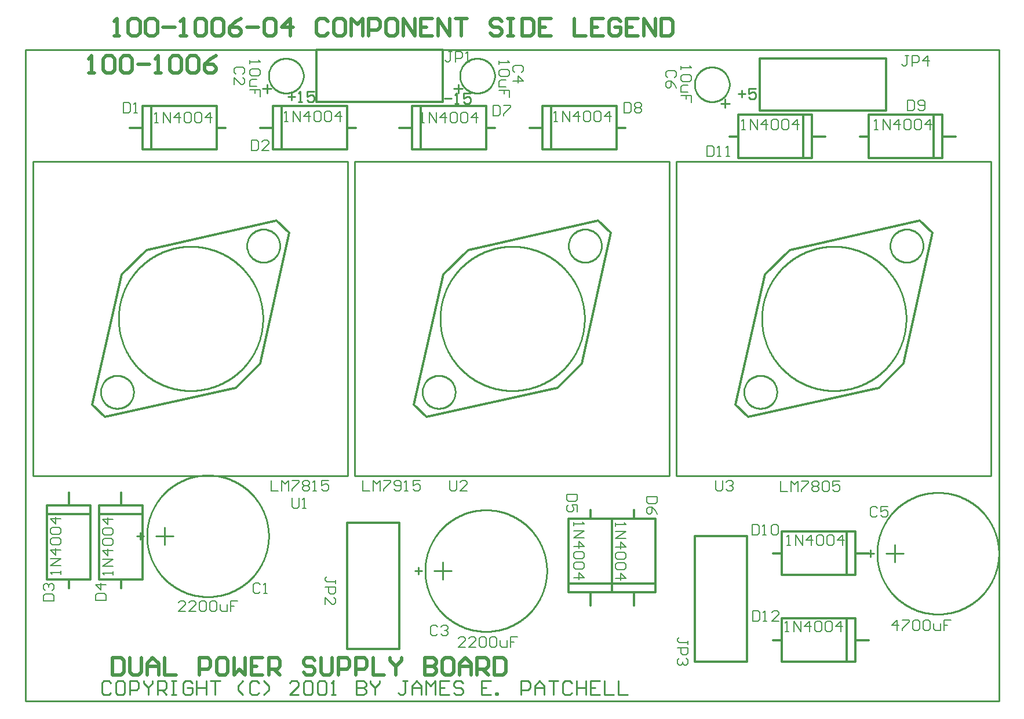
<source format=gto>
*%FSLAX23Y23*%
*%MOIN*%
G01*
%ADD11C,0.006*%
%ADD12C,0.007*%
%ADD13C,0.010*%
%ADD14C,0.012*%
%ADD15C,0.020*%
%ADD16C,0.036*%
%ADD17C,0.055*%
%ADD18C,0.056*%
%ADD19C,0.062*%
%ADD20C,0.066*%
%ADD21C,0.070*%
%ADD22C,0.075*%
%ADD23C,0.090*%
%ADD24C,0.100*%
%ADD25C,0.100*%
%ADD26C,0.104*%
%ADD27C,0.125*%
%ADD28C,0.129*%
%ADD29C,0.140*%
%ADD30C,0.160*%
%ADD31C,0.250*%
%ADD32C,0.250*%
D11*
X7033Y6659D02*
Y6679D01*
Y6669D01*
X6973D01*
X6974D01*
X6973D02*
X6983Y6659D01*
X6973Y6709D02*
X7033D01*
Y6749D02*
X6973Y6709D01*
Y6749D02*
X7033D01*
Y6799D02*
X6973D01*
X7003Y6769D01*
Y6809D01*
X6983Y6829D02*
X6973Y6839D01*
Y6859D01*
X6983Y6869D01*
X7023D01*
X7033Y6859D01*
Y6839D01*
X7023Y6829D01*
X6983D01*
Y6889D02*
X6973Y6899D01*
Y6919D01*
X6983Y6929D01*
X7023D01*
X7033Y6919D01*
Y6899D01*
X7023Y6889D01*
X6983D01*
X6973Y6979D02*
X7033D01*
X7003Y6949D02*
X6973Y6979D01*
X7003Y6989D02*
Y6949D01*
X6993Y6504D02*
X6933D01*
X6993D02*
Y6534D01*
X6983Y6544D01*
X6943D01*
X6933Y6534D01*
Y6504D01*
X6943Y6564D02*
X6933Y6574D01*
Y6594D01*
X6943Y6604D01*
X6953D01*
X6954D01*
X6953D02*
X6954D01*
X6953D02*
X6954D01*
X6953D02*
X6963Y6594D01*
Y6584D01*
Y6594D01*
X6973Y6604D01*
X6983D01*
X6993Y6594D01*
Y6574D01*
X6983Y6564D01*
X7333Y6654D02*
Y6674D01*
Y6664D01*
X7273D01*
X7274D01*
X7273D02*
X7283Y6654D01*
X7273Y6704D02*
X7333D01*
Y6744D02*
X7273Y6704D01*
Y6744D02*
X7333D01*
Y6794D02*
X7273D01*
X7303Y6764D01*
Y6804D01*
X7283Y6824D02*
X7273Y6834D01*
Y6854D01*
X7283Y6864D01*
X7323D01*
X7333Y6854D01*
Y6834D01*
X7323Y6824D01*
X7283D01*
Y6884D02*
X7273Y6894D01*
Y6914D01*
X7283Y6924D01*
X7323D01*
X7333Y6914D01*
Y6894D01*
X7323Y6884D01*
X7283D01*
X7273Y6974D02*
X7333D01*
X7303Y6944D02*
X7273Y6974D01*
X7303Y6984D02*
Y6944D01*
X7293Y6509D02*
X7233D01*
X7293D02*
Y6539D01*
X7283Y6549D01*
X7243D01*
X7233Y6539D01*
Y6509D01*
Y6599D02*
X7293D01*
X7263Y6569D02*
X7233Y6599D01*
X7263Y6609D02*
Y6569D01*
X8613Y6604D02*
Y6624D01*
Y6614D01*
X8563D01*
X8553Y6624D01*
Y6634D01*
X8563Y6644D01*
X8553Y6584D02*
X8613D01*
Y6554D01*
X8603Y6544D01*
X8583D01*
X8573Y6554D01*
Y6584D01*
X8553Y6524D02*
Y6484D01*
Y6524D02*
X8593Y6484D01*
X8603D01*
X8613Y6494D01*
Y6514D01*
X8603Y6524D01*
X7748Y6444D02*
X7708D01*
X7748Y6484D01*
Y6494D01*
X7738Y6504D01*
X7718D01*
X7708Y6494D01*
X7768Y6444D02*
X7808D01*
X7768D02*
X7808Y6484D01*
Y6494D01*
X7798Y6504D01*
X7778D01*
X7768Y6494D01*
X7828D02*
X7838Y6504D01*
X7858D01*
X7868Y6494D01*
Y6454D01*
X7858Y6444D01*
X7838D01*
X7828Y6454D01*
Y6494D01*
X7888D02*
X7898Y6504D01*
X7918D01*
X7928Y6494D01*
Y6454D01*
X7918Y6444D01*
X7898D01*
X7888Y6454D01*
Y6494D01*
X7948Y6484D02*
Y6454D01*
X7958Y6444D01*
X7988D01*
Y6484D01*
X8008Y6504D02*
X8048D01*
X8008D02*
Y6474D01*
X8028D01*
X8008D01*
Y6444D01*
X8168Y6609D02*
X8178Y6599D01*
X8168Y6609D02*
X8148D01*
X8138Y6599D01*
Y6559D01*
X8148Y6549D01*
X8168D01*
X8178Y6559D01*
X8198Y6549D02*
X8218D01*
X8208D01*
Y6609D01*
X8209D01*
X8208D02*
X8198Y6599D01*
X8243Y7139D02*
Y7199D01*
Y7139D02*
X8283D01*
X8303D02*
Y7199D01*
X8323Y7179D01*
X8343Y7199D01*
Y7139D01*
X8363Y7199D02*
X8403D01*
Y7189D01*
X8363Y7149D01*
Y7139D01*
X8423Y7189D02*
X8433Y7199D01*
X8453D01*
X8463Y7189D01*
Y7179D01*
X8453Y7169D01*
X8463Y7159D01*
Y7149D01*
X8453Y7139D01*
X8433D01*
X8423Y7149D01*
Y7159D01*
X8433Y7169D01*
X8423Y7179D01*
Y7189D01*
X8433Y7169D02*
X8453D01*
X8483Y7139D02*
X8503D01*
X8493D01*
Y7199D01*
X8494D01*
X8493D02*
X8483Y7189D01*
X8533Y7199D02*
X8573D01*
X8533D02*
Y7169D01*
X8553Y7179D01*
X8563D01*
X8573Y7169D01*
Y7149D01*
X8563Y7139D01*
X8543D01*
X8533Y7149D01*
X8363Y7099D02*
Y7049D01*
X8373Y7039D01*
X8393D01*
X8403Y7049D01*
Y7099D01*
X8423Y7039D02*
X8443D01*
X8433D01*
Y7099D01*
X8434D01*
X8433D02*
X8423Y7089D01*
X7593Y9259D02*
X7573D01*
X7583D02*
X7593D01*
X7583D02*
Y9319D01*
X7584D01*
X7583D02*
X7573Y9309D01*
X7623Y9319D02*
Y9259D01*
X7663D02*
X7623Y9319D01*
X7663D02*
Y9259D01*
X7713D02*
Y9319D01*
X7683Y9289D01*
X7723D01*
X7743Y9309D02*
X7753Y9319D01*
X7773D01*
X7783Y9309D01*
Y9269D01*
X7773Y9259D01*
X7753D01*
X7743Y9269D01*
Y9309D01*
X7803D02*
X7813Y9319D01*
X7833D01*
X7843Y9309D01*
Y9269D01*
X7833Y9259D01*
X7813D01*
X7803Y9269D01*
Y9309D01*
X7893Y9319D02*
Y9259D01*
X7863Y9289D02*
X7893Y9319D01*
X7903Y9289D02*
X7863D01*
X7393Y9314D02*
Y9374D01*
Y9314D02*
X7423D01*
X7433Y9324D01*
Y9364D01*
X7423Y9374D01*
X7393D01*
X7453Y9314D02*
X7473D01*
X7463D01*
Y9374D01*
X7464D01*
X7463D02*
X7453Y9364D01*
X8118Y9599D02*
Y9619D01*
Y9609D02*
Y9599D01*
Y9609D02*
X8178D01*
X8179D01*
X8178D02*
X8168Y9619D01*
Y9569D02*
X8178Y9559D01*
Y9539D01*
X8168Y9529D01*
X8128D01*
X8118Y9539D01*
Y9559D01*
X8128Y9569D01*
X8168D01*
X8158Y9509D02*
X8128D01*
X8118Y9499D01*
Y9469D01*
X8158D01*
X8178Y9449D02*
Y9409D01*
Y9449D02*
X8148D01*
Y9429D01*
Y9449D01*
X8118D01*
X8078Y9539D02*
X8088Y9549D01*
Y9569D01*
X8078Y9579D01*
X8038D01*
X8028Y9569D01*
Y9549D01*
X8038Y9539D01*
X8028Y9519D02*
Y9479D01*
Y9519D02*
X8068Y9479D01*
X8078D01*
X8088Y9489D01*
Y9509D01*
X8078Y9519D01*
X8318Y9264D02*
X8338D01*
X8328D01*
Y9324D01*
X8329D01*
X8328D02*
X8318Y9314D01*
X8368Y9324D02*
Y9264D01*
X8408D02*
X8368Y9324D01*
X8408D02*
Y9264D01*
X8458D02*
Y9324D01*
X8428Y9294D01*
X8468D01*
X8488Y9314D02*
X8498Y9324D01*
X8518D01*
X8528Y9314D01*
Y9274D01*
X8518Y9264D01*
X8498D01*
X8488Y9274D01*
Y9314D01*
X8548D02*
X8558Y9324D01*
X8578D01*
X8588Y9314D01*
Y9274D01*
X8578Y9264D01*
X8558D01*
X8548Y9274D01*
Y9314D01*
X8638Y9324D02*
Y9264D01*
X8608Y9294D02*
X8638Y9324D01*
X8648Y9294D02*
X8608D01*
X8128Y9159D02*
Y9099D01*
X8158D01*
X8168Y9109D01*
Y9149D01*
X8158Y9159D01*
X8128D01*
X8188Y9099D02*
X8228D01*
X8188D02*
X8228Y9139D01*
Y9149D01*
X8218Y9159D01*
X8198D01*
X8188Y9149D01*
X9263Y9669D02*
X9283D01*
X9273D02*
X9263D01*
X9273D02*
Y9619D01*
X9263Y9609D01*
X9253D01*
X9243Y9619D01*
X9303Y9609D02*
Y9669D01*
X9333D01*
X9343Y9659D01*
Y9639D01*
X9333Y9629D01*
X9303D01*
X9363Y9609D02*
X9383D01*
X9373D01*
Y9669D01*
X9374D01*
X9373D02*
X9363Y9659D01*
X10223Y6954D02*
Y6934D01*
Y6944D01*
X10283D01*
X10284D01*
X10283D02*
X10273Y6954D01*
X10283Y6904D02*
X10223D01*
Y6864D02*
X10283Y6904D01*
Y6864D02*
X10223D01*
Y6814D02*
X10283D01*
X10253Y6844D01*
Y6804D01*
X10273Y6784D02*
X10283Y6774D01*
Y6754D01*
X10273Y6744D01*
X10233D01*
X10223Y6754D01*
Y6774D01*
X10233Y6784D01*
X10273D01*
Y6724D02*
X10283Y6714D01*
Y6694D01*
X10273Y6684D01*
X10233D01*
X10223Y6694D01*
Y6714D01*
X10233Y6724D01*
X10273D01*
X10283Y6634D02*
X10223D01*
X10253Y6664D02*
X10283Y6634D01*
X10253Y6624D02*
Y6664D01*
X10403Y7104D02*
X10463D01*
X10403D02*
Y7074D01*
X10413Y7064D01*
X10453D01*
X10463Y7074D01*
Y7104D01*
X10453Y7024D02*
X10463Y7004D01*
X10453Y7024D02*
X10433Y7044D01*
X10413D01*
X10403Y7034D01*
Y7014D01*
X10413Y7004D01*
X10423D01*
X10433Y7014D01*
Y7044D01*
X9983Y6959D02*
Y6939D01*
Y6949D01*
X10043D01*
X10044D01*
X10043D02*
X10033Y6959D01*
X10043Y6909D02*
X9983D01*
Y6869D02*
X10043Y6909D01*
Y6869D02*
X9983D01*
Y6819D02*
X10043D01*
X10013Y6849D01*
Y6809D01*
X10033Y6789D02*
X10043Y6779D01*
Y6759D01*
X10033Y6749D01*
X9993D01*
X9983Y6759D01*
Y6779D01*
X9993Y6789D01*
X10033D01*
Y6729D02*
X10043Y6719D01*
Y6699D01*
X10033Y6689D01*
X9993D01*
X9983Y6699D01*
Y6719D01*
X9993Y6729D01*
X10033D01*
X10043Y6639D02*
X9983D01*
X10013Y6669D02*
X10043Y6639D01*
X10013Y6629D02*
Y6669D01*
X10003Y7119D02*
X9943D01*
Y7089D01*
X9953Y7079D01*
X9993D01*
X10003Y7089D01*
Y7119D01*
Y7059D02*
Y7019D01*
Y7059D02*
X9973D01*
X9983Y7039D01*
Y7029D01*
X9973Y7019D01*
X9953D01*
X9943Y7029D01*
Y7049D01*
X9953Y7059D01*
X9358Y6239D02*
X9318D01*
X9358Y6279D01*
Y6289D01*
X9348Y6299D01*
X9328D01*
X9318Y6289D01*
X9378Y6239D02*
X9418D01*
X9378D02*
X9418Y6279D01*
Y6289D01*
X9408Y6299D01*
X9388D01*
X9378Y6289D01*
X9438D02*
X9448Y6299D01*
X9468D01*
X9478Y6289D01*
Y6249D01*
X9468Y6239D01*
X9448D01*
X9438Y6249D01*
Y6289D01*
X9498D02*
X9508Y6299D01*
X9528D01*
X9538Y6289D01*
Y6249D01*
X9528Y6239D01*
X9508D01*
X9498Y6249D01*
Y6289D01*
X9558Y6279D02*
Y6249D01*
X9568Y6239D01*
X9598D01*
Y6279D01*
X9618Y6299D02*
X9658D01*
X9618D02*
Y6269D01*
X9638D01*
X9618D01*
Y6239D01*
X9198Y6354D02*
X9188Y6364D01*
X9168D01*
X9158Y6354D01*
Y6314D01*
X9168Y6304D01*
X9188D01*
X9198Y6314D01*
X9218Y6354D02*
X9228Y6364D01*
X9248D01*
X9258Y6354D01*
Y6344D01*
X9259D01*
X9258D02*
X9259D01*
X9258D02*
X9259D01*
X9258D02*
X9248Y6334D01*
X9238D01*
X9248D01*
X9258Y6324D01*
Y6314D01*
X9248Y6304D01*
X9228D01*
X9218Y6314D01*
X8768Y7139D02*
Y7199D01*
Y7139D02*
X8808D01*
X8828D02*
Y7199D01*
X8848Y7179D01*
X8868Y7199D01*
Y7139D01*
X8888Y7199D02*
X8928D01*
Y7189D01*
X8888Y7149D01*
Y7139D01*
X8948Y7149D02*
X8958Y7139D01*
X8978D01*
X8988Y7149D01*
Y7189D01*
X8978Y7199D01*
X8958D01*
X8948Y7189D01*
Y7179D01*
X8958Y7169D01*
X8988D01*
X9008Y7139D02*
X9028D01*
X9018D01*
Y7199D01*
X9019D01*
X9018D02*
X9008Y7189D01*
X9058Y7199D02*
X9098D01*
X9058D02*
Y7169D01*
X9078Y7179D01*
X9088D01*
X9098Y7169D01*
Y7149D01*
X9088Y7139D01*
X9068D01*
X9058Y7149D01*
X9268D02*
Y7199D01*
Y7149D02*
X9278Y7139D01*
X9298D01*
X9308Y7149D01*
Y7199D01*
X9328Y7139D02*
X9368D01*
X9328D02*
X9368Y7179D01*
Y7189D01*
X9358Y7199D01*
X9338D01*
X9328Y7189D01*
X9868Y9264D02*
X9888D01*
X9878D01*
Y9324D01*
X9879D01*
X9878D02*
X9868Y9314D01*
X9918Y9324D02*
Y9264D01*
X9958D02*
X9918Y9324D01*
X9958D02*
Y9264D01*
X10008D02*
Y9324D01*
X9978Y9294D01*
X10018D01*
X10038Y9314D02*
X10048Y9324D01*
X10068D01*
X10078Y9314D01*
Y9274D01*
X10068Y9264D01*
X10048D01*
X10038Y9274D01*
Y9314D01*
X10098D02*
X10108Y9324D01*
X10128D01*
X10138Y9314D01*
Y9274D01*
X10128Y9264D01*
X10108D01*
X10098Y9274D01*
Y9314D01*
X10188Y9324D02*
Y9264D01*
X10158Y9294D02*
X10188Y9324D01*
X10198Y9294D02*
X10158D01*
X10273Y9314D02*
Y9374D01*
Y9314D02*
X10303D01*
X10313Y9324D01*
Y9364D01*
X10303Y9374D01*
X10273D01*
X10333Y9364D02*
X10343Y9374D01*
X10363D01*
X10373Y9364D01*
Y9354D01*
X10363Y9344D01*
X10373Y9334D01*
Y9324D01*
X10363Y9314D01*
X10343D01*
X10333Y9324D01*
Y9334D01*
X10343Y9344D01*
X10333Y9354D01*
Y9364D01*
X10343Y9344D02*
X10363D01*
X9553Y9594D02*
Y9614D01*
Y9604D02*
Y9594D01*
Y9604D02*
X9613D01*
X9614D01*
X9613D02*
X9603Y9614D01*
Y9564D02*
X9613Y9554D01*
Y9534D01*
X9603Y9524D01*
X9563D01*
X9553Y9534D01*
Y9554D01*
X9563Y9564D01*
X9603D01*
X9593Y9504D02*
X9563D01*
X9553Y9494D01*
Y9464D01*
X9593D01*
X9613Y9444D02*
Y9404D01*
Y9444D02*
X9583D01*
Y9424D01*
Y9444D01*
X9553D01*
X9683Y9549D02*
X9693Y9559D01*
Y9579D01*
X9683Y9589D01*
X9643D01*
X9633Y9579D01*
Y9559D01*
X9643Y9549D01*
X9633Y9499D02*
X9693D01*
X9663Y9529D01*
Y9489D01*
X9123Y9259D02*
X9103D01*
X9113D02*
X9123D01*
X9113D02*
Y9319D01*
X9114D01*
X9113D02*
X9103Y9309D01*
X9153Y9319D02*
Y9259D01*
X9193D02*
X9153Y9319D01*
X9193D02*
Y9259D01*
X9243D02*
Y9319D01*
X9213Y9289D01*
X9253D01*
X9273Y9309D02*
X9283Y9319D01*
X9303D01*
X9313Y9309D01*
Y9269D01*
X9303Y9259D01*
X9283D01*
X9273Y9269D01*
Y9309D01*
X9333D02*
X9343Y9319D01*
X9363D01*
X9373Y9309D01*
Y9269D01*
X9363Y9259D01*
X9343D01*
X9333Y9269D01*
Y9309D01*
X9423Y9319D02*
Y9259D01*
X9393Y9289D02*
X9423Y9319D01*
X9433Y9289D02*
X9393D01*
X9518Y9299D02*
Y9359D01*
Y9299D02*
X9548D01*
X9558Y9309D01*
Y9349D01*
X9548Y9359D01*
X9518D01*
X9578D02*
X9618D01*
Y9349D01*
X9578Y9309D01*
Y9299D01*
X11198Y6329D02*
X11218D01*
X11208D01*
Y6389D01*
X11209D01*
X11208D02*
X11198Y6379D01*
X11248Y6389D02*
Y6329D01*
X11288D02*
X11248Y6389D01*
X11288D02*
Y6329D01*
X11338D02*
Y6389D01*
X11308Y6359D01*
X11348D01*
X11368Y6379D02*
X11378Y6389D01*
X11398D01*
X11408Y6379D01*
Y6339D01*
X11398Y6329D01*
X11378D01*
X11368Y6339D01*
Y6379D01*
X11428D02*
X11438Y6389D01*
X11458D01*
X11468Y6379D01*
Y6339D01*
X11458Y6329D01*
X11438D01*
X11428Y6339D01*
Y6379D01*
X11518Y6389D02*
Y6329D01*
X11488Y6359D02*
X11518Y6389D01*
X11528Y6359D02*
X11488D01*
X11013Y6389D02*
Y6449D01*
Y6389D02*
X11043D01*
X11053Y6399D01*
Y6439D01*
X11043Y6449D01*
X11013D01*
X11073Y6389D02*
X11093D01*
X11083D01*
Y6449D01*
X11084D01*
X11083D02*
X11073Y6439D01*
X11123Y6389D02*
X11163D01*
X11123D02*
X11163Y6429D01*
Y6439D01*
X11153Y6449D01*
X11133D01*
X11123Y6439D01*
X10638Y6274D02*
Y6254D01*
Y6264D02*
Y6274D01*
Y6264D02*
X10588D01*
X10578Y6274D01*
Y6284D01*
X10588Y6294D01*
X10578Y6234D02*
X10638D01*
Y6204D01*
X10628Y6194D01*
X10608D01*
X10598Y6204D01*
Y6234D01*
X10628Y6174D02*
X10638Y6164D01*
Y6144D01*
X10628Y6134D01*
X10618D01*
X10619D01*
X10618D02*
X10619D01*
X10618D02*
X10619D01*
X10618D02*
X10608Y6144D01*
Y6154D01*
Y6144D01*
X10598Y6134D01*
X10588D01*
X10578Y6144D01*
Y6164D01*
X10588Y6174D01*
X11208Y6824D02*
X11228D01*
X11218D01*
Y6884D01*
X11219D01*
X11218D02*
X11208Y6874D01*
X11258Y6884D02*
Y6824D01*
X11298D02*
X11258Y6884D01*
X11298D02*
Y6824D01*
X11348D02*
Y6884D01*
X11318Y6854D01*
X11358D01*
X11378Y6874D02*
X11388Y6884D01*
X11408D01*
X11418Y6874D01*
Y6834D01*
X11408Y6824D01*
X11388D01*
X11378Y6834D01*
Y6874D01*
X11438D02*
X11448Y6884D01*
X11468D01*
X11478Y6874D01*
Y6834D01*
X11468Y6824D01*
X11448D01*
X11438Y6834D01*
Y6874D01*
X11528Y6884D02*
Y6824D01*
X11498Y6854D02*
X11528Y6884D01*
X11538Y6854D02*
X11498D01*
X11008Y6884D02*
Y6944D01*
Y6884D02*
X11038D01*
X11048Y6894D01*
Y6934D01*
X11038Y6944D01*
X11008D01*
X11068Y6884D02*
X11088D01*
X11078D01*
Y6944D01*
X11079D01*
X11078D02*
X11068Y6934D01*
X11118D02*
X11128Y6944D01*
X11148D01*
X11158Y6934D01*
Y6894D01*
X11148Y6884D01*
X11128D01*
X11118Y6894D01*
Y6934D01*
X11843Y6394D02*
Y6334D01*
X11813Y6364D02*
X11843Y6394D01*
X11853Y6364D02*
X11813D01*
X11873Y6394D02*
X11913D01*
Y6384D01*
X11873Y6344D01*
Y6334D01*
X11933Y6384D02*
X11943Y6394D01*
X11963D01*
X11973Y6384D01*
Y6344D01*
X11963Y6334D01*
X11943D01*
X11933Y6344D01*
Y6384D01*
X11993D02*
X12003Y6394D01*
X12023D01*
X12033Y6384D01*
Y6344D01*
X12023Y6334D01*
X12003D01*
X11993Y6344D01*
Y6384D01*
X12053Y6374D02*
Y6344D01*
X12063Y6334D01*
X12093D01*
Y6374D01*
X12113Y6394D02*
X12153D01*
X12113D02*
Y6364D01*
X12133D01*
X12113D01*
Y6334D01*
X11728Y7039D02*
X11718Y7049D01*
X11698D01*
X11688Y7039D01*
Y6999D01*
X11698Y6989D01*
X11718D01*
X11728Y6999D01*
X11748Y7049D02*
X11788D01*
X11748D02*
Y7019D01*
X11768Y7029D01*
X11778D01*
X11788Y7019D01*
Y6999D01*
X11778Y6989D01*
X11758D01*
X11748Y6999D01*
X11173Y7134D02*
Y7194D01*
Y7134D02*
X11213D01*
X11233D02*
Y7194D01*
X11253Y7174D01*
X11273Y7194D01*
Y7134D01*
X11293Y7194D02*
X11333D01*
Y7184D01*
X11293Y7144D01*
Y7134D01*
X11353Y7184D02*
X11363Y7194D01*
X11383D01*
X11393Y7184D01*
Y7174D01*
X11383Y7164D01*
X11393Y7154D01*
Y7144D01*
X11383Y7134D01*
X11363D01*
X11353Y7144D01*
Y7154D01*
X11363Y7164D01*
X11353Y7174D01*
Y7184D01*
X11363Y7164D02*
X11383D01*
X11413Y7184D02*
X11423Y7194D01*
X11443D01*
X11453Y7184D01*
Y7144D01*
X11443Y7134D01*
X11423D01*
X11413Y7144D01*
Y7184D01*
X11473Y7194D02*
X11513D01*
X11473D02*
Y7164D01*
X11493Y7174D01*
X11503D01*
X11513Y7164D01*
Y7144D01*
X11503Y7134D01*
X11483D01*
X11473Y7144D01*
X10798Y7149D02*
Y7199D01*
Y7149D02*
X10808Y7139D01*
X10828D01*
X10838Y7149D01*
Y7199D01*
X10858Y7189D02*
X10868Y7199D01*
X10888D01*
X10898Y7189D01*
Y7179D01*
X10899D01*
X10898D02*
X10899D01*
X10898D02*
X10899D01*
X10898D02*
X10888Y7169D01*
X10878D01*
X10888D01*
X10898Y7159D01*
Y7149D01*
X10888Y7139D01*
X10868D01*
X10858Y7149D01*
X10948Y9219D02*
X10968D01*
X10958D01*
Y9279D01*
X10959D01*
X10958D02*
X10948Y9269D01*
X10998Y9279D02*
Y9219D01*
X11038D02*
X10998Y9279D01*
X11038D02*
Y9219D01*
X11088D02*
Y9279D01*
X11058Y9249D01*
X11098D01*
X11118Y9269D02*
X11128Y9279D01*
X11148D01*
X11158Y9269D01*
Y9229D01*
X11148Y9219D01*
X11128D01*
X11118Y9229D01*
Y9269D01*
X11178D02*
X11188Y9279D01*
X11208D01*
X11218Y9269D01*
Y9229D01*
X11208Y9219D01*
X11188D01*
X11178Y9229D01*
Y9269D01*
X11268Y9279D02*
Y9219D01*
X11238Y9249D02*
X11268Y9279D01*
X11278Y9249D02*
X11238D01*
X10748Y9124D02*
Y9064D01*
X10778D01*
X10788Y9074D01*
Y9114D01*
X10778Y9124D01*
X10748D01*
X10808Y9064D02*
X10828D01*
X10818D01*
Y9124D01*
X10819D01*
X10818D02*
X10808Y9114D01*
X10858Y9064D02*
X10878D01*
X10868D01*
Y9124D01*
X10869D01*
X10868D02*
X10858Y9114D01*
X10598Y9564D02*
Y9584D01*
Y9574D02*
Y9564D01*
Y9574D02*
X10658D01*
X10659D01*
X10658D02*
X10648Y9584D01*
Y9534D02*
X10658Y9524D01*
Y9504D01*
X10648Y9494D01*
X10608D01*
X10598Y9504D01*
Y9524D01*
X10608Y9534D01*
X10648D01*
X10638Y9474D02*
X10608D01*
X10598Y9464D01*
Y9434D01*
X10638D01*
X10658Y9414D02*
Y9374D01*
Y9414D02*
X10628D01*
Y9394D01*
Y9414D01*
X10598D01*
X10563Y9519D02*
X10573Y9529D01*
Y9549D01*
X10563Y9559D01*
X10523D01*
X10513Y9549D01*
Y9529D01*
X10523Y9519D01*
X10563Y9479D02*
X10573Y9459D01*
X10563Y9479D02*
X10543Y9499D01*
X10523D01*
X10513Y9489D01*
Y9469D01*
X10523Y9459D01*
X10533D01*
X10543Y9469D01*
Y9499D01*
X11888Y9644D02*
X11908D01*
X11898D02*
X11888D01*
X11898D02*
Y9594D01*
X11888Y9584D01*
X11878D01*
X11868Y9594D01*
X11928Y9584D02*
Y9644D01*
X11958D01*
X11968Y9634D01*
Y9614D01*
X11958Y9604D01*
X11928D01*
X12018Y9584D02*
Y9644D01*
X11988Y9614D01*
X12028D01*
X11733Y9219D02*
X11713D01*
X11723D02*
X11733D01*
X11723D02*
Y9279D01*
X11724D01*
X11723D02*
X11713Y9269D01*
X11763Y9279D02*
Y9219D01*
X11803D02*
X11763Y9279D01*
X11803D02*
Y9219D01*
X11853D02*
Y9279D01*
X11823Y9249D01*
X11863D01*
X11883Y9269D02*
X11893Y9279D01*
X11913D01*
X11923Y9269D01*
Y9229D01*
X11913Y9219D01*
X11893D01*
X11883Y9229D01*
Y9269D01*
X11943D02*
X11953Y9279D01*
X11973D01*
X11983Y9269D01*
Y9229D01*
X11973Y9219D01*
X11953D01*
X11943Y9229D01*
Y9269D01*
X12033Y9279D02*
Y9219D01*
X12003Y9249D02*
X12033Y9279D01*
X12043Y9249D02*
X12003D01*
X11903Y9329D02*
Y9389D01*
Y9329D02*
X11933D01*
X11943Y9339D01*
Y9379D01*
X11933Y9389D01*
X11903D01*
X11963Y9339D02*
X11973Y9329D01*
X11993D01*
X12003Y9339D01*
Y9379D01*
X11993Y9389D01*
X11973D01*
X11963Y9379D01*
Y9369D01*
X11973Y9359D01*
X12003D01*
D13*
X7321Y6031D02*
X7308Y6044D01*
X7281D01*
X7268Y6031D01*
Y5977D01*
X7281Y5964D01*
X7308D01*
X7321Y5977D01*
X7361Y6044D02*
X7388D01*
X7361D02*
X7348Y6031D01*
Y5977D01*
X7361Y5964D01*
X7388D01*
X7401Y5977D01*
Y6031D01*
X7388Y6044D01*
X7428D02*
Y5964D01*
Y6044D02*
X7468D01*
X7481Y6031D01*
Y6004D01*
X7468Y5991D01*
X7428D01*
X7508Y6031D02*
Y6044D01*
Y6031D02*
X7535Y6004D01*
X7561Y6031D01*
Y6044D01*
X7535Y6004D02*
Y5964D01*
X7588D02*
Y6044D01*
X7628D01*
X7641Y6031D01*
Y6004D01*
X7628Y5991D01*
X7588D01*
X7615D02*
X7641Y5964D01*
X7668Y6044D02*
X7695D01*
X7681D01*
Y5964D01*
X7668D01*
X7695D01*
X7775Y6044D02*
X7788Y6031D01*
X7775Y6044D02*
X7748D01*
X7735Y6031D01*
Y5977D01*
X7748Y5964D01*
X7775D01*
X7788Y5977D01*
Y6004D01*
X7761D01*
X7814Y6044D02*
Y5964D01*
Y6004D01*
X7868D01*
Y6044D01*
Y5964D01*
X7894Y6044D02*
X7948D01*
X7921D01*
Y5964D01*
X8054Y5991D02*
X8081Y5964D01*
X8054Y5991D02*
Y6017D01*
X8081Y6044D01*
X8161D02*
X8174Y6031D01*
X8161Y6044D02*
X8134D01*
X8121Y6031D01*
Y5977D01*
X8134Y5964D01*
X8161D01*
X8174Y5977D01*
X8201Y5964D02*
X8228Y5991D01*
Y6017D01*
X8201Y6044D01*
X8348Y5964D02*
X8401D01*
X8348D02*
X8401Y6017D01*
Y6031D01*
X8388Y6044D01*
X8361D01*
X8348Y6031D01*
X8428D02*
X8441Y6044D01*
X8468D01*
X8481Y6031D01*
Y5977D01*
X8468Y5964D01*
X8441D01*
X8428Y5977D01*
Y6031D01*
X8508D02*
X8521Y6044D01*
X8548D01*
X8561Y6031D01*
Y5977D01*
X8548Y5964D01*
X8521D01*
X8508Y5977D01*
Y6031D01*
X8588Y5964D02*
X8614D01*
X8601D01*
Y6044D01*
X8602D01*
X8601D02*
X8588Y6031D01*
X8734Y6044D02*
Y5964D01*
X8774D01*
X8788Y5977D01*
Y5991D01*
X8774Y6004D01*
X8734D01*
X8735D01*
X8734D02*
X8735D01*
X8734D02*
X8735D01*
X8734D02*
X8774D01*
X8788Y6017D01*
Y6031D01*
X8774Y6044D01*
X8734D01*
X8814D02*
Y6031D01*
X8841Y6004D01*
X8867Y6031D01*
Y6044D01*
X8841Y6004D02*
Y5964D01*
X9001Y6044D02*
X9027D01*
X9014D02*
X9001D01*
X9014D02*
Y5977D01*
X9001Y5964D01*
X8987D01*
X8974Y5977D01*
X9054Y5964D02*
Y6017D01*
X9081Y6044D01*
X9107Y6017D01*
Y5964D01*
Y6004D01*
X9054D01*
X9134Y6044D02*
Y5964D01*
X9161Y6017D02*
X9134Y6044D01*
X9161Y6017D02*
X9187Y6044D01*
Y5964D01*
X9214Y6044D02*
X9267D01*
X9214D02*
Y5964D01*
X9267D01*
X9241Y6004D02*
X9214D01*
X9334Y6044D02*
X9347Y6031D01*
X9334Y6044D02*
X9307D01*
X9294Y6031D01*
Y6017D01*
X9307Y6004D01*
X9334D01*
X9347Y5991D01*
Y5977D01*
X9334Y5964D01*
X9307D01*
X9294Y5977D01*
X9454Y6044D02*
X9507D01*
X9454D02*
Y5964D01*
X9507D01*
X9481Y6004D02*
X9454D01*
X9534Y5977D02*
Y5964D01*
Y5977D02*
X9547D01*
Y5964D01*
X9534D01*
X9681D02*
Y6044D01*
X9721D01*
X9734Y6031D01*
Y6004D01*
X9721Y5991D01*
X9681D01*
X9761Y5964D02*
Y6017D01*
X9787Y6044D01*
X9814Y6017D01*
Y5964D01*
Y6004D01*
X9761D01*
X9840Y6044D02*
X9894D01*
X9867D01*
Y5964D01*
X9960Y6044D02*
X9974Y6031D01*
X9960Y6044D02*
X9934D01*
X9920Y6031D01*
Y5977D01*
X9934Y5964D01*
X9960D01*
X9974Y5977D01*
X10000Y5964D02*
Y6044D01*
Y6004D02*
Y5964D01*
Y6004D02*
X10054D01*
Y6044D01*
Y5964D01*
X10080Y6044D02*
X10134D01*
X10080D02*
Y5964D01*
X10134D01*
X10107Y6004D02*
X10080D01*
X10160Y6044D02*
Y5964D01*
X10214D01*
X10240D02*
Y6044D01*
Y5964D02*
X10294D01*
X8378Y9409D02*
X8338D01*
X8358Y9429D02*
Y9389D01*
X8398Y9379D02*
X8418D01*
X8408D01*
Y9439D01*
X8409D01*
X8408D02*
X8398Y9429D01*
X8448Y9439D02*
X8488D01*
X8448D02*
Y9409D01*
X8468Y9419D01*
X8478D01*
X8488Y9409D01*
Y9389D01*
X8478Y9379D01*
X8458D01*
X8448Y9389D01*
X9238Y9399D02*
X9278D01*
X9298Y9369D02*
X9318D01*
X9308D01*
Y9429D01*
X9309D01*
X9308D02*
X9298Y9419D01*
X9348Y9429D02*
X9388D01*
X9348D02*
Y9399D01*
X9368Y9409D01*
X9378D01*
X9388Y9399D01*
Y9379D01*
X9378Y9369D01*
X9358D01*
X9348Y9379D01*
X10928Y9424D02*
X10968D01*
X10948Y9444D02*
Y9404D01*
X10988Y9454D02*
X11028D01*
X10988D02*
Y9424D01*
X11008Y9434D01*
X11018D01*
X11028Y9424D01*
Y9404D01*
X11018Y9394D01*
X10998D01*
X10988Y9404D01*
X8228Y6879D02*
X8228Y6876D01*
X8228Y6872D01*
X8228Y6869D01*
X8228Y6866D01*
X8228Y6862D01*
X8227Y6859D01*
X8227Y6856D01*
X8227Y6852D01*
X8227Y6849D01*
X8226Y6846D01*
X8226Y6842D01*
X8226Y6839D01*
X8225Y6836D01*
X8225Y6832D01*
X8224Y6829D01*
X8224Y6826D01*
X8223Y6823D01*
X8223Y6819D01*
X8222Y6816D01*
X8222Y6813D01*
X8221Y6809D01*
X8220Y6806D01*
X8220Y6803D01*
X8219Y6800D01*
X8218Y6796D01*
X8217Y6793D01*
X8217Y6790D01*
X8216Y6787D01*
X8215Y6784D01*
X8214Y6780D01*
X8213Y6777D01*
X8212Y6774D01*
X8211Y6771D01*
X8210Y6768D01*
X8209Y6765D01*
X8208Y6761D01*
X8207Y6758D01*
X8205Y6755D01*
X8204Y6752D01*
X8203Y6749D01*
X8202Y6746D01*
X8200Y6743D01*
X8199Y6740D01*
X8198Y6737D01*
X8196Y6734D01*
X8195Y6731D01*
X8194Y6728D01*
X8192Y6725D01*
X8191Y6722D01*
X8189Y6719D01*
X8188Y6716D01*
X8186Y6713D01*
X8184Y6710D01*
X8183Y6707D01*
X8181Y6704D01*
X8179Y6701D01*
X8178Y6698D01*
X8176Y6695D01*
X8174Y6693D01*
X8172Y6690D01*
X8171Y6687D01*
X8169Y6684D01*
X8167Y6681D01*
X8165Y6679D01*
X8163Y6676D01*
X8161Y6673D01*
X8159Y6671D01*
X8157Y6668D01*
X8155Y6665D01*
X8153Y6663D01*
X8151Y6660D01*
X8149Y6657D01*
X8147Y6655D01*
X8145Y6652D01*
X8143Y6650D01*
X8140Y6647D01*
X8138Y6645D01*
X8136Y6642D01*
X8134Y6640D01*
X8131Y6637D01*
X8129Y6635D01*
X8127Y6633D01*
X8124Y6630D01*
X8122Y6628D01*
X8120Y6626D01*
X8117Y6623D01*
X8115Y6621D01*
X8112Y6619D01*
X8110Y6617D01*
X8107Y6614D01*
X8105Y6612D01*
X8102Y6610D01*
X8100Y6608D01*
X8097Y6606D01*
X8094Y6604D01*
X8092Y6602D01*
X8089Y6600D01*
X8086Y6598D01*
X8084Y6596D01*
X8081Y6594D01*
X8078Y6592D01*
X8076Y6590D01*
X8073Y6588D01*
X8070Y6586D01*
X8067Y6585D01*
X8064Y6583D01*
X8062Y6581D01*
X8059Y6579D01*
X8056Y6578D01*
X8053Y6576D01*
X8050Y6574D01*
X8047Y6573D01*
X8044Y6571D01*
X8041Y6569D01*
X8038Y6568D01*
X8035Y6566D01*
X8032Y6565D01*
X8029Y6563D01*
X8026Y6562D01*
X8023Y6561D01*
X8020Y6559D01*
X8017Y6558D01*
X8014Y6557D01*
X8011Y6555D01*
X8008Y6554D01*
X8005Y6553D01*
X8002Y6552D01*
X7999Y6550D01*
X7996Y6549D01*
X7992Y6548D01*
X7989Y6547D01*
X7986Y6546D01*
X7983Y6545D01*
X7980Y6544D01*
X7977Y6543D01*
X7973Y6542D01*
X7970Y6541D01*
X7967Y6540D01*
X7964Y6540D01*
X7961Y6539D01*
X7957Y6538D01*
X7954Y6537D01*
X7951Y6537D01*
X7948Y6536D01*
X7944Y6535D01*
X7941Y6535D01*
X7938Y6534D01*
X7934Y6534D01*
X7931Y6533D01*
X7928Y6533D01*
X7925Y6532D01*
X7921Y6532D01*
X7918Y6531D01*
X7915Y6531D01*
X7911Y6531D01*
X7908Y6530D01*
X7905Y6530D01*
X7901Y6530D01*
X7898Y6530D01*
X7895Y6529D01*
X7891Y6529D01*
X7888Y6529D01*
X7885Y6529D01*
X7881Y6529D01*
X7878Y6529D01*
X7875Y6529D01*
X7871Y6529D01*
X7868Y6529D01*
X7865Y6529D01*
X7861Y6529D01*
X7858Y6530D01*
X7855Y6530D01*
X7851Y6530D01*
X7848Y6530D01*
X7845Y6531D01*
X7841Y6531D01*
X7838Y6531D01*
X7835Y6532D01*
X7831Y6532D01*
X7828Y6533D01*
X7825Y6533D01*
X7822Y6534D01*
X7818Y6534D01*
X7815Y6535D01*
X7812Y6535D01*
X7808Y6536D01*
X7805Y6537D01*
X7802Y6537D01*
X7799Y6538D01*
X7795Y6539D01*
X7792Y6540D01*
X7789Y6540D01*
X7786Y6541D01*
X7783Y6542D01*
X7779Y6543D01*
X7776Y6544D01*
X7773Y6545D01*
X7770Y6546D01*
X7767Y6547D01*
X7764Y6548D01*
X7760Y6549D01*
X7757Y6550D01*
X7754Y6552D01*
X7751Y6553D01*
X7748Y6554D01*
X7745Y6555D01*
X7742Y6557D01*
X7739Y6558D01*
X7736Y6559D01*
X7733Y6561D01*
X7730Y6562D01*
X7727Y6563D01*
X7724Y6565D01*
X7721Y6566D01*
X7718Y6568D01*
X7715Y6569D01*
X7712Y6571D01*
X7709Y6573D01*
X7706Y6574D01*
X7703Y6576D01*
X7700Y6578D01*
X7697Y6579D01*
X7694Y6581D01*
X7692Y6583D01*
X7689Y6585D01*
X7686Y6586D01*
X7683Y6588D01*
X7680Y6590D01*
X7678Y6592D01*
X7675Y6594D01*
X7672Y6596D01*
X7670Y6598D01*
X7667Y6600D01*
X7664Y6602D01*
X7662Y6604D01*
X7659Y6606D01*
X7656Y6608D01*
X7654Y6610D01*
X7651Y6612D01*
X7649Y6614D01*
X7646Y6617D01*
X7644Y6619D01*
X7641Y6621D01*
X7639Y6623D01*
X7636Y6626D01*
X7634Y6628D01*
X7632Y6630D01*
X7629Y6633D01*
X7627Y6635D01*
X7625Y6637D01*
X7622Y6640D01*
X7620Y6642D01*
X7618Y6645D01*
X7616Y6647D01*
X7613Y6650D01*
X7611Y6652D01*
X7609Y6655D01*
X7607Y6657D01*
X7605Y6660D01*
X7603Y6663D01*
X7601Y6665D01*
X7599Y6668D01*
X7597Y6671D01*
X7595Y6673D01*
X7593Y6676D01*
X7591Y6679D01*
X7589Y6681D01*
X7587Y6684D01*
X7585Y6687D01*
X7584Y6690D01*
X7582Y6693D01*
X7580Y6695D01*
X7578Y6698D01*
X7577Y6701D01*
X7575Y6704D01*
X7573Y6707D01*
X7572Y6710D01*
X7570Y6713D01*
X7568Y6716D01*
X7567Y6719D01*
X7565Y6722D01*
X7564Y6725D01*
X7562Y6728D01*
X7561Y6731D01*
X7560Y6734D01*
X7558Y6737D01*
X7557Y6740D01*
X7556Y6743D01*
X7554Y6746D01*
X7553Y6749D01*
X7552Y6752D01*
X7551Y6755D01*
X7549Y6758D01*
X7548Y6761D01*
X7547Y6765D01*
X7546Y6768D01*
X7545Y6771D01*
X7544Y6774D01*
X7543Y6777D01*
X7542Y6780D01*
X7541Y6784D01*
X7540Y6787D01*
X7539Y6790D01*
X7539Y6793D01*
X7538Y6796D01*
X7537Y6800D01*
X7536Y6803D01*
X7536Y6806D01*
X7535Y6809D01*
X7534Y6813D01*
X7534Y6816D01*
X7533Y6819D01*
X7533Y6823D01*
X7532Y6826D01*
X7532Y6829D01*
X7531Y6832D01*
X7531Y6836D01*
X7530Y6839D01*
X7530Y6842D01*
X7530Y6846D01*
X7529Y6849D01*
X7529Y6852D01*
X7529Y6856D01*
X7529Y6859D01*
X7528Y6862D01*
X7528Y6866D01*
X7528Y6869D01*
X7528Y6872D01*
X7528Y6876D01*
X7528Y6879D01*
X7528Y6882D01*
X7528Y6886D01*
X7528Y6889D01*
X7528Y6892D01*
X7528Y6896D01*
X7529Y6899D01*
X7529Y6902D01*
X7529Y6906D01*
X7529Y6909D01*
X7530Y6912D01*
X7530Y6916D01*
X7530Y6919D01*
X7531Y6922D01*
X7531Y6926D01*
X7532Y6929D01*
X7532Y6932D01*
X7533Y6935D01*
X7533Y6939D01*
X7534Y6942D01*
X7534Y6945D01*
X7535Y6949D01*
X7536Y6952D01*
X7536Y6955D01*
X7537Y6958D01*
X7538Y6962D01*
X7539Y6965D01*
X7539Y6968D01*
X7540Y6971D01*
X7541Y6974D01*
X7542Y6978D01*
X7543Y6981D01*
X7544Y6984D01*
X7545Y6987D01*
X7546Y6990D01*
X7547Y6993D01*
X7548Y6997D01*
X7549Y7000D01*
X7551Y7003D01*
X7552Y7006D01*
X7553Y7009D01*
X7554Y7012D01*
X7556Y7015D01*
X7557Y7018D01*
X7558Y7021D01*
X7560Y7024D01*
X7561Y7027D01*
X7562Y7030D01*
X7564Y7033D01*
X7565Y7036D01*
X7567Y7039D01*
X7568Y7042D01*
X7570Y7045D01*
X7572Y7048D01*
X7573Y7051D01*
X7575Y7054D01*
X7577Y7057D01*
X7578Y7060D01*
X7580Y7063D01*
X7582Y7065D01*
X7584Y7068D01*
X7585Y7071D01*
X7587Y7074D01*
X7589Y7077D01*
X7591Y7079D01*
X7593Y7082D01*
X7595Y7085D01*
X7597Y7087D01*
X7599Y7090D01*
X7601Y7093D01*
X7603Y7095D01*
X7605Y7098D01*
X7607Y7101D01*
X7609Y7103D01*
X7611Y7106D01*
X7613Y7108D01*
X7616Y7111D01*
X7618Y7113D01*
X7620Y7116D01*
X7622Y7118D01*
X7625Y7121D01*
X7627Y7123D01*
X7629Y7125D01*
X7632Y7128D01*
X7634Y7130D01*
X7636Y7132D01*
X7639Y7135D01*
X7641Y7137D01*
X7644Y7139D01*
X7646Y7141D01*
X7649Y7144D01*
X7651Y7146D01*
X7654Y7148D01*
X7656Y7150D01*
X7659Y7152D01*
X7662Y7154D01*
X7664Y7156D01*
X7667Y7158D01*
X7670Y7160D01*
X7672Y7162D01*
X7675Y7164D01*
X7678Y7166D01*
X7680Y7168D01*
X7683Y7170D01*
X7686Y7172D01*
X7689Y7173D01*
X7692Y7175D01*
X7694Y7177D01*
X7697Y7179D01*
X7700Y7180D01*
X7703Y7182D01*
X7706Y7184D01*
X7709Y7185D01*
X7712Y7187D01*
X7715Y7189D01*
X7718Y7190D01*
X7721Y7192D01*
X7724Y7193D01*
X7727Y7195D01*
X7730Y7196D01*
X7733Y7197D01*
X7736Y7199D01*
X7739Y7200D01*
X7742Y7201D01*
X7745Y7203D01*
X7748Y7204D01*
X7751Y7205D01*
X7754Y7206D01*
X7757Y7208D01*
X7760Y7209D01*
X7764Y7210D01*
X7767Y7211D01*
X7770Y7212D01*
X7773Y7213D01*
X7776Y7214D01*
X7779Y7215D01*
X7783Y7216D01*
X7786Y7217D01*
X7789Y7218D01*
X7792Y7218D01*
X7795Y7219D01*
X7799Y7220D01*
X7802Y7221D01*
X7805Y7221D01*
X7808Y7222D01*
X7812Y7223D01*
X7815Y7223D01*
X7818Y7224D01*
X7822Y7224D01*
X7825Y7225D01*
X7828Y7225D01*
X7831Y7226D01*
X7835Y7226D01*
X7838Y7227D01*
X7841Y7227D01*
X7845Y7227D01*
X7848Y7228D01*
X7851Y7228D01*
X7855Y7228D01*
X7858Y7228D01*
X7861Y7229D01*
X7865Y7229D01*
X7868Y7229D01*
X7871Y7229D01*
X7875Y7229D01*
X7878Y7229D01*
X7881Y7229D01*
X7885Y7229D01*
X7888Y7229D01*
X7891Y7229D01*
X7895Y7229D01*
X7898Y7228D01*
X7901Y7228D01*
X7905Y7228D01*
X7908Y7228D01*
X7911Y7227D01*
X7915Y7227D01*
X7918Y7227D01*
X7921Y7226D01*
X7925Y7226D01*
X7928Y7225D01*
X7931Y7225D01*
X7934Y7224D01*
X7938Y7224D01*
X7941Y7223D01*
X7944Y7223D01*
X7948Y7222D01*
X7951Y7221D01*
X7954Y7221D01*
X7957Y7220D01*
X7961Y7219D01*
X7964Y7218D01*
X7967Y7218D01*
X7970Y7217D01*
X7973Y7216D01*
X7977Y7215D01*
X7980Y7214D01*
X7983Y7213D01*
X7986Y7212D01*
X7989Y7211D01*
X7992Y7210D01*
X7996Y7209D01*
X7999Y7208D01*
X8002Y7206D01*
X8005Y7205D01*
X8008Y7204D01*
X8011Y7203D01*
X8014Y7201D01*
X8017Y7200D01*
X8020Y7199D01*
X8023Y7197D01*
X8026Y7196D01*
X8029Y7195D01*
X8032Y7193D01*
X8035Y7192D01*
X8038Y7190D01*
X8041Y7189D01*
X8044Y7187D01*
X8047Y7185D01*
X8050Y7184D01*
X8053Y7182D01*
X8056Y7180D01*
X8059Y7179D01*
X8062Y7177D01*
X8064Y7175D01*
X8067Y7173D01*
X8070Y7172D01*
X8073Y7170D01*
X8076Y7168D01*
X8078Y7166D01*
X8081Y7164D01*
X8084Y7162D01*
X8086Y7160D01*
X8089Y7158D01*
X8092Y7156D01*
X8094Y7154D01*
X8097Y7152D01*
X8100Y7150D01*
X8102Y7148D01*
X8105Y7146D01*
X8107Y7144D01*
X8110Y7141D01*
X8112Y7139D01*
X8115Y7137D01*
X8117Y7135D01*
X8120Y7132D01*
X8122Y7130D01*
X8124Y7128D01*
X8127Y7125D01*
X8129Y7123D01*
X8131Y7121D01*
X8134Y7118D01*
X8136Y7116D01*
X8138Y7113D01*
X8140Y7111D01*
X8143Y7108D01*
X8145Y7106D01*
X8147Y7103D01*
X8149Y7101D01*
X8151Y7098D01*
X8153Y7095D01*
X8155Y7093D01*
X8157Y7090D01*
X8159Y7087D01*
X8161Y7085D01*
X8163Y7082D01*
X8165Y7079D01*
X8167Y7077D01*
X8169Y7074D01*
X8171Y7071D01*
X8172Y7068D01*
X8174Y7065D01*
X8176Y7063D01*
X8178Y7060D01*
X8179Y7057D01*
X8181Y7054D01*
X8183Y7051D01*
X8184Y7048D01*
X8186Y7045D01*
X8188Y7042D01*
X8189Y7039D01*
X8191Y7036D01*
X8192Y7033D01*
X8194Y7030D01*
X8195Y7027D01*
X8196Y7024D01*
X8198Y7021D01*
X8199Y7018D01*
X8200Y7015D01*
X8202Y7012D01*
X8203Y7009D01*
X8204Y7006D01*
X8205Y7003D01*
X8207Y7000D01*
X8208Y6997D01*
X8209Y6993D01*
X8210Y6990D01*
X8211Y6987D01*
X8212Y6984D01*
X8213Y6981D01*
X8214Y6978D01*
X8215Y6974D01*
X8216Y6971D01*
X8217Y6968D01*
X8217Y6965D01*
X8218Y6962D01*
X8219Y6958D01*
X8220Y6955D01*
X8220Y6952D01*
X8221Y6949D01*
X8222Y6945D01*
X8222Y6942D01*
X8223Y6939D01*
X8223Y6935D01*
X8224Y6932D01*
X8224Y6929D01*
X8225Y6926D01*
X8225Y6922D01*
X8226Y6919D01*
X8226Y6916D01*
X8226Y6912D01*
X8227Y6909D01*
X8227Y6906D01*
X8227Y6902D01*
X8227Y6899D01*
X8228Y6896D01*
X8228Y6892D01*
X8228Y6889D01*
X8228Y6886D01*
X8228Y6882D01*
X8228Y6879D01*
X7628Y6829D02*
Y6929D01*
X7488Y6899D02*
Y6859D01*
X7578Y6879D02*
X7678D01*
X7508D02*
X7468D01*
X8195Y8131D02*
X8195Y8128D01*
X8195Y8124D01*
X8195Y8121D01*
X8195Y8118D01*
X8195Y8114D01*
X8195Y8111D01*
X8194Y8108D01*
X8194Y8104D01*
X8194Y8101D01*
X8194Y8098D01*
X8193Y8094D01*
X8193Y8091D01*
X8193Y8088D01*
X8192Y8084D01*
X8192Y8081D01*
X8192Y8078D01*
X8191Y8075D01*
X8191Y8071D01*
X8190Y8068D01*
X8190Y8065D01*
X8189Y8061D01*
X8189Y8058D01*
X8188Y8055D01*
X8187Y8052D01*
X8187Y8048D01*
X8186Y8045D01*
X8185Y8042D01*
X8185Y8039D01*
X8184Y8035D01*
X8183Y8032D01*
X8182Y8029D01*
X8181Y8026D01*
X8181Y8022D01*
X8180Y8019D01*
X8179Y8016D01*
X8178Y8013D01*
X8177Y8010D01*
X8176Y8006D01*
X8175Y8003D01*
X8174Y8000D01*
X8173Y7997D01*
X8172Y7994D01*
X8171Y7991D01*
X8169Y7987D01*
X8168Y7984D01*
X8167Y7981D01*
X8166Y7978D01*
X8165Y7975D01*
X8163Y7972D01*
X8162Y7969D01*
X8161Y7966D01*
X8159Y7963D01*
X8158Y7960D01*
X8157Y7957D01*
X8155Y7954D01*
X8154Y7951D01*
X8152Y7948D01*
X8151Y7945D01*
X8149Y7942D01*
X8148Y7939D01*
X8146Y7936D01*
X8145Y7933D01*
X8143Y7930D01*
X8141Y7927D01*
X8140Y7924D01*
X8138Y7921D01*
X8136Y7918D01*
X8135Y7916D01*
X8133Y7913D01*
X8131Y7910D01*
X8129Y7907D01*
X8128Y7904D01*
X8126Y7902D01*
X8124Y7899D01*
X8122Y7896D01*
X8120Y7893D01*
X8118Y7891D01*
X8116Y7888D01*
X8114Y7885D01*
X8112Y7883D01*
X8110Y7880D01*
X8108Y7877D01*
X8106Y7875D01*
X8104Y7872D01*
X8102Y7869D01*
X8100Y7867D01*
X8098Y7864D01*
X8096Y7862D01*
X8094Y7859D01*
X8091Y7857D01*
X8089Y7854D01*
X8087Y7852D01*
X8085Y7849D01*
X8082Y7847D01*
X8080Y7844D01*
X8078Y7842D01*
X8076Y7840D01*
X8073Y7837D01*
X8071Y7835D01*
X8068Y7833D01*
X8066Y7830D01*
X8064Y7828D01*
X8061Y7826D01*
X8059Y7823D01*
X8056Y7821D01*
X8054Y7819D01*
X8051Y7817D01*
X8049Y7815D01*
X8046Y7813D01*
X8044Y7810D01*
X8041Y7808D01*
X8038Y7806D01*
X8036Y7804D01*
X8033Y7802D01*
X8030Y7800D01*
X8028Y7798D01*
X8025Y7796D01*
X8022Y7794D01*
X8020Y7792D01*
X8017Y7790D01*
X8014Y7788D01*
X8012Y7787D01*
X8009Y7785D01*
X8006Y7783D01*
X8003Y7781D01*
X8000Y7779D01*
X7998Y7778D01*
X7995Y7776D01*
X7992Y7774D01*
X7989Y7772D01*
X7986Y7771D01*
X7983Y7769D01*
X7980Y7768D01*
X7977Y7766D01*
X7974Y7764D01*
X7971Y7763D01*
X7968Y7761D01*
X7966Y7760D01*
X7963Y7758D01*
X7960Y7757D01*
X7957Y7755D01*
X7953Y7754D01*
X7950Y7753D01*
X7947Y7751D01*
X7944Y7750D01*
X7941Y7749D01*
X7938Y7747D01*
X7935Y7746D01*
X7932Y7745D01*
X7929Y7744D01*
X7926Y7742D01*
X7923Y7741D01*
X7920Y7740D01*
X7916Y7739D01*
X7913Y7738D01*
X7910Y7737D01*
X7907Y7736D01*
X7904Y7735D01*
X7901Y7734D01*
X7897Y7733D01*
X7894Y7732D01*
X7891Y7731D01*
X7888Y7730D01*
X7885Y7729D01*
X7881Y7729D01*
X7878Y7728D01*
X7875Y7727D01*
X7872Y7726D01*
X7868Y7726D01*
X7865Y7725D01*
X7862Y7724D01*
X7859Y7724D01*
X7855Y7723D01*
X7852Y7722D01*
X7849Y7722D01*
X7845Y7721D01*
X7842Y7721D01*
X7839Y7720D01*
X7836Y7720D01*
X7832Y7719D01*
X7829Y7719D01*
X7826Y7719D01*
X7822Y7718D01*
X7819Y7718D01*
X7816Y7718D01*
X7812Y7717D01*
X7809Y7717D01*
X7806Y7717D01*
X7802Y7717D01*
X7799Y7716D01*
X7796Y7716D01*
X7792Y7716D01*
X7789Y7716D01*
X7786Y7716D01*
X7782Y7716D01*
X7779Y7716D01*
X7776Y7716D01*
X7773Y7716D01*
X7769Y7716D01*
X7766Y7716D01*
X7763Y7716D01*
X7759Y7717D01*
X7756Y7717D01*
X7753Y7717D01*
X7749Y7717D01*
X7746Y7717D01*
X7743Y7718D01*
X7739Y7718D01*
X7736Y7718D01*
X7733Y7719D01*
X7729Y7719D01*
X7726Y7720D01*
X7723Y7720D01*
X7719Y7720D01*
X7716Y7721D01*
X7713Y7721D01*
X7710Y7722D01*
X7706Y7723D01*
X7703Y7723D01*
X7700Y7724D01*
X7696Y7724D01*
X7693Y7725D01*
X7690Y7726D01*
X7687Y7727D01*
X7683Y7727D01*
X7680Y7728D01*
X7677Y7729D01*
X7674Y7730D01*
X7671Y7731D01*
X7667Y7732D01*
X7664Y7732D01*
X7661Y7733D01*
X7658Y7734D01*
X7655Y7735D01*
X7651Y7736D01*
X7648Y7737D01*
X7645Y7739D01*
X7642Y7740D01*
X7639Y7741D01*
X7636Y7742D01*
X7633Y7743D01*
X7629Y7744D01*
X7626Y7745D01*
X7623Y7747D01*
X7620Y7748D01*
X7617Y7749D01*
X7614Y7751D01*
X7611Y7752D01*
X7608Y7753D01*
X7605Y7755D01*
X7602Y7756D01*
X7599Y7758D01*
X7596Y7759D01*
X7593Y7761D01*
X7590Y7762D01*
X7587Y7764D01*
X7584Y7765D01*
X7581Y7767D01*
X7578Y7768D01*
X7575Y7770D01*
X7572Y7772D01*
X7570Y7773D01*
X7567Y7775D01*
X7564Y7777D01*
X7561Y7778D01*
X7558Y7780D01*
X7555Y7782D01*
X7553Y7784D01*
X7550Y7786D01*
X7547Y7788D01*
X7544Y7789D01*
X7542Y7791D01*
X7539Y7793D01*
X7536Y7795D01*
X7534Y7797D01*
X7531Y7799D01*
X7528Y7801D01*
X7526Y7803D01*
X7523Y7805D01*
X7520Y7807D01*
X7518Y7809D01*
X7515Y7811D01*
X7513Y7814D01*
X7510Y7816D01*
X7508Y7818D01*
X7505Y7820D01*
X7503Y7822D01*
X7500Y7825D01*
X7498Y7827D01*
X7495Y7829D01*
X7493Y7831D01*
X7490Y7834D01*
X7488Y7836D01*
X7486Y7838D01*
X7483Y7841D01*
X7481Y7843D01*
X7479Y7846D01*
X7476Y7848D01*
X7474Y7850D01*
X7472Y7853D01*
X7470Y7855D01*
X7468Y7858D01*
X7465Y7860D01*
X7463Y7863D01*
X7461Y7866D01*
X7459Y7868D01*
X7457Y7871D01*
X7455Y7873D01*
X7453Y7876D01*
X7451Y7879D01*
X7449Y7881D01*
X7447Y7884D01*
X7445Y7887D01*
X7443Y7889D01*
X7441Y7892D01*
X7439Y7895D01*
X7437Y7897D01*
X7435Y7900D01*
X7433Y7903D01*
X7431Y7906D01*
X7430Y7909D01*
X7428Y7911D01*
X7426Y7914D01*
X7424Y7917D01*
X7423Y7920D01*
X7421Y7923D01*
X7419Y7926D01*
X7418Y7929D01*
X7416Y7931D01*
X7415Y7934D01*
X7413Y7937D01*
X7411Y7940D01*
X7410Y7943D01*
X7408Y7946D01*
X7407Y7949D01*
X7405Y7952D01*
X7404Y7955D01*
X7403Y7958D01*
X7401Y7961D01*
X7400Y7964D01*
X7399Y7967D01*
X7397Y7970D01*
X7396Y7974D01*
X7395Y7977D01*
X7394Y7980D01*
X7392Y7983D01*
X7391Y7986D01*
X7390Y7989D01*
X7389Y7992D01*
X7388Y7995D01*
X7387Y7998D01*
X7386Y8002D01*
X7385Y8005D01*
X7384Y8008D01*
X7383Y8011D01*
X7382Y8014D01*
X7381Y8018D01*
X7380Y8021D01*
X7379Y8024D01*
X7378Y8027D01*
X7377Y8030D01*
X7377Y8034D01*
X7376Y8037D01*
X7375Y8040D01*
X7374Y8043D01*
X7374Y8047D01*
X7373Y8050D01*
X7372Y8053D01*
X7372Y8056D01*
X7371Y8060D01*
X7371Y8063D01*
X7370Y8066D01*
X7370Y8070D01*
X7369Y8073D01*
X7369Y8076D01*
X7368Y8080D01*
X7368Y8083D01*
X7367Y8086D01*
X7367Y8089D01*
X7367Y8093D01*
X7366Y8096D01*
X7366Y8099D01*
X7366Y8103D01*
X7366Y8106D01*
X7366Y8109D01*
X7365Y8113D01*
X7365Y8116D01*
X7365Y8119D01*
X7365Y8123D01*
X7365Y8126D01*
X7365Y8129D01*
Y8133D01*
X7365Y8136D01*
X7365Y8139D01*
X7365Y8143D01*
X7365Y8146D01*
X7365Y8149D01*
X7366Y8153D01*
X7366Y8156D01*
X7366Y8159D01*
X7366Y8163D01*
X7366Y8166D01*
X7367Y8169D01*
X7367Y8173D01*
X7367Y8176D01*
X7368Y8179D01*
X7368Y8182D01*
X7369Y8186D01*
X7369Y8189D01*
X7370Y8192D01*
X7370Y8196D01*
X7371Y8199D01*
X7371Y8202D01*
X7372Y8206D01*
X7372Y8209D01*
X7373Y8212D01*
X7374Y8215D01*
X7374Y8219D01*
X7375Y8222D01*
X7376Y8225D01*
X7377Y8228D01*
X7377Y8232D01*
X7378Y8235D01*
X7379Y8238D01*
X7380Y8241D01*
X7381Y8244D01*
X7382Y8248D01*
X7383Y8251D01*
X7384Y8254D01*
X7385Y8257D01*
X7386Y8260D01*
X7387Y8264D01*
X7388Y8267D01*
X7389Y8270D01*
X7390Y8273D01*
X7391Y8276D01*
X7392Y8279D01*
X7394Y8282D01*
X7395Y8285D01*
X7396Y8288D01*
X7397Y8292D01*
X7399Y8295D01*
X7400Y8298D01*
X7401Y8301D01*
X7403Y8304D01*
X7404Y8307D01*
X7405Y8310D01*
X7407Y8313D01*
X7408Y8316D01*
X7410Y8319D01*
X7411Y8322D01*
X7413Y8325D01*
X7415Y8328D01*
X7416Y8331D01*
X7418Y8333D01*
X7419Y8336D01*
X7421Y8339D01*
X7423Y8342D01*
X7424Y8345D01*
X7426Y8348D01*
X7428Y8351D01*
X7430Y8353D01*
X7431Y8356D01*
X7433Y8359D01*
X7435Y8362D01*
X7437Y8365D01*
X7439Y8367D01*
X7441Y8370D01*
X7443Y8373D01*
X7445Y8375D01*
X7447Y8378D01*
X7449Y8381D01*
X7451Y8383D01*
X7453Y8386D01*
X7455Y8389D01*
X7457Y8391D01*
X7459Y8394D01*
X7461Y8396D01*
X7463Y8399D01*
X7465Y8402D01*
X7468Y8404D01*
X7470Y8407D01*
X7472Y8409D01*
X7474Y8412D01*
X7476Y8414D01*
X7479Y8416D01*
X7481Y8419D01*
X7483Y8421D01*
X7486Y8424D01*
X7488Y8426D01*
X7490Y8428D01*
X7493Y8431D01*
X7495Y8433D01*
X7498Y8435D01*
X7500Y8437D01*
X7503Y8440D01*
X7505Y8442D01*
X7508Y8444D01*
X7510Y8446D01*
X7513Y8448D01*
X7515Y8451D01*
X7518Y8453D01*
X7520Y8455D01*
X7523Y8457D01*
X7526Y8459D01*
X7528Y8461D01*
X7531Y8463D01*
X7534Y8465D01*
X7536Y8467D01*
X7539Y8469D01*
X7542Y8471D01*
X7544Y8473D01*
X7547Y8474D01*
X7550Y8476D01*
X7553Y8478D01*
X7555Y8480D01*
X7558Y8482D01*
X7561Y8484D01*
X7564Y8485D01*
X7567Y8487D01*
X7570Y8489D01*
X7572Y8490D01*
X7575Y8492D01*
X7578Y8494D01*
X7581Y8495D01*
X7584Y8497D01*
X7587Y8498D01*
X7590Y8500D01*
X7593Y8501D01*
X7596Y8503D01*
X7599Y8504D01*
X7602Y8506D01*
X7605Y8507D01*
X7608Y8509D01*
X7611Y8510D01*
X7614Y8511D01*
X7617Y8513D01*
X7620Y8514D01*
X7623Y8515D01*
X7626Y8517D01*
X7629Y8518D01*
X7633Y8519D01*
X7636Y8520D01*
X7639Y8521D01*
X7642Y8522D01*
X7645Y8523D01*
X7648Y8525D01*
X7651Y8526D01*
X7655Y8527D01*
X7658Y8528D01*
X7661Y8529D01*
X7664Y8530D01*
X7667Y8530D01*
X7671Y8531D01*
X7674Y8532D01*
X7677Y8533D01*
X7680Y8534D01*
X7683Y8535D01*
X7687Y8535D01*
X7690Y8536D01*
X7693Y8537D01*
X7696Y8538D01*
X7700Y8538D01*
X7703Y8539D01*
X7706Y8539D01*
X7710Y8540D01*
X7713Y8541D01*
X7716Y8541D01*
X7719Y8542D01*
X7723Y8542D01*
X7726Y8542D01*
X7729Y8543D01*
X7733Y8543D01*
X7736Y8544D01*
X7739Y8544D01*
X7743Y8544D01*
X7746Y8545D01*
X7749Y8545D01*
X7753Y8545D01*
X7756Y8545D01*
X7759Y8545D01*
X7763Y8546D01*
X7766Y8546D01*
X7769Y8546D01*
X7773Y8546D01*
X7776Y8546D01*
X7779Y8546D01*
X7782Y8546D01*
X7786Y8546D01*
X7789Y8546D01*
X7792Y8546D01*
X7796Y8546D01*
X7799Y8546D01*
X7802Y8545D01*
X7806Y8545D01*
X7809Y8545D01*
X7812Y8545D01*
X7816Y8544D01*
X7819Y8544D01*
X7822Y8544D01*
X7826Y8543D01*
X7829Y8543D01*
X7832Y8543D01*
X7836Y8542D01*
X7839Y8542D01*
X7842Y8541D01*
X7845Y8541D01*
X7849Y8540D01*
X7852Y8540D01*
X7855Y8539D01*
X7859Y8538D01*
X7862Y8538D01*
X7865Y8537D01*
X7868Y8536D01*
X7872Y8536D01*
X7875Y8535D01*
X7878Y8534D01*
X7881Y8533D01*
X7885Y8533D01*
X7888Y8532D01*
X7891Y8531D01*
X7894Y8530D01*
X7897Y8529D01*
X7901Y8528D01*
X7904Y8527D01*
X7907Y8526D01*
X7910Y8525D01*
X7913Y8524D01*
X7916Y8523D01*
X7920Y8522D01*
X7923Y8521D01*
X7926Y8520D01*
X7929Y8518D01*
X7932Y8517D01*
X7935Y8516D01*
X7938Y8515D01*
X7941Y8513D01*
X7944Y8512D01*
X7947Y8511D01*
X7950Y8509D01*
X7953Y8508D01*
X7957Y8507D01*
X7960Y8505D01*
X7963Y8504D01*
X7966Y8502D01*
X7968Y8501D01*
X7971Y8499D01*
X7974Y8498D01*
X7977Y8496D01*
X7980Y8494D01*
X7983Y8493D01*
X7986Y8491D01*
X7989Y8490D01*
X7992Y8488D01*
X7995Y8486D01*
X7998Y8484D01*
X8000Y8483D01*
X8003Y8481D01*
X8006Y8479D01*
X8009Y8477D01*
X8012Y8475D01*
X8014Y8474D01*
X8017Y8472D01*
X8020Y8470D01*
X8022Y8468D01*
X8025Y8466D01*
X8028Y8464D01*
X8030Y8462D01*
X8033Y8460D01*
X8036Y8458D01*
X8038Y8456D01*
X8041Y8454D01*
X8044Y8452D01*
X8046Y8449D01*
X8049Y8447D01*
X8051Y8445D01*
X8054Y8443D01*
X8056Y8441D01*
X8059Y8439D01*
X8061Y8436D01*
X8064Y8434D01*
X8066Y8432D01*
X8068Y8429D01*
X8071Y8427D01*
X8073Y8425D01*
X8076Y8422D01*
X8078Y8420D01*
X8080Y8418D01*
X8082Y8415D01*
X8085Y8413D01*
X8087Y8410D01*
X8089Y8408D01*
X8091Y8405D01*
X8094Y8403D01*
X8096Y8400D01*
X8098Y8398D01*
X8100Y8395D01*
X8102Y8393D01*
X8104Y8390D01*
X8106Y8387D01*
X8108Y8385D01*
X8110Y8382D01*
X8112Y8379D01*
X8114Y8377D01*
X8116Y8374D01*
X8118Y8371D01*
X8120Y8369D01*
X8122Y8366D01*
X8124Y8363D01*
X8126Y8360D01*
X8128Y8358D01*
X8129Y8355D01*
X8131Y8352D01*
X8133Y8349D01*
X8135Y8346D01*
X8136Y8344D01*
X8138Y8341D01*
X8140Y8338D01*
X8141Y8335D01*
X8143Y8332D01*
X8145Y8329D01*
X8146Y8326D01*
X8148Y8323D01*
X8149Y8320D01*
X8151Y8317D01*
X8152Y8314D01*
X8154Y8311D01*
X8155Y8308D01*
X8157Y8305D01*
X8158Y8302D01*
X8159Y8299D01*
X8161Y8296D01*
X8162Y8293D01*
X8163Y8290D01*
X8165Y8287D01*
X8166Y8284D01*
X8167Y8281D01*
X8168Y8278D01*
X8169Y8275D01*
X8171Y8271D01*
X8172Y8268D01*
X8173Y8265D01*
X8174Y8262D01*
X8175Y8259D01*
X8176Y8256D01*
X8177Y8252D01*
X8178Y8249D01*
X8179Y8246D01*
X8180Y8243D01*
X8181Y8240D01*
X8181Y8236D01*
X8182Y8233D01*
X8183Y8230D01*
X8184Y8227D01*
X8185Y8223D01*
X8185Y8220D01*
X8186Y8217D01*
X8187Y8214D01*
X8187Y8210D01*
X8188Y8207D01*
X8189Y8204D01*
X8189Y8201D01*
X8190Y8197D01*
X8190Y8194D01*
X8191Y8191D01*
X8191Y8187D01*
X8192Y8184D01*
X8192Y8181D01*
X8192Y8178D01*
X8193Y8174D01*
X8193Y8171D01*
X8193Y8168D01*
X8194Y8164D01*
X8194Y8161D01*
X8194Y8158D01*
X8194Y8154D01*
X8195Y8151D01*
X8195Y8148D01*
X8195Y8144D01*
X8195Y8141D01*
X8195Y8138D01*
X8195Y8134D01*
X8195Y8131D01*
X8293Y8550D02*
X8293Y8547D01*
X8293Y8543D01*
X8292Y8540D01*
X8292Y8537D01*
X8292Y8534D01*
X8291Y8530D01*
X8290Y8527D01*
X8289Y8524D01*
X8288Y8521D01*
X8287Y8518D01*
X8286Y8514D01*
X8285Y8511D01*
X8283Y8508D01*
X8282Y8505D01*
X8280Y8502D01*
X8279Y8500D01*
X8277Y8497D01*
X8275Y8494D01*
X8273Y8492D01*
X8271Y8489D01*
X8269Y8486D01*
X8266Y8484D01*
X8264Y8482D01*
X8262Y8479D01*
X8259Y8477D01*
X8256Y8475D01*
X8254Y8473D01*
X8251Y8471D01*
X8248Y8469D01*
X8246Y8468D01*
X8243Y8466D01*
X8240Y8465D01*
X8237Y8463D01*
X8234Y8462D01*
X8230Y8461D01*
X8227Y8460D01*
X8224Y8459D01*
X8221Y8458D01*
X8218Y8457D01*
X8214Y8456D01*
X8211Y8456D01*
X8208Y8456D01*
X8205Y8455D01*
X8201Y8455D01*
X8198Y8455D01*
X8195Y8455D01*
X8191Y8455D01*
X8188Y8456D01*
X8185Y8456D01*
X8182Y8456D01*
X8178Y8457D01*
X8175Y8458D01*
X8172Y8459D01*
X8169Y8460D01*
X8166Y8461D01*
X8162Y8462D01*
X8159Y8463D01*
X8156Y8465D01*
X8153Y8466D01*
X8150Y8468D01*
X8148Y8469D01*
X8145Y8471D01*
X8142Y8473D01*
X8140Y8475D01*
X8137Y8477D01*
X8134Y8479D01*
X8132Y8482D01*
X8130Y8484D01*
X8127Y8486D01*
X8125Y8489D01*
X8123Y8492D01*
X8121Y8494D01*
X8119Y8497D01*
X8117Y8500D01*
X8116Y8502D01*
X8114Y8505D01*
X8113Y8508D01*
X8111Y8511D01*
X8110Y8514D01*
X8109Y8518D01*
X8108Y8521D01*
X8107Y8524D01*
X8106Y8527D01*
X8105Y8530D01*
X8104Y8534D01*
X8104Y8537D01*
X8104Y8540D01*
X8103Y8543D01*
X8103Y8547D01*
X8103Y8550D01*
X8103Y8553D01*
X8103Y8557D01*
X8104Y8560D01*
X8104Y8563D01*
X8104Y8566D01*
X8105Y8570D01*
X8106Y8573D01*
X8107Y8576D01*
X8108Y8579D01*
X8109Y8582D01*
X8110Y8586D01*
X8111Y8589D01*
X8113Y8592D01*
X8114Y8595D01*
X8116Y8598D01*
X8117Y8600D01*
X8119Y8603D01*
X8121Y8606D01*
X8123Y8608D01*
X8125Y8611D01*
X8127Y8614D01*
X8130Y8616D01*
X8132Y8618D01*
X8134Y8621D01*
X8137Y8623D01*
X8140Y8625D01*
X8142Y8627D01*
X8145Y8629D01*
X8148Y8631D01*
X8150Y8632D01*
X8153Y8634D01*
X8156Y8635D01*
X8159Y8637D01*
X8162Y8638D01*
X8166Y8639D01*
X8169Y8640D01*
X8172Y8641D01*
X8175Y8642D01*
X8178Y8643D01*
X8182Y8644D01*
X8185Y8644D01*
X8188Y8644D01*
X8191Y8645D01*
X8195Y8645D01*
X8198Y8645D01*
X8201Y8645D01*
X8205Y8645D01*
X8208Y8644D01*
X8211Y8644D01*
X8214Y8644D01*
X8218Y8643D01*
X8221Y8642D01*
X8224Y8641D01*
X8227Y8640D01*
X8230Y8639D01*
X8234Y8638D01*
X8237Y8637D01*
X8240Y8635D01*
X8243Y8634D01*
X8246Y8632D01*
X8248Y8631D01*
X8251Y8629D01*
X8254Y8627D01*
X8256Y8625D01*
X8259Y8623D01*
X8262Y8621D01*
X8264Y8618D01*
X8266Y8616D01*
X8269Y8614D01*
X8271Y8611D01*
X8273Y8608D01*
X8275Y8606D01*
X8277Y8603D01*
X8279Y8600D01*
X8280Y8598D01*
X8282Y8595D01*
X8283Y8592D01*
X8285Y8589D01*
X8286Y8586D01*
X8287Y8582D01*
X8288Y8579D01*
X8289Y8576D01*
X8290Y8573D01*
X8291Y8570D01*
X8292Y8566D01*
X8292Y8563D01*
X8292Y8560D01*
X8293Y8557D01*
X8293Y8553D01*
X8293Y8550D01*
X7452Y7708D02*
X7452Y7705D01*
X7452Y7701D01*
X7451Y7698D01*
X7451Y7695D01*
X7451Y7692D01*
X7450Y7688D01*
X7449Y7685D01*
X7448Y7682D01*
X7447Y7679D01*
X7446Y7676D01*
X7445Y7672D01*
X7444Y7669D01*
X7442Y7666D01*
X7441Y7663D01*
X7439Y7660D01*
X7438Y7658D01*
X7436Y7655D01*
X7434Y7652D01*
X7432Y7650D01*
X7430Y7647D01*
X7428Y7644D01*
X7425Y7642D01*
X7423Y7640D01*
X7421Y7637D01*
X7418Y7635D01*
X7415Y7633D01*
X7413Y7631D01*
X7410Y7629D01*
X7407Y7627D01*
X7404Y7626D01*
X7402Y7624D01*
X7399Y7623D01*
X7396Y7621D01*
X7393Y7620D01*
X7389Y7619D01*
X7386Y7618D01*
X7383Y7617D01*
X7380Y7616D01*
X7377Y7615D01*
X7373Y7614D01*
X7370Y7614D01*
X7367Y7614D01*
X7364Y7613D01*
X7360Y7613D01*
X7357Y7613D01*
X7354Y7613D01*
X7350Y7613D01*
X7347Y7614D01*
X7344Y7614D01*
X7341Y7614D01*
X7337Y7615D01*
X7334Y7616D01*
X7331Y7617D01*
X7328Y7618D01*
X7325Y7619D01*
X7321Y7620D01*
X7318Y7621D01*
X7315Y7623D01*
X7312Y7624D01*
X7310Y7626D01*
X7307Y7627D01*
X7304Y7629D01*
X7301Y7631D01*
X7299Y7633D01*
X7296Y7635D01*
X7293Y7637D01*
X7291Y7640D01*
X7289Y7642D01*
X7286Y7644D01*
X7284Y7647D01*
X7282Y7650D01*
X7280Y7652D01*
X7278Y7655D01*
X7276Y7658D01*
X7275Y7660D01*
X7273Y7663D01*
X7272Y7666D01*
X7270Y7669D01*
X7269Y7672D01*
X7268Y7676D01*
X7267Y7679D01*
X7266Y7682D01*
X7265Y7685D01*
X7264Y7688D01*
X7263Y7692D01*
X7263Y7695D01*
X7263Y7698D01*
X7262Y7701D01*
X7262Y7705D01*
X7262Y7708D01*
X7262Y7711D01*
X7262Y7715D01*
X7263Y7718D01*
X7263Y7721D01*
X7263Y7724D01*
X7264Y7728D01*
X7265Y7731D01*
X7266Y7734D01*
X7267Y7737D01*
X7268Y7740D01*
X7269Y7744D01*
X7270Y7747D01*
X7272Y7750D01*
X7273Y7753D01*
X7275Y7756D01*
X7276Y7758D01*
X7278Y7761D01*
X7280Y7764D01*
X7282Y7766D01*
X7284Y7769D01*
X7286Y7772D01*
X7289Y7774D01*
X7291Y7776D01*
X7293Y7779D01*
X7296Y7781D01*
X7299Y7783D01*
X7301Y7785D01*
X7304Y7787D01*
X7307Y7789D01*
X7310Y7790D01*
X7312Y7792D01*
X7315Y7793D01*
X7318Y7795D01*
X7321Y7796D01*
X7325Y7797D01*
X7328Y7798D01*
X7331Y7799D01*
X7334Y7800D01*
X7337Y7801D01*
X7341Y7802D01*
X7344Y7802D01*
X7347Y7802D01*
X7350Y7803D01*
X7354Y7803D01*
X7357Y7803D01*
X7360Y7803D01*
X7364Y7803D01*
X7367Y7802D01*
X7370Y7802D01*
X7373Y7802D01*
X7377Y7801D01*
X7380Y7800D01*
X7383Y7799D01*
X7386Y7798D01*
X7389Y7797D01*
X7393Y7796D01*
X7396Y7795D01*
X7399Y7793D01*
X7402Y7792D01*
X7404Y7790D01*
X7407Y7789D01*
X7410Y7787D01*
X7413Y7785D01*
X7415Y7783D01*
X7418Y7781D01*
X7421Y7779D01*
X7423Y7776D01*
X7425Y7774D01*
X7428Y7772D01*
X7430Y7769D01*
X7432Y7766D01*
X7434Y7764D01*
X7436Y7761D01*
X7438Y7758D01*
X7439Y7756D01*
X7441Y7753D01*
X7442Y7750D01*
X7444Y7747D01*
X7445Y7744D01*
X7446Y7740D01*
X7447Y7737D01*
X7448Y7734D01*
X7449Y7731D01*
X7450Y7728D01*
X7451Y7724D01*
X7451Y7721D01*
X7451Y7718D01*
X7452Y7715D01*
X7452Y7711D01*
X7452Y7708D01*
X8683Y7224D02*
Y9034D01*
X6873D02*
Y7224D01*
X8683D01*
Y9034D02*
X6873D01*
X8428Y9529D02*
X8428Y9526D01*
X8428Y9522D01*
X8428Y9519D01*
X8427Y9516D01*
X8427Y9512D01*
X8426Y9509D01*
X8425Y9506D01*
X8424Y9503D01*
X8424Y9500D01*
X8423Y9496D01*
X8421Y9493D01*
X8420Y9490D01*
X8419Y9487D01*
X8417Y9484D01*
X8416Y9481D01*
X8414Y9478D01*
X8412Y9475D01*
X8411Y9473D01*
X8409Y9470D01*
X8407Y9467D01*
X8405Y9465D01*
X8402Y9462D01*
X8400Y9460D01*
X8398Y9457D01*
X8395Y9455D01*
X8393Y9453D01*
X8390Y9451D01*
X8388Y9449D01*
X8385Y9447D01*
X8382Y9445D01*
X8379Y9443D01*
X8377Y9442D01*
X8374Y9440D01*
X8371Y9439D01*
X8368Y9437D01*
X8365Y9436D01*
X8361Y9435D01*
X8358Y9434D01*
X8355Y9433D01*
X8352Y9432D01*
X8349Y9431D01*
X8345Y9431D01*
X8342Y9430D01*
X8339Y9430D01*
X8335Y9429D01*
X8332Y9429D01*
X8329Y9429D01*
X8326Y9429D01*
X8322Y9429D01*
X8319Y9429D01*
X8316Y9430D01*
X8312Y9430D01*
X8309Y9431D01*
X8306Y9432D01*
X8303Y9432D01*
X8299Y9433D01*
X8296Y9434D01*
X8293Y9435D01*
X8290Y9437D01*
X8287Y9438D01*
X8284Y9439D01*
X8281Y9441D01*
X8278Y9442D01*
X8275Y9444D01*
X8272Y9446D01*
X8270Y9448D01*
X8267Y9450D01*
X8264Y9452D01*
X8262Y9454D01*
X8259Y9456D01*
X8257Y9459D01*
X8255Y9461D01*
X8252Y9463D01*
X8250Y9466D01*
X8248Y9469D01*
X8246Y9471D01*
X8244Y9474D01*
X8243Y9477D01*
X8241Y9480D01*
X8239Y9483D01*
X8238Y9486D01*
X8237Y9489D01*
X8235Y9492D01*
X8234Y9495D01*
X8233Y9498D01*
X8232Y9501D01*
X8231Y9504D01*
X8230Y9508D01*
X8230Y9511D01*
X8229Y9514D01*
X8229Y9517D01*
X8228Y9521D01*
X8228Y9524D01*
X8228Y9527D01*
Y9531D01*
X8228Y9534D01*
X8228Y9537D01*
X8229Y9541D01*
X8229Y9544D01*
X8230Y9547D01*
X8230Y9550D01*
X8231Y9554D01*
X8232Y9557D01*
X8233Y9560D01*
X8234Y9563D01*
X8235Y9566D01*
X8237Y9569D01*
X8238Y9572D01*
X8239Y9575D01*
X8241Y9578D01*
X8243Y9581D01*
X8244Y9584D01*
X8246Y9587D01*
X8248Y9589D01*
X8250Y9592D01*
X8252Y9595D01*
X8255Y9597D01*
X8257Y9599D01*
X8259Y9602D01*
X8262Y9604D01*
X8264Y9606D01*
X8267Y9608D01*
X8270Y9610D01*
X8272Y9612D01*
X8275Y9614D01*
X8278Y9616D01*
X8281Y9617D01*
X8284Y9619D01*
X8287Y9620D01*
X8290Y9621D01*
X8293Y9623D01*
X8296Y9624D01*
X8299Y9625D01*
X8303Y9626D01*
X8306Y9626D01*
X8309Y9627D01*
X8312Y9628D01*
X8316Y9628D01*
X8319Y9629D01*
X8322Y9629D01*
X8326Y9629D01*
X8329Y9629D01*
X8332Y9629D01*
X8335Y9629D01*
X8339Y9628D01*
X8342Y9628D01*
X8345Y9627D01*
X8349Y9627D01*
X8352Y9626D01*
X8355Y9625D01*
X8358Y9624D01*
X8361Y9623D01*
X8365Y9622D01*
X8368Y9621D01*
X8371Y9619D01*
X8374Y9618D01*
X8377Y9616D01*
X8379Y9615D01*
X8382Y9613D01*
X8385Y9611D01*
X8388Y9609D01*
X8390Y9607D01*
X8393Y9605D01*
X8395Y9603D01*
X8398Y9601D01*
X8400Y9598D01*
X8402Y9596D01*
X8405Y9593D01*
X8407Y9591D01*
X8409Y9588D01*
X8411Y9585D01*
X8412Y9583D01*
X8414Y9580D01*
X8416Y9577D01*
X8417Y9574D01*
X8419Y9571D01*
X8420Y9568D01*
X8421Y9565D01*
X8423Y9562D01*
X8424Y9558D01*
X8424Y9555D01*
X8425Y9552D01*
X8426Y9549D01*
X8427Y9546D01*
X8427Y9542D01*
X8428Y9539D01*
X8428Y9536D01*
X8428Y9532D01*
X8428Y9529D01*
X8218Y9479D02*
Y9429D01*
X8193Y9454D02*
X8243D01*
X9828Y6679D02*
X9828Y6676D01*
X9828Y6672D01*
X9828Y6669D01*
X9828Y6666D01*
X9828Y6662D01*
X9827Y6659D01*
X9827Y6656D01*
X9827Y6652D01*
X9827Y6649D01*
X9826Y6646D01*
X9826Y6642D01*
X9826Y6639D01*
X9825Y6636D01*
X9825Y6632D01*
X9824Y6629D01*
X9824Y6626D01*
X9823Y6623D01*
X9823Y6619D01*
X9822Y6616D01*
X9822Y6613D01*
X9821Y6609D01*
X9820Y6606D01*
X9820Y6603D01*
X9819Y6600D01*
X9818Y6596D01*
X9817Y6593D01*
X9817Y6590D01*
X9816Y6587D01*
X9815Y6584D01*
X9814Y6580D01*
X9813Y6577D01*
X9812Y6574D01*
X9811Y6571D01*
X9810Y6568D01*
X9809Y6565D01*
X9808Y6561D01*
X9807Y6558D01*
X9805Y6555D01*
X9804Y6552D01*
X9803Y6549D01*
X9802Y6546D01*
X9800Y6543D01*
X9799Y6540D01*
X9798Y6537D01*
X9796Y6534D01*
X9795Y6531D01*
X9794Y6528D01*
X9792Y6525D01*
X9791Y6522D01*
X9789Y6519D01*
X9788Y6516D01*
X9786Y6513D01*
X9784Y6510D01*
X9783Y6507D01*
X9781Y6504D01*
X9779Y6501D01*
X9778Y6498D01*
X9776Y6495D01*
X9774Y6493D01*
X9772Y6490D01*
X9771Y6487D01*
X9769Y6484D01*
X9767Y6481D01*
X9765Y6479D01*
X9763Y6476D01*
X9761Y6473D01*
X9759Y6471D01*
X9757Y6468D01*
X9755Y6465D01*
X9753Y6463D01*
X9751Y6460D01*
X9749Y6457D01*
X9747Y6455D01*
X9745Y6452D01*
X9743Y6450D01*
X9740Y6447D01*
X9738Y6445D01*
X9736Y6442D01*
X9734Y6440D01*
X9731Y6437D01*
X9729Y6435D01*
X9727Y6433D01*
X9724Y6430D01*
X9722Y6428D01*
X9720Y6426D01*
X9717Y6423D01*
X9715Y6421D01*
X9712Y6419D01*
X9710Y6417D01*
X9707Y6414D01*
X9705Y6412D01*
X9702Y6410D01*
X9700Y6408D01*
X9697Y6406D01*
X9694Y6404D01*
X9692Y6402D01*
X9689Y6400D01*
X9686Y6398D01*
X9684Y6396D01*
X9681Y6394D01*
X9678Y6392D01*
X9676Y6390D01*
X9673Y6388D01*
X9670Y6386D01*
X9667Y6385D01*
X9664Y6383D01*
X9662Y6381D01*
X9659Y6379D01*
X9656Y6378D01*
X9653Y6376D01*
X9650Y6374D01*
X9647Y6373D01*
X9644Y6371D01*
X9641Y6369D01*
X9638Y6368D01*
X9635Y6366D01*
X9632Y6365D01*
X9629Y6363D01*
X9626Y6362D01*
X9623Y6361D01*
X9620Y6359D01*
X9617Y6358D01*
X9614Y6357D01*
X9611Y6355D01*
X9608Y6354D01*
X9605Y6353D01*
X9602Y6352D01*
X9599Y6350D01*
X9596Y6349D01*
X9592Y6348D01*
X9589Y6347D01*
X9586Y6346D01*
X9583Y6345D01*
X9580Y6344D01*
X9577Y6343D01*
X9573Y6342D01*
X9570Y6341D01*
X9567Y6340D01*
X9564Y6340D01*
X9561Y6339D01*
X9557Y6338D01*
X9554Y6337D01*
X9551Y6337D01*
X9548Y6336D01*
X9544Y6335D01*
X9541Y6335D01*
X9538Y6334D01*
X9534Y6334D01*
X9531Y6333D01*
X9528Y6333D01*
X9525Y6332D01*
X9521Y6332D01*
X9518Y6331D01*
X9515Y6331D01*
X9511Y6331D01*
X9508Y6330D01*
X9505Y6330D01*
X9501Y6330D01*
X9498Y6330D01*
X9495Y6329D01*
X9491Y6329D01*
X9488Y6329D01*
X9485Y6329D01*
X9481Y6329D01*
X9478Y6329D01*
X9475Y6329D01*
X9471Y6329D01*
X9468Y6329D01*
X9465Y6329D01*
X9461Y6329D01*
X9458Y6330D01*
X9455Y6330D01*
X9451Y6330D01*
X9448Y6330D01*
X9445Y6331D01*
X9441Y6331D01*
X9438Y6331D01*
X9435Y6332D01*
X9431Y6332D01*
X9428Y6333D01*
X9425Y6333D01*
X9422Y6334D01*
X9418Y6334D01*
X9415Y6335D01*
X9412Y6335D01*
X9408Y6336D01*
X9405Y6337D01*
X9402Y6337D01*
X9399Y6338D01*
X9395Y6339D01*
X9392Y6340D01*
X9389Y6340D01*
X9386Y6341D01*
X9383Y6342D01*
X9379Y6343D01*
X9376Y6344D01*
X9373Y6345D01*
X9370Y6346D01*
X9367Y6347D01*
X9364Y6348D01*
X9360Y6349D01*
X9357Y6350D01*
X9354Y6352D01*
X9351Y6353D01*
X9348Y6354D01*
X9345Y6355D01*
X9342Y6357D01*
X9339Y6358D01*
X9336Y6359D01*
X9333Y6361D01*
X9330Y6362D01*
X9327Y6363D01*
X9324Y6365D01*
X9321Y6366D01*
X9318Y6368D01*
X9315Y6369D01*
X9312Y6371D01*
X9309Y6373D01*
X9306Y6374D01*
X9303Y6376D01*
X9300Y6378D01*
X9297Y6379D01*
X9294Y6381D01*
X9292Y6383D01*
X9289Y6385D01*
X9286Y6386D01*
X9283Y6388D01*
X9280Y6390D01*
X9278Y6392D01*
X9275Y6394D01*
X9272Y6396D01*
X9270Y6398D01*
X9267Y6400D01*
X9264Y6402D01*
X9262Y6404D01*
X9259Y6406D01*
X9256Y6408D01*
X9254Y6410D01*
X9251Y6412D01*
X9249Y6414D01*
X9246Y6417D01*
X9244Y6419D01*
X9241Y6421D01*
X9239Y6423D01*
X9236Y6426D01*
X9234Y6428D01*
X9232Y6430D01*
X9229Y6433D01*
X9227Y6435D01*
X9225Y6437D01*
X9222Y6440D01*
X9220Y6442D01*
X9218Y6445D01*
X9216Y6447D01*
X9213Y6450D01*
X9211Y6452D01*
X9209Y6455D01*
X9207Y6457D01*
X9205Y6460D01*
X9203Y6463D01*
X9201Y6465D01*
X9199Y6468D01*
X9197Y6471D01*
X9195Y6473D01*
X9193Y6476D01*
X9191Y6479D01*
X9189Y6481D01*
X9187Y6484D01*
X9185Y6487D01*
X9184Y6490D01*
X9182Y6493D01*
X9180Y6495D01*
X9178Y6498D01*
X9177Y6501D01*
X9175Y6504D01*
X9173Y6507D01*
X9172Y6510D01*
X9170Y6513D01*
X9168Y6516D01*
X9167Y6519D01*
X9165Y6522D01*
X9164Y6525D01*
X9162Y6528D01*
X9161Y6531D01*
X9160Y6534D01*
X9158Y6537D01*
X9157Y6540D01*
X9156Y6543D01*
X9154Y6546D01*
X9153Y6549D01*
X9152Y6552D01*
X9151Y6555D01*
X9149Y6558D01*
X9148Y6561D01*
X9147Y6565D01*
X9146Y6568D01*
X9145Y6571D01*
X9144Y6574D01*
X9143Y6577D01*
X9142Y6580D01*
X9141Y6584D01*
X9140Y6587D01*
X9139Y6590D01*
X9139Y6593D01*
X9138Y6596D01*
X9137Y6600D01*
X9136Y6603D01*
X9136Y6606D01*
X9135Y6609D01*
X9134Y6613D01*
X9134Y6616D01*
X9133Y6619D01*
X9133Y6623D01*
X9132Y6626D01*
X9132Y6629D01*
X9131Y6632D01*
X9131Y6636D01*
X9130Y6639D01*
X9130Y6642D01*
X9130Y6646D01*
X9129Y6649D01*
X9129Y6652D01*
X9129Y6656D01*
X9129Y6659D01*
X9128Y6662D01*
X9128Y6666D01*
X9128Y6669D01*
X9128Y6672D01*
X9128Y6676D01*
X9128Y6679D01*
X9128Y6682D01*
X9128Y6686D01*
X9128Y6689D01*
X9128Y6692D01*
X9128Y6696D01*
X9129Y6699D01*
X9129Y6702D01*
X9129Y6706D01*
X9129Y6709D01*
X9130Y6712D01*
X9130Y6716D01*
X9130Y6719D01*
X9131Y6722D01*
X9131Y6726D01*
X9132Y6729D01*
X9132Y6732D01*
X9133Y6735D01*
X9133Y6739D01*
X9134Y6742D01*
X9134Y6745D01*
X9135Y6749D01*
X9136Y6752D01*
X9136Y6755D01*
X9137Y6758D01*
X9138Y6762D01*
X9139Y6765D01*
X9139Y6768D01*
X9140Y6771D01*
X9141Y6774D01*
X9142Y6778D01*
X9143Y6781D01*
X9144Y6784D01*
X9145Y6787D01*
X9146Y6790D01*
X9147Y6793D01*
X9148Y6797D01*
X9149Y6800D01*
X9151Y6803D01*
X9152Y6806D01*
X9153Y6809D01*
X9154Y6812D01*
X9156Y6815D01*
X9157Y6818D01*
X9158Y6821D01*
X9160Y6824D01*
X9161Y6827D01*
X9162Y6830D01*
X9164Y6833D01*
X9165Y6836D01*
X9167Y6839D01*
X9168Y6842D01*
X9170Y6845D01*
X9172Y6848D01*
X9173Y6851D01*
X9175Y6854D01*
X9177Y6857D01*
X9178Y6860D01*
X9180Y6863D01*
X9182Y6865D01*
X9184Y6868D01*
X9185Y6871D01*
X9187Y6874D01*
X9189Y6877D01*
X9191Y6879D01*
X9193Y6882D01*
X9195Y6885D01*
X9197Y6887D01*
X9199Y6890D01*
X9201Y6893D01*
X9203Y6895D01*
X9205Y6898D01*
X9207Y6901D01*
X9209Y6903D01*
X9211Y6906D01*
X9213Y6908D01*
X9216Y6911D01*
X9218Y6913D01*
X9220Y6916D01*
X9222Y6918D01*
X9225Y6921D01*
X9227Y6923D01*
X9229Y6925D01*
X9232Y6928D01*
X9234Y6930D01*
X9236Y6932D01*
X9239Y6935D01*
X9241Y6937D01*
X9244Y6939D01*
X9246Y6941D01*
X9249Y6944D01*
X9251Y6946D01*
X9254Y6948D01*
X9256Y6950D01*
X9259Y6952D01*
X9262Y6954D01*
X9264Y6956D01*
X9267Y6958D01*
X9270Y6960D01*
X9272Y6962D01*
X9275Y6964D01*
X9278Y6966D01*
X9280Y6968D01*
X9283Y6970D01*
X9286Y6972D01*
X9289Y6973D01*
X9292Y6975D01*
X9294Y6977D01*
X9297Y6979D01*
X9300Y6980D01*
X9303Y6982D01*
X9306Y6984D01*
X9309Y6985D01*
X9312Y6987D01*
X9315Y6989D01*
X9318Y6990D01*
X9321Y6992D01*
X9324Y6993D01*
X9327Y6995D01*
X9330Y6996D01*
X9333Y6997D01*
X9336Y6999D01*
X9339Y7000D01*
X9342Y7001D01*
X9345Y7003D01*
X9348Y7004D01*
X9351Y7005D01*
X9354Y7006D01*
X9357Y7008D01*
X9360Y7009D01*
X9364Y7010D01*
X9367Y7011D01*
X9370Y7012D01*
X9373Y7013D01*
X9376Y7014D01*
X9379Y7015D01*
X9383Y7016D01*
X9386Y7017D01*
X9389Y7018D01*
X9392Y7018D01*
X9395Y7019D01*
X9399Y7020D01*
X9402Y7021D01*
X9405Y7021D01*
X9408Y7022D01*
X9412Y7023D01*
X9415Y7023D01*
X9418Y7024D01*
X9422Y7024D01*
X9425Y7025D01*
X9428Y7025D01*
X9431Y7026D01*
X9435Y7026D01*
X9438Y7027D01*
X9441Y7027D01*
X9445Y7027D01*
X9448Y7028D01*
X9451Y7028D01*
X9455Y7028D01*
X9458Y7028D01*
X9461Y7029D01*
X9465Y7029D01*
X9468Y7029D01*
X9471Y7029D01*
X9475Y7029D01*
X9478Y7029D01*
X9481Y7029D01*
X9485Y7029D01*
X9488Y7029D01*
X9491Y7029D01*
X9495Y7029D01*
X9498Y7028D01*
X9501Y7028D01*
X9505Y7028D01*
X9508Y7028D01*
X9511Y7027D01*
X9515Y7027D01*
X9518Y7027D01*
X9521Y7026D01*
X9525Y7026D01*
X9528Y7025D01*
X9531Y7025D01*
X9534Y7024D01*
X9538Y7024D01*
X9541Y7023D01*
X9544Y7023D01*
X9548Y7022D01*
X9551Y7021D01*
X9554Y7021D01*
X9557Y7020D01*
X9561Y7019D01*
X9564Y7018D01*
X9567Y7018D01*
X9570Y7017D01*
X9573Y7016D01*
X9577Y7015D01*
X9580Y7014D01*
X9583Y7013D01*
X9586Y7012D01*
X9589Y7011D01*
X9592Y7010D01*
X9596Y7009D01*
X9599Y7008D01*
X9602Y7006D01*
X9605Y7005D01*
X9608Y7004D01*
X9611Y7003D01*
X9614Y7001D01*
X9617Y7000D01*
X9620Y6999D01*
X9623Y6997D01*
X9626Y6996D01*
X9629Y6995D01*
X9632Y6993D01*
X9635Y6992D01*
X9638Y6990D01*
X9641Y6989D01*
X9644Y6987D01*
X9647Y6985D01*
X9650Y6984D01*
X9653Y6982D01*
X9656Y6980D01*
X9659Y6979D01*
X9662Y6977D01*
X9664Y6975D01*
X9667Y6973D01*
X9670Y6972D01*
X9673Y6970D01*
X9676Y6968D01*
X9678Y6966D01*
X9681Y6964D01*
X9684Y6962D01*
X9686Y6960D01*
X9689Y6958D01*
X9692Y6956D01*
X9694Y6954D01*
X9697Y6952D01*
X9700Y6950D01*
X9702Y6948D01*
X9705Y6946D01*
X9707Y6944D01*
X9710Y6941D01*
X9712Y6939D01*
X9715Y6937D01*
X9717Y6935D01*
X9720Y6932D01*
X9722Y6930D01*
X9724Y6928D01*
X9727Y6925D01*
X9729Y6923D01*
X9731Y6921D01*
X9734Y6918D01*
X9736Y6916D01*
X9738Y6913D01*
X9740Y6911D01*
X9743Y6908D01*
X9745Y6906D01*
X9747Y6903D01*
X9749Y6901D01*
X9751Y6898D01*
X9753Y6895D01*
X9755Y6893D01*
X9757Y6890D01*
X9759Y6887D01*
X9761Y6885D01*
X9763Y6882D01*
X9765Y6879D01*
X9767Y6877D01*
X9769Y6874D01*
X9771Y6871D01*
X9772Y6868D01*
X9774Y6865D01*
X9776Y6863D01*
X9778Y6860D01*
X9779Y6857D01*
X9781Y6854D01*
X9783Y6851D01*
X9784Y6848D01*
X9786Y6845D01*
X9788Y6842D01*
X9789Y6839D01*
X9791Y6836D01*
X9792Y6833D01*
X9794Y6830D01*
X9795Y6827D01*
X9796Y6824D01*
X9798Y6821D01*
X9799Y6818D01*
X9800Y6815D01*
X9802Y6812D01*
X9803Y6809D01*
X9804Y6806D01*
X9805Y6803D01*
X9807Y6800D01*
X9808Y6797D01*
X9809Y6793D01*
X9810Y6790D01*
X9811Y6787D01*
X9812Y6784D01*
X9813Y6781D01*
X9814Y6778D01*
X9815Y6774D01*
X9816Y6771D01*
X9817Y6768D01*
X9817Y6765D01*
X9818Y6762D01*
X9819Y6758D01*
X9820Y6755D01*
X9820Y6752D01*
X9821Y6749D01*
X9822Y6745D01*
X9822Y6742D01*
X9823Y6739D01*
X9823Y6735D01*
X9824Y6732D01*
X9824Y6729D01*
X9825Y6726D01*
X9825Y6722D01*
X9826Y6719D01*
X9826Y6716D01*
X9826Y6712D01*
X9827Y6709D01*
X9827Y6706D01*
X9827Y6702D01*
X9827Y6699D01*
X9828Y6696D01*
X9828Y6692D01*
X9828Y6689D01*
X9828Y6686D01*
X9828Y6682D01*
X9828Y6679D01*
X9228Y6629D02*
Y6729D01*
X9088Y6699D02*
Y6659D01*
X9178Y6679D02*
X9278D01*
X9108D02*
X9068D01*
X10045Y8131D02*
X10045Y8128D01*
X10045Y8124D01*
X10045Y8121D01*
X10045Y8118D01*
X10045Y8114D01*
X10045Y8111D01*
X10044Y8108D01*
X10044Y8104D01*
X10044Y8101D01*
X10044Y8098D01*
X10043Y8094D01*
X10043Y8091D01*
X10043Y8088D01*
X10042Y8084D01*
X10042Y8081D01*
X10042Y8078D01*
X10041Y8075D01*
X10041Y8071D01*
X10040Y8068D01*
X10040Y8065D01*
X10039Y8061D01*
X10039Y8058D01*
X10038Y8055D01*
X10037Y8052D01*
X10037Y8048D01*
X10036Y8045D01*
X10035Y8042D01*
X10035Y8039D01*
X10034Y8035D01*
X10033Y8032D01*
X10032Y8029D01*
X10031Y8026D01*
X10031Y8022D01*
X10030Y8019D01*
X10029Y8016D01*
X10028Y8013D01*
X10027Y8010D01*
X10026Y8006D01*
X10025Y8003D01*
X10024Y8000D01*
X10023Y7997D01*
X10022Y7994D01*
X10021Y7991D01*
X10019Y7987D01*
X10018Y7984D01*
X10017Y7981D01*
X10016Y7978D01*
X10015Y7975D01*
X10013Y7972D01*
X10012Y7969D01*
X10011Y7966D01*
X10009Y7963D01*
X10008Y7960D01*
X10007Y7957D01*
X10005Y7954D01*
X10004Y7951D01*
X10002Y7948D01*
X10001Y7945D01*
X9999Y7942D01*
X9998Y7939D01*
X9996Y7936D01*
X9995Y7933D01*
X9993Y7930D01*
X9991Y7927D01*
X9990Y7924D01*
X9988Y7921D01*
X9986Y7918D01*
X9985Y7916D01*
X9983Y7913D01*
X9981Y7910D01*
X9979Y7907D01*
X9978Y7904D01*
X9976Y7902D01*
X9974Y7899D01*
X9972Y7896D01*
X9970Y7893D01*
X9968Y7891D01*
X9966Y7888D01*
X9964Y7885D01*
X9962Y7883D01*
X9960Y7880D01*
X9958Y7877D01*
X9956Y7875D01*
X9954Y7872D01*
X9952Y7869D01*
X9950Y7867D01*
X9948Y7864D01*
X9946Y7862D01*
X9944Y7859D01*
X9941Y7857D01*
X9939Y7854D01*
X9937Y7852D01*
X9935Y7849D01*
X9932Y7847D01*
X9930Y7844D01*
X9928Y7842D01*
X9926Y7840D01*
X9923Y7837D01*
X9921Y7835D01*
X9918Y7833D01*
X9916Y7830D01*
X9914Y7828D01*
X9911Y7826D01*
X9909Y7823D01*
X9906Y7821D01*
X9904Y7819D01*
X9901Y7817D01*
X9899Y7815D01*
X9896Y7813D01*
X9894Y7810D01*
X9891Y7808D01*
X9888Y7806D01*
X9886Y7804D01*
X9883Y7802D01*
X9880Y7800D01*
X9878Y7798D01*
X9875Y7796D01*
X9872Y7794D01*
X9870Y7792D01*
X9867Y7790D01*
X9864Y7788D01*
X9862Y7787D01*
X9859Y7785D01*
X9856Y7783D01*
X9853Y7781D01*
X9850Y7779D01*
X9848Y7778D01*
X9845Y7776D01*
X9842Y7774D01*
X9839Y7772D01*
X9836Y7771D01*
X9833Y7769D01*
X9830Y7768D01*
X9827Y7766D01*
X9824Y7764D01*
X9821Y7763D01*
X9818Y7761D01*
X9816Y7760D01*
X9813Y7758D01*
X9810Y7757D01*
X9807Y7755D01*
X9803Y7754D01*
X9800Y7753D01*
X9797Y7751D01*
X9794Y7750D01*
X9791Y7749D01*
X9788Y7747D01*
X9785Y7746D01*
X9782Y7745D01*
X9779Y7744D01*
X9776Y7742D01*
X9773Y7741D01*
X9770Y7740D01*
X9766Y7739D01*
X9763Y7738D01*
X9760Y7737D01*
X9757Y7736D01*
X9754Y7735D01*
X9751Y7734D01*
X9747Y7733D01*
X9744Y7732D01*
X9741Y7731D01*
X9738Y7730D01*
X9735Y7729D01*
X9731Y7729D01*
X9728Y7728D01*
X9725Y7727D01*
X9722Y7726D01*
X9718Y7726D01*
X9715Y7725D01*
X9712Y7724D01*
X9709Y7724D01*
X9705Y7723D01*
X9702Y7722D01*
X9699Y7722D01*
X9695Y7721D01*
X9692Y7721D01*
X9689Y7720D01*
X9686Y7720D01*
X9682Y7719D01*
X9679Y7719D01*
X9676Y7719D01*
X9672Y7718D01*
X9669Y7718D01*
X9666Y7718D01*
X9662Y7717D01*
X9659Y7717D01*
X9656Y7717D01*
X9652Y7717D01*
X9649Y7716D01*
X9646Y7716D01*
X9642Y7716D01*
X9639Y7716D01*
X9636Y7716D01*
X9632Y7716D01*
X9629Y7716D01*
X9626Y7716D01*
X9623Y7716D01*
X9619Y7716D01*
X9616Y7716D01*
X9613Y7716D01*
X9609Y7717D01*
X9606Y7717D01*
X9603Y7717D01*
X9599Y7717D01*
X9596Y7717D01*
X9593Y7718D01*
X9589Y7718D01*
X9586Y7718D01*
X9583Y7719D01*
X9579Y7719D01*
X9576Y7720D01*
X9573Y7720D01*
X9569Y7720D01*
X9566Y7721D01*
X9563Y7721D01*
X9560Y7722D01*
X9556Y7723D01*
X9553Y7723D01*
X9550Y7724D01*
X9546Y7724D01*
X9543Y7725D01*
X9540Y7726D01*
X9537Y7727D01*
X9533Y7727D01*
X9530Y7728D01*
X9527Y7729D01*
X9524Y7730D01*
X9521Y7731D01*
X9517Y7732D01*
X9514Y7732D01*
X9511Y7733D01*
X9508Y7734D01*
X9505Y7735D01*
X9501Y7736D01*
X9498Y7737D01*
X9495Y7739D01*
X9492Y7740D01*
X9489Y7741D01*
X9486Y7742D01*
X9483Y7743D01*
X9479Y7744D01*
X9476Y7745D01*
X9473Y7747D01*
X9470Y7748D01*
X9467Y7749D01*
X9464Y7751D01*
X9461Y7752D01*
X9458Y7753D01*
X9455Y7755D01*
X9452Y7756D01*
X9449Y7758D01*
X9446Y7759D01*
X9443Y7761D01*
X9440Y7762D01*
X9437Y7764D01*
X9434Y7765D01*
X9431Y7767D01*
X9428Y7768D01*
X9425Y7770D01*
X9422Y7772D01*
X9420Y7773D01*
X9417Y7775D01*
X9414Y7777D01*
X9411Y7778D01*
X9408Y7780D01*
X9405Y7782D01*
X9403Y7784D01*
X9400Y7786D01*
X9397Y7788D01*
X9394Y7789D01*
X9392Y7791D01*
X9389Y7793D01*
X9386Y7795D01*
X9384Y7797D01*
X9381Y7799D01*
X9378Y7801D01*
X9376Y7803D01*
X9373Y7805D01*
X9370Y7807D01*
X9368Y7809D01*
X9365Y7811D01*
X9363Y7814D01*
X9360Y7816D01*
X9358Y7818D01*
X9355Y7820D01*
X9353Y7822D01*
X9350Y7825D01*
X9348Y7827D01*
X9345Y7829D01*
X9343Y7831D01*
X9340Y7834D01*
X9338Y7836D01*
X9336Y7838D01*
X9333Y7841D01*
X9331Y7843D01*
X9329Y7846D01*
X9326Y7848D01*
X9324Y7850D01*
X9322Y7853D01*
X9320Y7855D01*
X9318Y7858D01*
X9315Y7860D01*
X9313Y7863D01*
X9311Y7866D01*
X9309Y7868D01*
X9307Y7871D01*
X9305Y7873D01*
X9303Y7876D01*
X9301Y7879D01*
X9299Y7881D01*
X9297Y7884D01*
X9295Y7887D01*
X9293Y7889D01*
X9291Y7892D01*
X9289Y7895D01*
X9287Y7897D01*
X9285Y7900D01*
X9283Y7903D01*
X9281Y7906D01*
X9280Y7909D01*
X9278Y7911D01*
X9276Y7914D01*
X9274Y7917D01*
X9273Y7920D01*
X9271Y7923D01*
X9269Y7926D01*
X9268Y7929D01*
X9266Y7931D01*
X9265Y7934D01*
X9263Y7937D01*
X9261Y7940D01*
X9260Y7943D01*
X9258Y7946D01*
X9257Y7949D01*
X9255Y7952D01*
X9254Y7955D01*
X9253Y7958D01*
X9251Y7961D01*
X9250Y7964D01*
X9249Y7967D01*
X9247Y7970D01*
X9246Y7974D01*
X9245Y7977D01*
X9244Y7980D01*
X9242Y7983D01*
X9241Y7986D01*
X9240Y7989D01*
X9239Y7992D01*
X9238Y7995D01*
X9237Y7998D01*
X9236Y8002D01*
X9235Y8005D01*
X9234Y8008D01*
X9233Y8011D01*
X9232Y8014D01*
X9231Y8018D01*
X9230Y8021D01*
X9229Y8024D01*
X9228Y8027D01*
X9227Y8030D01*
X9227Y8034D01*
X9226Y8037D01*
X9225Y8040D01*
X9224Y8043D01*
X9224Y8047D01*
X9223Y8050D01*
X9222Y8053D01*
X9222Y8056D01*
X9221Y8060D01*
X9221Y8063D01*
X9220Y8066D01*
X9220Y8070D01*
X9219Y8073D01*
X9219Y8076D01*
X9218Y8080D01*
X9218Y8083D01*
X9217Y8086D01*
X9217Y8089D01*
X9217Y8093D01*
X9216Y8096D01*
X9216Y8099D01*
X9216Y8103D01*
X9216Y8106D01*
X9216Y8109D01*
X9215Y8113D01*
X9215Y8116D01*
X9215Y8119D01*
X9215Y8123D01*
X9215Y8126D01*
X9215Y8129D01*
Y8133D01*
X9215Y8136D01*
X9215Y8139D01*
X9215Y8143D01*
X9215Y8146D01*
X9215Y8149D01*
X9216Y8153D01*
X9216Y8156D01*
X9216Y8159D01*
X9216Y8163D01*
X9216Y8166D01*
X9217Y8169D01*
X9217Y8173D01*
X9217Y8176D01*
X9218Y8179D01*
X9218Y8182D01*
X9219Y8186D01*
X9219Y8189D01*
X9220Y8192D01*
X9220Y8196D01*
X9221Y8199D01*
X9221Y8202D01*
X9222Y8206D01*
X9222Y8209D01*
X9223Y8212D01*
X9224Y8215D01*
X9224Y8219D01*
X9225Y8222D01*
X9226Y8225D01*
X9227Y8228D01*
X9227Y8232D01*
X9228Y8235D01*
X9229Y8238D01*
X9230Y8241D01*
X9231Y8244D01*
X9232Y8248D01*
X9233Y8251D01*
X9234Y8254D01*
X9235Y8257D01*
X9236Y8260D01*
X9237Y8264D01*
X9238Y8267D01*
X9239Y8270D01*
X9240Y8273D01*
X9241Y8276D01*
X9242Y8279D01*
X9244Y8282D01*
X9245Y8285D01*
X9246Y8288D01*
X9247Y8292D01*
X9249Y8295D01*
X9250Y8298D01*
X9251Y8301D01*
X9253Y8304D01*
X9254Y8307D01*
X9255Y8310D01*
X9257Y8313D01*
X9258Y8316D01*
X9260Y8319D01*
X9261Y8322D01*
X9263Y8325D01*
X9265Y8328D01*
X9266Y8331D01*
X9268Y8333D01*
X9269Y8336D01*
X9271Y8339D01*
X9273Y8342D01*
X9274Y8345D01*
X9276Y8348D01*
X9278Y8351D01*
X9280Y8353D01*
X9281Y8356D01*
X9283Y8359D01*
X9285Y8362D01*
X9287Y8365D01*
X9289Y8367D01*
X9291Y8370D01*
X9293Y8373D01*
X9295Y8375D01*
X9297Y8378D01*
X9299Y8381D01*
X9301Y8383D01*
X9303Y8386D01*
X9305Y8389D01*
X9307Y8391D01*
X9309Y8394D01*
X9311Y8396D01*
X9313Y8399D01*
X9315Y8402D01*
X9318Y8404D01*
X9320Y8407D01*
X9322Y8409D01*
X9324Y8412D01*
X9326Y8414D01*
X9329Y8416D01*
X9331Y8419D01*
X9333Y8421D01*
X9336Y8424D01*
X9338Y8426D01*
X9340Y8428D01*
X9343Y8431D01*
X9345Y8433D01*
X9348Y8435D01*
X9350Y8437D01*
X9353Y8440D01*
X9355Y8442D01*
X9358Y8444D01*
X9360Y8446D01*
X9363Y8448D01*
X9365Y8451D01*
X9368Y8453D01*
X9370Y8455D01*
X9373Y8457D01*
X9376Y8459D01*
X9378Y8461D01*
X9381Y8463D01*
X9384Y8465D01*
X9386Y8467D01*
X9389Y8469D01*
X9392Y8471D01*
X9394Y8473D01*
X9397Y8474D01*
X9400Y8476D01*
X9403Y8478D01*
X9405Y8480D01*
X9408Y8482D01*
X9411Y8484D01*
X9414Y8485D01*
X9417Y8487D01*
X9420Y8489D01*
X9422Y8490D01*
X9425Y8492D01*
X9428Y8494D01*
X9431Y8495D01*
X9434Y8497D01*
X9437Y8498D01*
X9440Y8500D01*
X9443Y8501D01*
X9446Y8503D01*
X9449Y8504D01*
X9452Y8506D01*
X9455Y8507D01*
X9458Y8509D01*
X9461Y8510D01*
X9464Y8511D01*
X9467Y8513D01*
X9470Y8514D01*
X9473Y8515D01*
X9476Y8517D01*
X9479Y8518D01*
X9483Y8519D01*
X9486Y8520D01*
X9489Y8521D01*
X9492Y8522D01*
X9495Y8523D01*
X9498Y8525D01*
X9501Y8526D01*
X9505Y8527D01*
X9508Y8528D01*
X9511Y8529D01*
X9514Y8530D01*
X9517Y8530D01*
X9521Y8531D01*
X9524Y8532D01*
X9527Y8533D01*
X9530Y8534D01*
X9533Y8535D01*
X9537Y8535D01*
X9540Y8536D01*
X9543Y8537D01*
X9546Y8538D01*
X9550Y8538D01*
X9553Y8539D01*
X9556Y8539D01*
X9560Y8540D01*
X9563Y8541D01*
X9566Y8541D01*
X9569Y8542D01*
X9573Y8542D01*
X9576Y8542D01*
X9579Y8543D01*
X9583Y8543D01*
X9586Y8544D01*
X9589Y8544D01*
X9593Y8544D01*
X9596Y8545D01*
X9599Y8545D01*
X9603Y8545D01*
X9606Y8545D01*
X9609Y8545D01*
X9613Y8546D01*
X9616Y8546D01*
X9619Y8546D01*
X9623Y8546D01*
X9626Y8546D01*
X9629Y8546D01*
X9632Y8546D01*
X9636Y8546D01*
X9639Y8546D01*
X9642Y8546D01*
X9646Y8546D01*
X9649Y8546D01*
X9652Y8545D01*
X9656Y8545D01*
X9659Y8545D01*
X9662Y8545D01*
X9666Y8544D01*
X9669Y8544D01*
X9672Y8544D01*
X9676Y8543D01*
X9679Y8543D01*
X9682Y8543D01*
X9686Y8542D01*
X9689Y8542D01*
X9692Y8541D01*
X9695Y8541D01*
X9699Y8540D01*
X9702Y8540D01*
X9705Y8539D01*
X9709Y8538D01*
X9712Y8538D01*
X9715Y8537D01*
X9718Y8536D01*
X9722Y8536D01*
X9725Y8535D01*
X9728Y8534D01*
X9731Y8533D01*
X9735Y8533D01*
X9738Y8532D01*
X9741Y8531D01*
X9744Y8530D01*
X9747Y8529D01*
X9751Y8528D01*
X9754Y8527D01*
X9757Y8526D01*
X9760Y8525D01*
X9763Y8524D01*
X9766Y8523D01*
X9770Y8522D01*
X9773Y8521D01*
X9776Y8520D01*
X9779Y8518D01*
X9782Y8517D01*
X9785Y8516D01*
X9788Y8515D01*
X9791Y8513D01*
X9794Y8512D01*
X9797Y8511D01*
X9800Y8509D01*
X9803Y8508D01*
X9807Y8507D01*
X9810Y8505D01*
X9813Y8504D01*
X9816Y8502D01*
X9818Y8501D01*
X9821Y8499D01*
X9824Y8498D01*
X9827Y8496D01*
X9830Y8494D01*
X9833Y8493D01*
X9836Y8491D01*
X9839Y8490D01*
X9842Y8488D01*
X9845Y8486D01*
X9848Y8484D01*
X9850Y8483D01*
X9853Y8481D01*
X9856Y8479D01*
X9859Y8477D01*
X9862Y8475D01*
X9864Y8474D01*
X9867Y8472D01*
X9870Y8470D01*
X9872Y8468D01*
X9875Y8466D01*
X9878Y8464D01*
X9880Y8462D01*
X9883Y8460D01*
X9886Y8458D01*
X9888Y8456D01*
X9891Y8454D01*
X9894Y8452D01*
X9896Y8449D01*
X9899Y8447D01*
X9901Y8445D01*
X9904Y8443D01*
X9906Y8441D01*
X9909Y8439D01*
X9911Y8436D01*
X9914Y8434D01*
X9916Y8432D01*
X9918Y8429D01*
X9921Y8427D01*
X9923Y8425D01*
X9926Y8422D01*
X9928Y8420D01*
X9930Y8418D01*
X9932Y8415D01*
X9935Y8413D01*
X9937Y8410D01*
X9939Y8408D01*
X9941Y8405D01*
X9944Y8403D01*
X9946Y8400D01*
X9948Y8398D01*
X9950Y8395D01*
X9952Y8393D01*
X9954Y8390D01*
X9956Y8387D01*
X9958Y8385D01*
X9960Y8382D01*
X9962Y8379D01*
X9964Y8377D01*
X9966Y8374D01*
X9968Y8371D01*
X9970Y8369D01*
X9972Y8366D01*
X9974Y8363D01*
X9976Y8360D01*
X9978Y8358D01*
X9979Y8355D01*
X9981Y8352D01*
X9983Y8349D01*
X9985Y8346D01*
X9986Y8344D01*
X9988Y8341D01*
X9990Y8338D01*
X9991Y8335D01*
X9993Y8332D01*
X9995Y8329D01*
X9996Y8326D01*
X9998Y8323D01*
X9999Y8320D01*
X10001Y8317D01*
X10002Y8314D01*
X10004Y8311D01*
X10005Y8308D01*
X10007Y8305D01*
X10008Y8302D01*
X10009Y8299D01*
X10011Y8296D01*
X10012Y8293D01*
X10013Y8290D01*
X10015Y8287D01*
X10016Y8284D01*
X10017Y8281D01*
X10018Y8278D01*
X10019Y8275D01*
X10021Y8271D01*
X10022Y8268D01*
X10023Y8265D01*
X10024Y8262D01*
X10025Y8259D01*
X10026Y8256D01*
X10027Y8252D01*
X10028Y8249D01*
X10029Y8246D01*
X10030Y8243D01*
X10031Y8240D01*
X10031Y8236D01*
X10032Y8233D01*
X10033Y8230D01*
X10034Y8227D01*
X10035Y8223D01*
X10035Y8220D01*
X10036Y8217D01*
X10037Y8214D01*
X10037Y8210D01*
X10038Y8207D01*
X10039Y8204D01*
X10039Y8201D01*
X10040Y8197D01*
X10040Y8194D01*
X10041Y8191D01*
X10041Y8187D01*
X10042Y8184D01*
X10042Y8181D01*
X10042Y8178D01*
X10043Y8174D01*
X10043Y8171D01*
X10043Y8168D01*
X10044Y8164D01*
X10044Y8161D01*
X10044Y8158D01*
X10044Y8154D01*
X10045Y8151D01*
X10045Y8148D01*
X10045Y8144D01*
X10045Y8141D01*
X10045Y8138D01*
X10045Y8134D01*
X10045Y8131D01*
X10143Y8550D02*
X10143Y8547D01*
X10143Y8543D01*
X10142Y8540D01*
X10142Y8537D01*
X10142Y8534D01*
X10141Y8530D01*
X10140Y8527D01*
X10139Y8524D01*
X10138Y8521D01*
X10137Y8518D01*
X10136Y8514D01*
X10135Y8511D01*
X10133Y8508D01*
X10132Y8505D01*
X10130Y8502D01*
X10129Y8500D01*
X10127Y8497D01*
X10125Y8494D01*
X10123Y8492D01*
X10121Y8489D01*
X10119Y8486D01*
X10116Y8484D01*
X10114Y8482D01*
X10112Y8479D01*
X10109Y8477D01*
X10106Y8475D01*
X10104Y8473D01*
X10101Y8471D01*
X10098Y8469D01*
X10096Y8468D01*
X10093Y8466D01*
X10090Y8465D01*
X10087Y8463D01*
X10084Y8462D01*
X10080Y8461D01*
X10077Y8460D01*
X10074Y8459D01*
X10071Y8458D01*
X10068Y8457D01*
X10064Y8456D01*
X10061Y8456D01*
X10058Y8456D01*
X10055Y8455D01*
X10051Y8455D01*
X10048Y8455D01*
X10045Y8455D01*
X10041Y8455D01*
X10038Y8456D01*
X10035Y8456D01*
X10032Y8456D01*
X10028Y8457D01*
X10025Y8458D01*
X10022Y8459D01*
X10019Y8460D01*
X10016Y8461D01*
X10012Y8462D01*
X10009Y8463D01*
X10006Y8465D01*
X10003Y8466D01*
X10000Y8468D01*
X9998Y8469D01*
X9995Y8471D01*
X9992Y8473D01*
X9990Y8475D01*
X9987Y8477D01*
X9984Y8479D01*
X9982Y8482D01*
X9980Y8484D01*
X9977Y8486D01*
X9975Y8489D01*
X9973Y8492D01*
X9971Y8494D01*
X9969Y8497D01*
X9967Y8500D01*
X9966Y8502D01*
X9964Y8505D01*
X9963Y8508D01*
X9961Y8511D01*
X9960Y8514D01*
X9959Y8518D01*
X9958Y8521D01*
X9957Y8524D01*
X9956Y8527D01*
X9955Y8530D01*
X9954Y8534D01*
X9954Y8537D01*
X9954Y8540D01*
X9953Y8543D01*
X9953Y8547D01*
X9953Y8550D01*
X9953Y8553D01*
X9953Y8557D01*
X9954Y8560D01*
X9954Y8563D01*
X9954Y8566D01*
X9955Y8570D01*
X9956Y8573D01*
X9957Y8576D01*
X9958Y8579D01*
X9959Y8582D01*
X9960Y8586D01*
X9961Y8589D01*
X9963Y8592D01*
X9964Y8595D01*
X9966Y8598D01*
X9967Y8600D01*
X9969Y8603D01*
X9971Y8606D01*
X9973Y8608D01*
X9975Y8611D01*
X9977Y8614D01*
X9980Y8616D01*
X9982Y8618D01*
X9984Y8621D01*
X9987Y8623D01*
X9990Y8625D01*
X9992Y8627D01*
X9995Y8629D01*
X9998Y8631D01*
X10000Y8632D01*
X10003Y8634D01*
X10006Y8635D01*
X10009Y8637D01*
X10012Y8638D01*
X10016Y8639D01*
X10019Y8640D01*
X10022Y8641D01*
X10025Y8642D01*
X10028Y8643D01*
X10032Y8644D01*
X10035Y8644D01*
X10038Y8644D01*
X10041Y8645D01*
X10045Y8645D01*
X10048Y8645D01*
X10051Y8645D01*
X10055Y8645D01*
X10058Y8644D01*
X10061Y8644D01*
X10064Y8644D01*
X10068Y8643D01*
X10071Y8642D01*
X10074Y8641D01*
X10077Y8640D01*
X10080Y8639D01*
X10084Y8638D01*
X10087Y8637D01*
X10090Y8635D01*
X10093Y8634D01*
X10096Y8632D01*
X10098Y8631D01*
X10101Y8629D01*
X10104Y8627D01*
X10106Y8625D01*
X10109Y8623D01*
X10112Y8621D01*
X10114Y8618D01*
X10116Y8616D01*
X10119Y8614D01*
X10121Y8611D01*
X10123Y8608D01*
X10125Y8606D01*
X10127Y8603D01*
X10129Y8600D01*
X10130Y8598D01*
X10132Y8595D01*
X10133Y8592D01*
X10135Y8589D01*
X10136Y8586D01*
X10137Y8582D01*
X10138Y8579D01*
X10139Y8576D01*
X10140Y8573D01*
X10141Y8570D01*
X10142Y8566D01*
X10142Y8563D01*
X10142Y8560D01*
X10143Y8557D01*
X10143Y8553D01*
X10143Y8550D01*
X9302Y7708D02*
X9302Y7705D01*
X9302Y7701D01*
X9301Y7698D01*
X9301Y7695D01*
X9301Y7692D01*
X9300Y7688D01*
X9299Y7685D01*
X9298Y7682D01*
X9297Y7679D01*
X9296Y7676D01*
X9295Y7672D01*
X9294Y7669D01*
X9292Y7666D01*
X9291Y7663D01*
X9289Y7660D01*
X9288Y7658D01*
X9286Y7655D01*
X9284Y7652D01*
X9282Y7650D01*
X9280Y7647D01*
X9278Y7644D01*
X9275Y7642D01*
X9273Y7640D01*
X9271Y7637D01*
X9268Y7635D01*
X9265Y7633D01*
X9263Y7631D01*
X9260Y7629D01*
X9257Y7627D01*
X9254Y7626D01*
X9252Y7624D01*
X9249Y7623D01*
X9246Y7621D01*
X9243Y7620D01*
X9239Y7619D01*
X9236Y7618D01*
X9233Y7617D01*
X9230Y7616D01*
X9227Y7615D01*
X9223Y7614D01*
X9220Y7614D01*
X9217Y7614D01*
X9214Y7613D01*
X9210Y7613D01*
X9207Y7613D01*
X9204Y7613D01*
X9200Y7613D01*
X9197Y7614D01*
X9194Y7614D01*
X9191Y7614D01*
X9187Y7615D01*
X9184Y7616D01*
X9181Y7617D01*
X9178Y7618D01*
X9175Y7619D01*
X9171Y7620D01*
X9168Y7621D01*
X9165Y7623D01*
X9162Y7624D01*
X9160Y7626D01*
X9157Y7627D01*
X9154Y7629D01*
X9151Y7631D01*
X9149Y7633D01*
X9146Y7635D01*
X9143Y7637D01*
X9141Y7640D01*
X9139Y7642D01*
X9136Y7644D01*
X9134Y7647D01*
X9132Y7650D01*
X9130Y7652D01*
X9128Y7655D01*
X9126Y7658D01*
X9125Y7660D01*
X9123Y7663D01*
X9122Y7666D01*
X9120Y7669D01*
X9119Y7672D01*
X9118Y7676D01*
X9117Y7679D01*
X9116Y7682D01*
X9115Y7685D01*
X9114Y7688D01*
X9113Y7692D01*
X9113Y7695D01*
X9113Y7698D01*
X9112Y7701D01*
X9112Y7705D01*
X9112Y7708D01*
X9112Y7711D01*
X9112Y7715D01*
X9113Y7718D01*
X9113Y7721D01*
X9113Y7724D01*
X9114Y7728D01*
X9115Y7731D01*
X9116Y7734D01*
X9117Y7737D01*
X9118Y7740D01*
X9119Y7744D01*
X9120Y7747D01*
X9122Y7750D01*
X9123Y7753D01*
X9125Y7756D01*
X9126Y7758D01*
X9128Y7761D01*
X9130Y7764D01*
X9132Y7766D01*
X9134Y7769D01*
X9136Y7772D01*
X9139Y7774D01*
X9141Y7776D01*
X9143Y7779D01*
X9146Y7781D01*
X9149Y7783D01*
X9151Y7785D01*
X9154Y7787D01*
X9157Y7789D01*
X9160Y7790D01*
X9162Y7792D01*
X9165Y7793D01*
X9168Y7795D01*
X9171Y7796D01*
X9175Y7797D01*
X9178Y7798D01*
X9181Y7799D01*
X9184Y7800D01*
X9187Y7801D01*
X9191Y7802D01*
X9194Y7802D01*
X9197Y7802D01*
X9200Y7803D01*
X9204Y7803D01*
X9207Y7803D01*
X9210Y7803D01*
X9214Y7803D01*
X9217Y7802D01*
X9220Y7802D01*
X9223Y7802D01*
X9227Y7801D01*
X9230Y7800D01*
X9233Y7799D01*
X9236Y7798D01*
X9239Y7797D01*
X9243Y7796D01*
X9246Y7795D01*
X9249Y7793D01*
X9252Y7792D01*
X9254Y7790D01*
X9257Y7789D01*
X9260Y7787D01*
X9263Y7785D01*
X9265Y7783D01*
X9268Y7781D01*
X9271Y7779D01*
X9273Y7776D01*
X9275Y7774D01*
X9278Y7772D01*
X9280Y7769D01*
X9282Y7766D01*
X9284Y7764D01*
X9286Y7761D01*
X9288Y7758D01*
X9289Y7756D01*
X9291Y7753D01*
X9292Y7750D01*
X9294Y7747D01*
X9295Y7744D01*
X9296Y7740D01*
X9297Y7737D01*
X9298Y7734D01*
X9299Y7731D01*
X9300Y7728D01*
X9301Y7724D01*
X9301Y7721D01*
X9301Y7718D01*
X9302Y7715D01*
X9302Y7711D01*
X9302Y7708D01*
X10533Y7224D02*
Y9034D01*
X8723D02*
Y7224D01*
X10533D01*
Y9034D02*
X8723D01*
X9528Y9529D02*
X9528Y9526D01*
X9528Y9522D01*
X9528Y9519D01*
X9527Y9516D01*
X9527Y9512D01*
X9526Y9509D01*
X9525Y9506D01*
X9524Y9503D01*
X9524Y9500D01*
X9523Y9496D01*
X9521Y9493D01*
X9520Y9490D01*
X9519Y9487D01*
X9517Y9484D01*
X9516Y9481D01*
X9514Y9478D01*
X9512Y9475D01*
X9511Y9473D01*
X9509Y9470D01*
X9507Y9467D01*
X9505Y9465D01*
X9502Y9462D01*
X9500Y9460D01*
X9498Y9457D01*
X9495Y9455D01*
X9493Y9453D01*
X9490Y9451D01*
X9488Y9449D01*
X9485Y9447D01*
X9482Y9445D01*
X9479Y9443D01*
X9477Y9442D01*
X9474Y9440D01*
X9471Y9439D01*
X9468Y9437D01*
X9465Y9436D01*
X9461Y9435D01*
X9458Y9434D01*
X9455Y9433D01*
X9452Y9432D01*
X9449Y9431D01*
X9445Y9431D01*
X9442Y9430D01*
X9439Y9430D01*
X9435Y9429D01*
X9432Y9429D01*
X9429Y9429D01*
X9426Y9429D01*
X9422Y9429D01*
X9419Y9429D01*
X9416Y9430D01*
X9412Y9430D01*
X9409Y9431D01*
X9406Y9432D01*
X9403Y9432D01*
X9399Y9433D01*
X9396Y9434D01*
X9393Y9435D01*
X9390Y9437D01*
X9387Y9438D01*
X9384Y9439D01*
X9381Y9441D01*
X9378Y9442D01*
X9375Y9444D01*
X9372Y9446D01*
X9370Y9448D01*
X9367Y9450D01*
X9364Y9452D01*
X9362Y9454D01*
X9359Y9456D01*
X9357Y9459D01*
X9355Y9461D01*
X9352Y9463D01*
X9350Y9466D01*
X9348Y9469D01*
X9346Y9471D01*
X9344Y9474D01*
X9343Y9477D01*
X9341Y9480D01*
X9339Y9483D01*
X9338Y9486D01*
X9337Y9489D01*
X9335Y9492D01*
X9334Y9495D01*
X9333Y9498D01*
X9332Y9501D01*
X9331Y9504D01*
X9330Y9508D01*
X9330Y9511D01*
X9329Y9514D01*
X9329Y9517D01*
X9328Y9521D01*
X9328Y9524D01*
X9328Y9527D01*
Y9531D01*
X9328Y9534D01*
X9328Y9537D01*
X9329Y9541D01*
X9329Y9544D01*
X9330Y9547D01*
X9330Y9550D01*
X9331Y9554D01*
X9332Y9557D01*
X9333Y9560D01*
X9334Y9563D01*
X9335Y9566D01*
X9337Y9569D01*
X9338Y9572D01*
X9339Y9575D01*
X9341Y9578D01*
X9343Y9581D01*
X9344Y9584D01*
X9346Y9587D01*
X9348Y9589D01*
X9350Y9592D01*
X9352Y9595D01*
X9355Y9597D01*
X9357Y9599D01*
X9359Y9602D01*
X9362Y9604D01*
X9364Y9606D01*
X9367Y9608D01*
X9370Y9610D01*
X9372Y9612D01*
X9375Y9614D01*
X9378Y9616D01*
X9381Y9617D01*
X9384Y9619D01*
X9387Y9620D01*
X9390Y9621D01*
X9393Y9623D01*
X9396Y9624D01*
X9399Y9625D01*
X9403Y9626D01*
X9406Y9626D01*
X9409Y9627D01*
X9412Y9628D01*
X9416Y9628D01*
X9419Y9629D01*
X9422Y9629D01*
X9426Y9629D01*
X9429Y9629D01*
X9432Y9629D01*
X9435Y9629D01*
X9439Y9628D01*
X9442Y9628D01*
X9445Y9627D01*
X9449Y9627D01*
X9452Y9626D01*
X9455Y9625D01*
X9458Y9624D01*
X9461Y9623D01*
X9465Y9622D01*
X9468Y9621D01*
X9471Y9619D01*
X9474Y9618D01*
X9477Y9616D01*
X9479Y9615D01*
X9482Y9613D01*
X9485Y9611D01*
X9488Y9609D01*
X9490Y9607D01*
X9493Y9605D01*
X9495Y9603D01*
X9498Y9601D01*
X9500Y9598D01*
X9502Y9596D01*
X9505Y9593D01*
X9507Y9591D01*
X9509Y9588D01*
X9511Y9585D01*
X9512Y9583D01*
X9514Y9580D01*
X9516Y9577D01*
X9517Y9574D01*
X9519Y9571D01*
X9520Y9568D01*
X9521Y9565D01*
X9523Y9562D01*
X9524Y9558D01*
X9524Y9555D01*
X9525Y9552D01*
X9526Y9549D01*
X9527Y9546D01*
X9527Y9542D01*
X9528Y9539D01*
X9528Y9536D01*
X9528Y9532D01*
X9528Y9529D01*
X9318Y9479D02*
Y9429D01*
X9293Y9454D02*
X9343D01*
X12428Y6779D02*
X12428Y6776D01*
X12428Y6772D01*
X12428Y6769D01*
X12428Y6766D01*
X12428Y6762D01*
X12427Y6759D01*
X12427Y6756D01*
X12427Y6752D01*
X12427Y6749D01*
X12426Y6746D01*
X12426Y6742D01*
X12426Y6739D01*
X12425Y6736D01*
X12425Y6732D01*
X12424Y6729D01*
X12424Y6726D01*
X12423Y6723D01*
X12423Y6719D01*
X12422Y6716D01*
X12422Y6713D01*
X12421Y6709D01*
X12420Y6706D01*
X12420Y6703D01*
X12419Y6700D01*
X12418Y6696D01*
X12417Y6693D01*
X12417Y6690D01*
X12416Y6687D01*
X12415Y6684D01*
X12414Y6680D01*
X12413Y6677D01*
X12412Y6674D01*
X12411Y6671D01*
X12410Y6668D01*
X12409Y6665D01*
X12408Y6661D01*
X12407Y6658D01*
X12405Y6655D01*
X12404Y6652D01*
X12403Y6649D01*
X12402Y6646D01*
X12400Y6643D01*
X12399Y6640D01*
X12398Y6637D01*
X12396Y6634D01*
X12395Y6631D01*
X12394Y6628D01*
X12392Y6625D01*
X12391Y6622D01*
X12389Y6619D01*
X12388Y6616D01*
X12386Y6613D01*
X12384Y6610D01*
X12383Y6607D01*
X12381Y6604D01*
X12379Y6601D01*
X12378Y6598D01*
X12376Y6595D01*
X12374Y6593D01*
X12372Y6590D01*
X12371Y6587D01*
X12369Y6584D01*
X12367Y6581D01*
X12365Y6579D01*
X12363Y6576D01*
X12361Y6573D01*
X12359Y6571D01*
X12357Y6568D01*
X12355Y6565D01*
X12353Y6563D01*
X12351Y6560D01*
X12349Y6557D01*
X12347Y6555D01*
X12345Y6552D01*
X12343Y6550D01*
X12340Y6547D01*
X12338Y6545D01*
X12336Y6542D01*
X12334Y6540D01*
X12331Y6537D01*
X12329Y6535D01*
X12327Y6533D01*
X12324Y6530D01*
X12322Y6528D01*
X12320Y6526D01*
X12317Y6523D01*
X12315Y6521D01*
X12312Y6519D01*
X12310Y6517D01*
X12307Y6514D01*
X12305Y6512D01*
X12302Y6510D01*
X12300Y6508D01*
X12297Y6506D01*
X12294Y6504D01*
X12292Y6502D01*
X12289Y6500D01*
X12286Y6498D01*
X12284Y6496D01*
X12281Y6494D01*
X12278Y6492D01*
X12276Y6490D01*
X12273Y6488D01*
X12270Y6486D01*
X12267Y6485D01*
X12264Y6483D01*
X12262Y6481D01*
X12259Y6479D01*
X12256Y6478D01*
X12253Y6476D01*
X12250Y6474D01*
X12247Y6473D01*
X12244Y6471D01*
X12241Y6469D01*
X12238Y6468D01*
X12235Y6466D01*
X12232Y6465D01*
X12229Y6463D01*
X12226Y6462D01*
X12223Y6461D01*
X12220Y6459D01*
X12217Y6458D01*
X12214Y6457D01*
X12211Y6455D01*
X12208Y6454D01*
X12205Y6453D01*
X12202Y6452D01*
X12199Y6450D01*
X12196Y6449D01*
X12192Y6448D01*
X12189Y6447D01*
X12186Y6446D01*
X12183Y6445D01*
X12180Y6444D01*
X12177Y6443D01*
X12173Y6442D01*
X12170Y6441D01*
X12167Y6440D01*
X12164Y6440D01*
X12161Y6439D01*
X12157Y6438D01*
X12154Y6437D01*
X12151Y6437D01*
X12148Y6436D01*
X12144Y6435D01*
X12141Y6435D01*
X12138Y6434D01*
X12134Y6434D01*
X12131Y6433D01*
X12128Y6433D01*
X12125Y6432D01*
X12121Y6432D01*
X12118Y6431D01*
X12115Y6431D01*
X12111Y6431D01*
X12108Y6430D01*
X12105Y6430D01*
X12101Y6430D01*
X12098Y6430D01*
X12095Y6429D01*
X12091Y6429D01*
X12088Y6429D01*
X12085Y6429D01*
X12081Y6429D01*
X12078Y6429D01*
X12075Y6429D01*
X12071Y6429D01*
X12068Y6429D01*
X12065Y6429D01*
X12061Y6429D01*
X12058Y6430D01*
X12055Y6430D01*
X12051Y6430D01*
X12048Y6430D01*
X12045Y6431D01*
X12041Y6431D01*
X12038Y6431D01*
X12035Y6432D01*
X12031Y6432D01*
X12028Y6433D01*
X12025Y6433D01*
X12022Y6434D01*
X12018Y6434D01*
X12015Y6435D01*
X12012Y6435D01*
X12008Y6436D01*
X12005Y6437D01*
X12002Y6437D01*
X11999Y6438D01*
X11995Y6439D01*
X11992Y6440D01*
X11989Y6440D01*
X11986Y6441D01*
X11983Y6442D01*
X11979Y6443D01*
X11976Y6444D01*
X11973Y6445D01*
X11970Y6446D01*
X11967Y6447D01*
X11964Y6448D01*
X11960Y6449D01*
X11957Y6450D01*
X11954Y6452D01*
X11951Y6453D01*
X11948Y6454D01*
X11945Y6455D01*
X11942Y6457D01*
X11939Y6458D01*
X11936Y6459D01*
X11933Y6461D01*
X11930Y6462D01*
X11927Y6463D01*
X11924Y6465D01*
X11921Y6466D01*
X11918Y6468D01*
X11915Y6469D01*
X11912Y6471D01*
X11909Y6473D01*
X11906Y6474D01*
X11903Y6476D01*
X11900Y6478D01*
X11897Y6479D01*
X11894Y6481D01*
X11892Y6483D01*
X11889Y6485D01*
X11886Y6486D01*
X11883Y6488D01*
X11880Y6490D01*
X11878Y6492D01*
X11875Y6494D01*
X11872Y6496D01*
X11870Y6498D01*
X11867Y6500D01*
X11864Y6502D01*
X11862Y6504D01*
X11859Y6506D01*
X11856Y6508D01*
X11854Y6510D01*
X11851Y6512D01*
X11849Y6514D01*
X11846Y6517D01*
X11844Y6519D01*
X11841Y6521D01*
X11839Y6523D01*
X11836Y6526D01*
X11834Y6528D01*
X11832Y6530D01*
X11829Y6533D01*
X11827Y6535D01*
X11825Y6537D01*
X11822Y6540D01*
X11820Y6542D01*
X11818Y6545D01*
X11816Y6547D01*
X11813Y6550D01*
X11811Y6552D01*
X11809Y6555D01*
X11807Y6557D01*
X11805Y6560D01*
X11803Y6563D01*
X11801Y6565D01*
X11799Y6568D01*
X11797Y6571D01*
X11795Y6573D01*
X11793Y6576D01*
X11791Y6579D01*
X11789Y6581D01*
X11787Y6584D01*
X11785Y6587D01*
X11784Y6590D01*
X11782Y6593D01*
X11780Y6595D01*
X11778Y6598D01*
X11777Y6601D01*
X11775Y6604D01*
X11773Y6607D01*
X11772Y6610D01*
X11770Y6613D01*
X11768Y6616D01*
X11767Y6619D01*
X11765Y6622D01*
X11764Y6625D01*
X11762Y6628D01*
X11761Y6631D01*
X11760Y6634D01*
X11758Y6637D01*
X11757Y6640D01*
X11756Y6643D01*
X11754Y6646D01*
X11753Y6649D01*
X11752Y6652D01*
X11751Y6655D01*
X11749Y6658D01*
X11748Y6661D01*
X11747Y6665D01*
X11746Y6668D01*
X11745Y6671D01*
X11744Y6674D01*
X11743Y6677D01*
X11742Y6680D01*
X11741Y6684D01*
X11740Y6687D01*
X11739Y6690D01*
X11739Y6693D01*
X11738Y6696D01*
X11737Y6700D01*
X11736Y6703D01*
X11736Y6706D01*
X11735Y6709D01*
X11734Y6713D01*
X11734Y6716D01*
X11733Y6719D01*
X11733Y6723D01*
X11732Y6726D01*
X11732Y6729D01*
X11731Y6732D01*
X11731Y6736D01*
X11730Y6739D01*
X11730Y6742D01*
X11730Y6746D01*
X11729Y6749D01*
X11729Y6752D01*
X11729Y6756D01*
X11729Y6759D01*
X11728Y6762D01*
X11728Y6766D01*
X11728Y6769D01*
X11728Y6772D01*
X11728Y6776D01*
X11728Y6779D01*
X11728Y6782D01*
X11728Y6786D01*
X11728Y6789D01*
X11728Y6792D01*
X11728Y6796D01*
X11729Y6799D01*
X11729Y6802D01*
X11729Y6806D01*
X11729Y6809D01*
X11730Y6812D01*
X11730Y6816D01*
X11730Y6819D01*
X11731Y6822D01*
X11731Y6826D01*
X11732Y6829D01*
X11732Y6832D01*
X11733Y6835D01*
X11733Y6839D01*
X11734Y6842D01*
X11734Y6845D01*
X11735Y6849D01*
X11736Y6852D01*
X11736Y6855D01*
X11737Y6858D01*
X11738Y6862D01*
X11739Y6865D01*
X11739Y6868D01*
X11740Y6871D01*
X11741Y6874D01*
X11742Y6878D01*
X11743Y6881D01*
X11744Y6884D01*
X11745Y6887D01*
X11746Y6890D01*
X11747Y6893D01*
X11748Y6897D01*
X11749Y6900D01*
X11751Y6903D01*
X11752Y6906D01*
X11753Y6909D01*
X11754Y6912D01*
X11756Y6915D01*
X11757Y6918D01*
X11758Y6921D01*
X11760Y6924D01*
X11761Y6927D01*
X11762Y6930D01*
X11764Y6933D01*
X11765Y6936D01*
X11767Y6939D01*
X11768Y6942D01*
X11770Y6945D01*
X11772Y6948D01*
X11773Y6951D01*
X11775Y6954D01*
X11777Y6957D01*
X11778Y6960D01*
X11780Y6963D01*
X11782Y6965D01*
X11784Y6968D01*
X11785Y6971D01*
X11787Y6974D01*
X11789Y6977D01*
X11791Y6979D01*
X11793Y6982D01*
X11795Y6985D01*
X11797Y6987D01*
X11799Y6990D01*
X11801Y6993D01*
X11803Y6995D01*
X11805Y6998D01*
X11807Y7001D01*
X11809Y7003D01*
X11811Y7006D01*
X11813Y7008D01*
X11816Y7011D01*
X11818Y7013D01*
X11820Y7016D01*
X11822Y7018D01*
X11825Y7021D01*
X11827Y7023D01*
X11829Y7025D01*
X11832Y7028D01*
X11834Y7030D01*
X11836Y7032D01*
X11839Y7035D01*
X11841Y7037D01*
X11844Y7039D01*
X11846Y7041D01*
X11849Y7044D01*
X11851Y7046D01*
X11854Y7048D01*
X11856Y7050D01*
X11859Y7052D01*
X11862Y7054D01*
X11864Y7056D01*
X11867Y7058D01*
X11870Y7060D01*
X11872Y7062D01*
X11875Y7064D01*
X11878Y7066D01*
X11880Y7068D01*
X11883Y7070D01*
X11886Y7072D01*
X11889Y7073D01*
X11892Y7075D01*
X11894Y7077D01*
X11897Y7079D01*
X11900Y7080D01*
X11903Y7082D01*
X11906Y7084D01*
X11909Y7085D01*
X11912Y7087D01*
X11915Y7089D01*
X11918Y7090D01*
X11921Y7092D01*
X11924Y7093D01*
X11927Y7095D01*
X11930Y7096D01*
X11933Y7097D01*
X11936Y7099D01*
X11939Y7100D01*
X11942Y7101D01*
X11945Y7103D01*
X11948Y7104D01*
X11951Y7105D01*
X11954Y7106D01*
X11957Y7108D01*
X11960Y7109D01*
X11964Y7110D01*
X11967Y7111D01*
X11970Y7112D01*
X11973Y7113D01*
X11976Y7114D01*
X11979Y7115D01*
X11983Y7116D01*
X11986Y7117D01*
X11989Y7118D01*
X11992Y7118D01*
X11995Y7119D01*
X11999Y7120D01*
X12002Y7121D01*
X12005Y7121D01*
X12008Y7122D01*
X12012Y7123D01*
X12015Y7123D01*
X12018Y7124D01*
X12022Y7124D01*
X12025Y7125D01*
X12028Y7125D01*
X12031Y7126D01*
X12035Y7126D01*
X12038Y7127D01*
X12041Y7127D01*
X12045Y7127D01*
X12048Y7128D01*
X12051Y7128D01*
X12055Y7128D01*
X12058Y7128D01*
X12061Y7129D01*
X12065Y7129D01*
X12068Y7129D01*
X12071Y7129D01*
X12075Y7129D01*
X12078Y7129D01*
X12081Y7129D01*
X12085Y7129D01*
X12088Y7129D01*
X12091Y7129D01*
X12095Y7129D01*
X12098Y7128D01*
X12101Y7128D01*
X12105Y7128D01*
X12108Y7128D01*
X12111Y7127D01*
X12115Y7127D01*
X12118Y7127D01*
X12121Y7126D01*
X12125Y7126D01*
X12128Y7125D01*
X12131Y7125D01*
X12134Y7124D01*
X12138Y7124D01*
X12141Y7123D01*
X12144Y7123D01*
X12148Y7122D01*
X12151Y7121D01*
X12154Y7121D01*
X12157Y7120D01*
X12161Y7119D01*
X12164Y7118D01*
X12167Y7118D01*
X12170Y7117D01*
X12173Y7116D01*
X12177Y7115D01*
X12180Y7114D01*
X12183Y7113D01*
X12186Y7112D01*
X12189Y7111D01*
X12192Y7110D01*
X12196Y7109D01*
X12199Y7108D01*
X12202Y7106D01*
X12205Y7105D01*
X12208Y7104D01*
X12211Y7103D01*
X12214Y7101D01*
X12217Y7100D01*
X12220Y7099D01*
X12223Y7097D01*
X12226Y7096D01*
X12229Y7095D01*
X12232Y7093D01*
X12235Y7092D01*
X12238Y7090D01*
X12241Y7089D01*
X12244Y7087D01*
X12247Y7085D01*
X12250Y7084D01*
X12253Y7082D01*
X12256Y7080D01*
X12259Y7079D01*
X12262Y7077D01*
X12264Y7075D01*
X12267Y7073D01*
X12270Y7072D01*
X12273Y7070D01*
X12276Y7068D01*
X12278Y7066D01*
X12281Y7064D01*
X12284Y7062D01*
X12286Y7060D01*
X12289Y7058D01*
X12292Y7056D01*
X12294Y7054D01*
X12297Y7052D01*
X12300Y7050D01*
X12302Y7048D01*
X12305Y7046D01*
X12307Y7044D01*
X12310Y7041D01*
X12312Y7039D01*
X12315Y7037D01*
X12317Y7035D01*
X12320Y7032D01*
X12322Y7030D01*
X12324Y7028D01*
X12327Y7025D01*
X12329Y7023D01*
X12331Y7021D01*
X12334Y7018D01*
X12336Y7016D01*
X12338Y7013D01*
X12340Y7011D01*
X12343Y7008D01*
X12345Y7006D01*
X12347Y7003D01*
X12349Y7001D01*
X12351Y6998D01*
X12353Y6995D01*
X12355Y6993D01*
X12357Y6990D01*
X12359Y6987D01*
X12361Y6985D01*
X12363Y6982D01*
X12365Y6979D01*
X12367Y6977D01*
X12369Y6974D01*
X12371Y6971D01*
X12372Y6968D01*
X12374Y6965D01*
X12376Y6963D01*
X12378Y6960D01*
X12379Y6957D01*
X12381Y6954D01*
X12383Y6951D01*
X12384Y6948D01*
X12386Y6945D01*
X12388Y6942D01*
X12389Y6939D01*
X12391Y6936D01*
X12392Y6933D01*
X12394Y6930D01*
X12395Y6927D01*
X12396Y6924D01*
X12398Y6921D01*
X12399Y6918D01*
X12400Y6915D01*
X12402Y6912D01*
X12403Y6909D01*
X12404Y6906D01*
X12405Y6903D01*
X12407Y6900D01*
X12408Y6897D01*
X12409Y6893D01*
X12410Y6890D01*
X12411Y6887D01*
X12412Y6884D01*
X12413Y6881D01*
X12414Y6878D01*
X12415Y6874D01*
X12416Y6871D01*
X12417Y6868D01*
X12417Y6865D01*
X12418Y6862D01*
X12419Y6858D01*
X12420Y6855D01*
X12420Y6852D01*
X12421Y6849D01*
X12422Y6845D01*
X12422Y6842D01*
X12423Y6839D01*
X12423Y6835D01*
X12424Y6832D01*
X12424Y6829D01*
X12425Y6826D01*
X12425Y6822D01*
X12426Y6819D01*
X12426Y6816D01*
X12426Y6812D01*
X12427Y6809D01*
X12427Y6806D01*
X12427Y6802D01*
X12427Y6799D01*
X12428Y6796D01*
X12428Y6792D01*
X12428Y6789D01*
X12428Y6786D01*
X12428Y6782D01*
X12428Y6779D01*
X11828Y6729D02*
Y6829D01*
X11688Y6799D02*
Y6759D01*
X11778Y6779D02*
X11878D01*
X11708D02*
X11668D01*
X11895Y8131D02*
X11895Y8128D01*
X11895Y8124D01*
X11895Y8121D01*
X11895Y8118D01*
X11895Y8114D01*
X11895Y8111D01*
X11894Y8108D01*
X11894Y8104D01*
X11894Y8101D01*
X11894Y8098D01*
X11893Y8094D01*
X11893Y8091D01*
X11893Y8088D01*
X11892Y8084D01*
X11892Y8081D01*
X11892Y8078D01*
X11891Y8075D01*
X11891Y8071D01*
X11890Y8068D01*
X11890Y8065D01*
X11889Y8061D01*
X11889Y8058D01*
X11888Y8055D01*
X11887Y8052D01*
X11887Y8048D01*
X11886Y8045D01*
X11885Y8042D01*
X11885Y8039D01*
X11884Y8035D01*
X11883Y8032D01*
X11882Y8029D01*
X11881Y8026D01*
X11881Y8022D01*
X11880Y8019D01*
X11879Y8016D01*
X11878Y8013D01*
X11877Y8010D01*
X11876Y8006D01*
X11875Y8003D01*
X11874Y8000D01*
X11873Y7997D01*
X11872Y7994D01*
X11871Y7991D01*
X11869Y7987D01*
X11868Y7984D01*
X11867Y7981D01*
X11866Y7978D01*
X11865Y7975D01*
X11863Y7972D01*
X11862Y7969D01*
X11861Y7966D01*
X11859Y7963D01*
X11858Y7960D01*
X11857Y7957D01*
X11855Y7954D01*
X11854Y7951D01*
X11852Y7948D01*
X11851Y7945D01*
X11849Y7942D01*
X11848Y7939D01*
X11846Y7936D01*
X11845Y7933D01*
X11843Y7930D01*
X11841Y7927D01*
X11840Y7924D01*
X11838Y7921D01*
X11836Y7918D01*
X11835Y7916D01*
X11833Y7913D01*
X11831Y7910D01*
X11829Y7907D01*
X11828Y7904D01*
X11826Y7902D01*
X11824Y7899D01*
X11822Y7896D01*
X11820Y7893D01*
X11818Y7891D01*
X11816Y7888D01*
X11814Y7885D01*
X11812Y7883D01*
X11810Y7880D01*
X11808Y7877D01*
X11806Y7875D01*
X11804Y7872D01*
X11802Y7869D01*
X11800Y7867D01*
X11798Y7864D01*
X11796Y7862D01*
X11794Y7859D01*
X11791Y7857D01*
X11789Y7854D01*
X11787Y7852D01*
X11785Y7849D01*
X11782Y7847D01*
X11780Y7844D01*
X11778Y7842D01*
X11776Y7840D01*
X11773Y7837D01*
X11771Y7835D01*
X11768Y7833D01*
X11766Y7830D01*
X11764Y7828D01*
X11761Y7826D01*
X11759Y7823D01*
X11756Y7821D01*
X11754Y7819D01*
X11751Y7817D01*
X11749Y7815D01*
X11746Y7813D01*
X11744Y7810D01*
X11741Y7808D01*
X11738Y7806D01*
X11736Y7804D01*
X11733Y7802D01*
X11730Y7800D01*
X11728Y7798D01*
X11725Y7796D01*
X11722Y7794D01*
X11720Y7792D01*
X11717Y7790D01*
X11714Y7788D01*
X11712Y7787D01*
X11709Y7785D01*
X11706Y7783D01*
X11703Y7781D01*
X11700Y7779D01*
X11698Y7778D01*
X11695Y7776D01*
X11692Y7774D01*
X11689Y7772D01*
X11686Y7771D01*
X11683Y7769D01*
X11680Y7768D01*
X11677Y7766D01*
X11674Y7764D01*
X11671Y7763D01*
X11668Y7761D01*
X11666Y7760D01*
X11663Y7758D01*
X11660Y7757D01*
X11657Y7755D01*
X11653Y7754D01*
X11650Y7753D01*
X11647Y7751D01*
X11644Y7750D01*
X11641Y7749D01*
X11638Y7747D01*
X11635Y7746D01*
X11632Y7745D01*
X11629Y7744D01*
X11626Y7742D01*
X11623Y7741D01*
X11620Y7740D01*
X11616Y7739D01*
X11613Y7738D01*
X11610Y7737D01*
X11607Y7736D01*
X11604Y7735D01*
X11601Y7734D01*
X11597Y7733D01*
X11594Y7732D01*
X11591Y7731D01*
X11588Y7730D01*
X11585Y7729D01*
X11581Y7729D01*
X11578Y7728D01*
X11575Y7727D01*
X11572Y7726D01*
X11568Y7726D01*
X11565Y7725D01*
X11562Y7724D01*
X11559Y7724D01*
X11555Y7723D01*
X11552Y7722D01*
X11549Y7722D01*
X11545Y7721D01*
X11542Y7721D01*
X11539Y7720D01*
X11536Y7720D01*
X11532Y7719D01*
X11529Y7719D01*
X11526Y7719D01*
X11522Y7718D01*
X11519Y7718D01*
X11516Y7718D01*
X11512Y7717D01*
X11509Y7717D01*
X11506Y7717D01*
X11502Y7717D01*
X11499Y7716D01*
X11496Y7716D01*
X11492Y7716D01*
X11489Y7716D01*
X11486Y7716D01*
X11482Y7716D01*
X11479Y7716D01*
X11476Y7716D01*
X11473Y7716D01*
X11469Y7716D01*
X11466Y7716D01*
X11463Y7716D01*
X11459Y7717D01*
X11456Y7717D01*
X11453Y7717D01*
X11449Y7717D01*
X11446Y7717D01*
X11443Y7718D01*
X11439Y7718D01*
X11436Y7718D01*
X11433Y7719D01*
X11429Y7719D01*
X11426Y7720D01*
X11423Y7720D01*
X11419Y7720D01*
X11416Y7721D01*
X11413Y7721D01*
X11410Y7722D01*
X11406Y7723D01*
X11403Y7723D01*
X11400Y7724D01*
X11396Y7724D01*
X11393Y7725D01*
X11390Y7726D01*
X11387Y7727D01*
X11383Y7727D01*
X11380Y7728D01*
X11377Y7729D01*
X11374Y7730D01*
X11371Y7731D01*
X11367Y7732D01*
X11364Y7732D01*
X11361Y7733D01*
X11358Y7734D01*
X11355Y7735D01*
X11351Y7736D01*
X11348Y7737D01*
X11345Y7739D01*
X11342Y7740D01*
X11339Y7741D01*
X11336Y7742D01*
X11333Y7743D01*
X11329Y7744D01*
X11326Y7745D01*
X11323Y7747D01*
X11320Y7748D01*
X11317Y7749D01*
X11314Y7751D01*
X11311Y7752D01*
X11308Y7753D01*
X11305Y7755D01*
X11302Y7756D01*
X11299Y7758D01*
X11296Y7759D01*
X11293Y7761D01*
X11290Y7762D01*
X11287Y7764D01*
X11284Y7765D01*
X11281Y7767D01*
X11278Y7768D01*
X11275Y7770D01*
X11272Y7772D01*
X11270Y7773D01*
X11267Y7775D01*
X11264Y7777D01*
X11261Y7778D01*
X11258Y7780D01*
X11255Y7782D01*
X11253Y7784D01*
X11250Y7786D01*
X11247Y7788D01*
X11244Y7789D01*
X11242Y7791D01*
X11239Y7793D01*
X11236Y7795D01*
X11234Y7797D01*
X11231Y7799D01*
X11228Y7801D01*
X11226Y7803D01*
X11223Y7805D01*
X11220Y7807D01*
X11218Y7809D01*
X11215Y7811D01*
X11213Y7814D01*
X11210Y7816D01*
X11208Y7818D01*
X11205Y7820D01*
X11203Y7822D01*
X11200Y7825D01*
X11198Y7827D01*
X11195Y7829D01*
X11193Y7831D01*
X11190Y7834D01*
X11188Y7836D01*
X11186Y7838D01*
X11183Y7841D01*
X11181Y7843D01*
X11179Y7846D01*
X11176Y7848D01*
X11174Y7850D01*
X11172Y7853D01*
X11170Y7855D01*
X11168Y7858D01*
X11165Y7860D01*
X11163Y7863D01*
X11161Y7866D01*
X11159Y7868D01*
X11157Y7871D01*
X11155Y7873D01*
X11153Y7876D01*
X11151Y7879D01*
X11149Y7881D01*
X11147Y7884D01*
X11145Y7887D01*
X11143Y7889D01*
X11141Y7892D01*
X11139Y7895D01*
X11137Y7897D01*
X11135Y7900D01*
X11133Y7903D01*
X11131Y7906D01*
X11130Y7909D01*
X11128Y7911D01*
X11126Y7914D01*
X11124Y7917D01*
X11123Y7920D01*
X11121Y7923D01*
X11119Y7926D01*
X11118Y7929D01*
X11116Y7931D01*
X11115Y7934D01*
X11113Y7937D01*
X11111Y7940D01*
X11110Y7943D01*
X11108Y7946D01*
X11107Y7949D01*
X11105Y7952D01*
X11104Y7955D01*
X11103Y7958D01*
X11101Y7961D01*
X11100Y7964D01*
X11099Y7967D01*
X11097Y7970D01*
X11096Y7974D01*
X11095Y7977D01*
X11094Y7980D01*
X11092Y7983D01*
X11091Y7986D01*
X11090Y7989D01*
X11089Y7992D01*
X11088Y7995D01*
X11087Y7998D01*
X11086Y8002D01*
X11085Y8005D01*
X11084Y8008D01*
X11083Y8011D01*
X11082Y8014D01*
X11081Y8018D01*
X11080Y8021D01*
X11079Y8024D01*
X11078Y8027D01*
X11077Y8030D01*
X11077Y8034D01*
X11076Y8037D01*
X11075Y8040D01*
X11074Y8043D01*
X11074Y8047D01*
X11073Y8050D01*
X11072Y8053D01*
X11072Y8056D01*
X11071Y8060D01*
X11071Y8063D01*
X11070Y8066D01*
X11070Y8070D01*
X11069Y8073D01*
X11069Y8076D01*
X11068Y8080D01*
X11068Y8083D01*
X11067Y8086D01*
X11067Y8089D01*
X11067Y8093D01*
X11066Y8096D01*
X11066Y8099D01*
X11066Y8103D01*
X11066Y8106D01*
X11066Y8109D01*
X11065Y8113D01*
X11065Y8116D01*
X11065Y8119D01*
X11065Y8123D01*
X11065Y8126D01*
X11065Y8129D01*
Y8133D01*
X11065Y8136D01*
X11065Y8139D01*
X11065Y8143D01*
X11065Y8146D01*
X11065Y8149D01*
X11066Y8153D01*
X11066Y8156D01*
X11066Y8159D01*
X11066Y8163D01*
X11066Y8166D01*
X11067Y8169D01*
X11067Y8173D01*
X11067Y8176D01*
X11068Y8179D01*
X11068Y8182D01*
X11069Y8186D01*
X11069Y8189D01*
X11070Y8192D01*
X11070Y8196D01*
X11071Y8199D01*
X11071Y8202D01*
X11072Y8206D01*
X11072Y8209D01*
X11073Y8212D01*
X11074Y8215D01*
X11074Y8219D01*
X11075Y8222D01*
X11076Y8225D01*
X11077Y8228D01*
X11077Y8232D01*
X11078Y8235D01*
X11079Y8238D01*
X11080Y8241D01*
X11081Y8244D01*
X11082Y8248D01*
X11083Y8251D01*
X11084Y8254D01*
X11085Y8257D01*
X11086Y8260D01*
X11087Y8264D01*
X11088Y8267D01*
X11089Y8270D01*
X11090Y8273D01*
X11091Y8276D01*
X11092Y8279D01*
X11094Y8282D01*
X11095Y8285D01*
X11096Y8288D01*
X11097Y8292D01*
X11099Y8295D01*
X11100Y8298D01*
X11101Y8301D01*
X11103Y8304D01*
X11104Y8307D01*
X11105Y8310D01*
X11107Y8313D01*
X11108Y8316D01*
X11110Y8319D01*
X11111Y8322D01*
X11113Y8325D01*
X11115Y8328D01*
X11116Y8331D01*
X11118Y8333D01*
X11119Y8336D01*
X11121Y8339D01*
X11123Y8342D01*
X11124Y8345D01*
X11126Y8348D01*
X11128Y8351D01*
X11130Y8353D01*
X11131Y8356D01*
X11133Y8359D01*
X11135Y8362D01*
X11137Y8365D01*
X11139Y8367D01*
X11141Y8370D01*
X11143Y8373D01*
X11145Y8375D01*
X11147Y8378D01*
X11149Y8381D01*
X11151Y8383D01*
X11153Y8386D01*
X11155Y8389D01*
X11157Y8391D01*
X11159Y8394D01*
X11161Y8396D01*
X11163Y8399D01*
X11165Y8402D01*
X11168Y8404D01*
X11170Y8407D01*
X11172Y8409D01*
X11174Y8412D01*
X11176Y8414D01*
X11179Y8416D01*
X11181Y8419D01*
X11183Y8421D01*
X11186Y8424D01*
X11188Y8426D01*
X11190Y8428D01*
X11193Y8431D01*
X11195Y8433D01*
X11198Y8435D01*
X11200Y8437D01*
X11203Y8440D01*
X11205Y8442D01*
X11208Y8444D01*
X11210Y8446D01*
X11213Y8448D01*
X11215Y8451D01*
X11218Y8453D01*
X11220Y8455D01*
X11223Y8457D01*
X11226Y8459D01*
X11228Y8461D01*
X11231Y8463D01*
X11234Y8465D01*
X11236Y8467D01*
X11239Y8469D01*
X11242Y8471D01*
X11244Y8473D01*
X11247Y8474D01*
X11250Y8476D01*
X11253Y8478D01*
X11255Y8480D01*
X11258Y8482D01*
X11261Y8484D01*
X11264Y8485D01*
X11267Y8487D01*
X11270Y8489D01*
X11272Y8490D01*
X11275Y8492D01*
X11278Y8494D01*
X11281Y8495D01*
X11284Y8497D01*
X11287Y8498D01*
X11290Y8500D01*
X11293Y8501D01*
X11296Y8503D01*
X11299Y8504D01*
X11302Y8506D01*
X11305Y8507D01*
X11308Y8509D01*
X11311Y8510D01*
X11314Y8511D01*
X11317Y8513D01*
X11320Y8514D01*
X11323Y8515D01*
X11326Y8517D01*
X11329Y8518D01*
X11333Y8519D01*
X11336Y8520D01*
X11339Y8521D01*
X11342Y8522D01*
X11345Y8523D01*
X11348Y8525D01*
X11351Y8526D01*
X11355Y8527D01*
X11358Y8528D01*
X11361Y8529D01*
X11364Y8530D01*
X11367Y8530D01*
X11371Y8531D01*
X11374Y8532D01*
X11377Y8533D01*
X11380Y8534D01*
X11383Y8535D01*
X11387Y8535D01*
X11390Y8536D01*
X11393Y8537D01*
X11396Y8538D01*
X11400Y8538D01*
X11403Y8539D01*
X11406Y8539D01*
X11410Y8540D01*
X11413Y8541D01*
X11416Y8541D01*
X11419Y8542D01*
X11423Y8542D01*
X11426Y8542D01*
X11429Y8543D01*
X11433Y8543D01*
X11436Y8544D01*
X11439Y8544D01*
X11443Y8544D01*
X11446Y8545D01*
X11449Y8545D01*
X11453Y8545D01*
X11456Y8545D01*
X11459Y8545D01*
X11463Y8546D01*
X11466Y8546D01*
X11469Y8546D01*
X11473Y8546D01*
X11476Y8546D01*
X11479Y8546D01*
X11482Y8546D01*
X11486Y8546D01*
X11489Y8546D01*
X11492Y8546D01*
X11496Y8546D01*
X11499Y8546D01*
X11502Y8545D01*
X11506Y8545D01*
X11509Y8545D01*
X11512Y8545D01*
X11516Y8544D01*
X11519Y8544D01*
X11522Y8544D01*
X11526Y8543D01*
X11529Y8543D01*
X11532Y8543D01*
X11536Y8542D01*
X11539Y8542D01*
X11542Y8541D01*
X11545Y8541D01*
X11549Y8540D01*
X11552Y8540D01*
X11555Y8539D01*
X11559Y8538D01*
X11562Y8538D01*
X11565Y8537D01*
X11568Y8536D01*
X11572Y8536D01*
X11575Y8535D01*
X11578Y8534D01*
X11581Y8533D01*
X11585Y8533D01*
X11588Y8532D01*
X11591Y8531D01*
X11594Y8530D01*
X11597Y8529D01*
X11601Y8528D01*
X11604Y8527D01*
X11607Y8526D01*
X11610Y8525D01*
X11613Y8524D01*
X11616Y8523D01*
X11620Y8522D01*
X11623Y8521D01*
X11626Y8520D01*
X11629Y8518D01*
X11632Y8517D01*
X11635Y8516D01*
X11638Y8515D01*
X11641Y8513D01*
X11644Y8512D01*
X11647Y8511D01*
X11650Y8509D01*
X11653Y8508D01*
X11657Y8507D01*
X11660Y8505D01*
X11663Y8504D01*
X11666Y8502D01*
X11668Y8501D01*
X11671Y8499D01*
X11674Y8498D01*
X11677Y8496D01*
X11680Y8494D01*
X11683Y8493D01*
X11686Y8491D01*
X11689Y8490D01*
X11692Y8488D01*
X11695Y8486D01*
X11698Y8484D01*
X11700Y8483D01*
X11703Y8481D01*
X11706Y8479D01*
X11709Y8477D01*
X11712Y8475D01*
X11714Y8474D01*
X11717Y8472D01*
X11720Y8470D01*
X11722Y8468D01*
X11725Y8466D01*
X11728Y8464D01*
X11730Y8462D01*
X11733Y8460D01*
X11736Y8458D01*
X11738Y8456D01*
X11741Y8454D01*
X11744Y8452D01*
X11746Y8449D01*
X11749Y8447D01*
X11751Y8445D01*
X11754Y8443D01*
X11756Y8441D01*
X11759Y8439D01*
X11761Y8436D01*
X11764Y8434D01*
X11766Y8432D01*
X11768Y8429D01*
X11771Y8427D01*
X11773Y8425D01*
X11776Y8422D01*
X11778Y8420D01*
X11780Y8418D01*
X11782Y8415D01*
X11785Y8413D01*
X11787Y8410D01*
X11789Y8408D01*
X11791Y8405D01*
X11794Y8403D01*
X11796Y8400D01*
X11798Y8398D01*
X11800Y8395D01*
X11802Y8393D01*
X11804Y8390D01*
X11806Y8387D01*
X11808Y8385D01*
X11810Y8382D01*
X11812Y8379D01*
X11814Y8377D01*
X11816Y8374D01*
X11818Y8371D01*
X11820Y8369D01*
X11822Y8366D01*
X11824Y8363D01*
X11826Y8360D01*
X11828Y8358D01*
X11829Y8355D01*
X11831Y8352D01*
X11833Y8349D01*
X11835Y8346D01*
X11836Y8344D01*
X11838Y8341D01*
X11840Y8338D01*
X11841Y8335D01*
X11843Y8332D01*
X11845Y8329D01*
X11846Y8326D01*
X11848Y8323D01*
X11849Y8320D01*
X11851Y8317D01*
X11852Y8314D01*
X11854Y8311D01*
X11855Y8308D01*
X11857Y8305D01*
X11858Y8302D01*
X11859Y8299D01*
X11861Y8296D01*
X11862Y8293D01*
X11863Y8290D01*
X11865Y8287D01*
X11866Y8284D01*
X11867Y8281D01*
X11868Y8278D01*
X11869Y8275D01*
X11871Y8271D01*
X11872Y8268D01*
X11873Y8265D01*
X11874Y8262D01*
X11875Y8259D01*
X11876Y8256D01*
X11877Y8252D01*
X11878Y8249D01*
X11879Y8246D01*
X11880Y8243D01*
X11881Y8240D01*
X11881Y8236D01*
X11882Y8233D01*
X11883Y8230D01*
X11884Y8227D01*
X11885Y8223D01*
X11885Y8220D01*
X11886Y8217D01*
X11887Y8214D01*
X11887Y8210D01*
X11888Y8207D01*
X11889Y8204D01*
X11889Y8201D01*
X11890Y8197D01*
X11890Y8194D01*
X11891Y8191D01*
X11891Y8187D01*
X11892Y8184D01*
X11892Y8181D01*
X11892Y8178D01*
X11893Y8174D01*
X11893Y8171D01*
X11893Y8168D01*
X11894Y8164D01*
X11894Y8161D01*
X11894Y8158D01*
X11894Y8154D01*
X11895Y8151D01*
X11895Y8148D01*
X11895Y8144D01*
X11895Y8141D01*
X11895Y8138D01*
X11895Y8134D01*
X11895Y8131D01*
X11993Y8550D02*
X11993Y8547D01*
X11993Y8543D01*
X11992Y8540D01*
X11992Y8537D01*
X11992Y8534D01*
X11991Y8530D01*
X11990Y8527D01*
X11989Y8524D01*
X11988Y8521D01*
X11987Y8518D01*
X11986Y8514D01*
X11985Y8511D01*
X11983Y8508D01*
X11982Y8505D01*
X11980Y8502D01*
X11979Y8500D01*
X11977Y8497D01*
X11975Y8494D01*
X11973Y8492D01*
X11971Y8489D01*
X11969Y8486D01*
X11966Y8484D01*
X11964Y8482D01*
X11962Y8479D01*
X11959Y8477D01*
X11956Y8475D01*
X11954Y8473D01*
X11951Y8471D01*
X11948Y8469D01*
X11946Y8468D01*
X11943Y8466D01*
X11940Y8465D01*
X11937Y8463D01*
X11934Y8462D01*
X11930Y8461D01*
X11927Y8460D01*
X11924Y8459D01*
X11921Y8458D01*
X11918Y8457D01*
X11914Y8456D01*
X11911Y8456D01*
X11908Y8456D01*
X11905Y8455D01*
X11901Y8455D01*
X11898Y8455D01*
X11895Y8455D01*
X11891Y8455D01*
X11888Y8456D01*
X11885Y8456D01*
X11882Y8456D01*
X11878Y8457D01*
X11875Y8458D01*
X11872Y8459D01*
X11869Y8460D01*
X11866Y8461D01*
X11862Y8462D01*
X11859Y8463D01*
X11856Y8465D01*
X11853Y8466D01*
X11850Y8468D01*
X11848Y8469D01*
X11845Y8471D01*
X11842Y8473D01*
X11840Y8475D01*
X11837Y8477D01*
X11834Y8479D01*
X11832Y8482D01*
X11830Y8484D01*
X11827Y8486D01*
X11825Y8489D01*
X11823Y8492D01*
X11821Y8494D01*
X11819Y8497D01*
X11817Y8500D01*
X11816Y8502D01*
X11814Y8505D01*
X11813Y8508D01*
X11811Y8511D01*
X11810Y8514D01*
X11809Y8518D01*
X11808Y8521D01*
X11807Y8524D01*
X11806Y8527D01*
X11805Y8530D01*
X11804Y8534D01*
X11804Y8537D01*
X11804Y8540D01*
X11803Y8543D01*
X11803Y8547D01*
X11803Y8550D01*
X11803Y8553D01*
X11803Y8557D01*
X11804Y8560D01*
X11804Y8563D01*
X11804Y8566D01*
X11805Y8570D01*
X11806Y8573D01*
X11807Y8576D01*
X11808Y8579D01*
X11809Y8582D01*
X11810Y8586D01*
X11811Y8589D01*
X11813Y8592D01*
X11814Y8595D01*
X11816Y8598D01*
X11817Y8600D01*
X11819Y8603D01*
X11821Y8606D01*
X11823Y8608D01*
X11825Y8611D01*
X11827Y8614D01*
X11830Y8616D01*
X11832Y8618D01*
X11834Y8621D01*
X11837Y8623D01*
X11840Y8625D01*
X11842Y8627D01*
X11845Y8629D01*
X11848Y8631D01*
X11850Y8632D01*
X11853Y8634D01*
X11856Y8635D01*
X11859Y8637D01*
X11862Y8638D01*
X11866Y8639D01*
X11869Y8640D01*
X11872Y8641D01*
X11875Y8642D01*
X11878Y8643D01*
X11882Y8644D01*
X11885Y8644D01*
X11888Y8644D01*
X11891Y8645D01*
X11895Y8645D01*
X11898Y8645D01*
X11901Y8645D01*
X11905Y8645D01*
X11908Y8644D01*
X11911Y8644D01*
X11914Y8644D01*
X11918Y8643D01*
X11921Y8642D01*
X11924Y8641D01*
X11927Y8640D01*
X11930Y8639D01*
X11934Y8638D01*
X11937Y8637D01*
X11940Y8635D01*
X11943Y8634D01*
X11946Y8632D01*
X11948Y8631D01*
X11951Y8629D01*
X11954Y8627D01*
X11956Y8625D01*
X11959Y8623D01*
X11962Y8621D01*
X11964Y8618D01*
X11966Y8616D01*
X11969Y8614D01*
X11971Y8611D01*
X11973Y8608D01*
X11975Y8606D01*
X11977Y8603D01*
X11979Y8600D01*
X11980Y8598D01*
X11982Y8595D01*
X11983Y8592D01*
X11985Y8589D01*
X11986Y8586D01*
X11987Y8582D01*
X11988Y8579D01*
X11989Y8576D01*
X11990Y8573D01*
X11991Y8570D01*
X11992Y8566D01*
X11992Y8563D01*
X11992Y8560D01*
X11993Y8557D01*
X11993Y8553D01*
X11993Y8550D01*
X11152Y7708D02*
X11152Y7705D01*
X11152Y7701D01*
X11151Y7698D01*
X11151Y7695D01*
X11151Y7692D01*
X11150Y7688D01*
X11149Y7685D01*
X11148Y7682D01*
X11147Y7679D01*
X11146Y7676D01*
X11145Y7672D01*
X11144Y7669D01*
X11142Y7666D01*
X11141Y7663D01*
X11139Y7660D01*
X11138Y7658D01*
X11136Y7655D01*
X11134Y7652D01*
X11132Y7650D01*
X11130Y7647D01*
X11128Y7644D01*
X11125Y7642D01*
X11123Y7640D01*
X11121Y7637D01*
X11118Y7635D01*
X11115Y7633D01*
X11113Y7631D01*
X11110Y7629D01*
X11107Y7627D01*
X11104Y7626D01*
X11102Y7624D01*
X11099Y7623D01*
X11096Y7621D01*
X11093Y7620D01*
X11089Y7619D01*
X11086Y7618D01*
X11083Y7617D01*
X11080Y7616D01*
X11077Y7615D01*
X11073Y7614D01*
X11070Y7614D01*
X11067Y7614D01*
X11064Y7613D01*
X11060Y7613D01*
X11057Y7613D01*
X11054Y7613D01*
X11050Y7613D01*
X11047Y7614D01*
X11044Y7614D01*
X11041Y7614D01*
X11037Y7615D01*
X11034Y7616D01*
X11031Y7617D01*
X11028Y7618D01*
X11025Y7619D01*
X11021Y7620D01*
X11018Y7621D01*
X11015Y7623D01*
X11012Y7624D01*
X11010Y7626D01*
X11007Y7627D01*
X11004Y7629D01*
X11001Y7631D01*
X10999Y7633D01*
X10996Y7635D01*
X10993Y7637D01*
X10991Y7640D01*
X10989Y7642D01*
X10986Y7644D01*
X10984Y7647D01*
X10982Y7650D01*
X10980Y7652D01*
X10978Y7655D01*
X10976Y7658D01*
X10975Y7660D01*
X10973Y7663D01*
X10972Y7666D01*
X10970Y7669D01*
X10969Y7672D01*
X10968Y7676D01*
X10967Y7679D01*
X10966Y7682D01*
X10965Y7685D01*
X10964Y7688D01*
X10963Y7692D01*
X10963Y7695D01*
X10963Y7698D01*
X10962Y7701D01*
X10962Y7705D01*
X10962Y7708D01*
X10962Y7711D01*
X10962Y7715D01*
X10963Y7718D01*
X10963Y7721D01*
X10963Y7724D01*
X10964Y7728D01*
X10965Y7731D01*
X10966Y7734D01*
X10967Y7737D01*
X10968Y7740D01*
X10969Y7744D01*
X10970Y7747D01*
X10972Y7750D01*
X10973Y7753D01*
X10975Y7756D01*
X10976Y7758D01*
X10978Y7761D01*
X10980Y7764D01*
X10982Y7766D01*
X10984Y7769D01*
X10986Y7772D01*
X10989Y7774D01*
X10991Y7776D01*
X10993Y7779D01*
X10996Y7781D01*
X10999Y7783D01*
X11001Y7785D01*
X11004Y7787D01*
X11007Y7789D01*
X11010Y7790D01*
X11012Y7792D01*
X11015Y7793D01*
X11018Y7795D01*
X11021Y7796D01*
X11025Y7797D01*
X11028Y7798D01*
X11031Y7799D01*
X11034Y7800D01*
X11037Y7801D01*
X11041Y7802D01*
X11044Y7802D01*
X11047Y7802D01*
X11050Y7803D01*
X11054Y7803D01*
X11057Y7803D01*
X11060Y7803D01*
X11064Y7803D01*
X11067Y7802D01*
X11070Y7802D01*
X11073Y7802D01*
X11077Y7801D01*
X11080Y7800D01*
X11083Y7799D01*
X11086Y7798D01*
X11089Y7797D01*
X11093Y7796D01*
X11096Y7795D01*
X11099Y7793D01*
X11102Y7792D01*
X11104Y7790D01*
X11107Y7789D01*
X11110Y7787D01*
X11113Y7785D01*
X11115Y7783D01*
X11118Y7781D01*
X11121Y7779D01*
X11123Y7776D01*
X11125Y7774D01*
X11128Y7772D01*
X11130Y7769D01*
X11132Y7766D01*
X11134Y7764D01*
X11136Y7761D01*
X11138Y7758D01*
X11139Y7756D01*
X11141Y7753D01*
X11142Y7750D01*
X11144Y7747D01*
X11145Y7744D01*
X11146Y7740D01*
X11147Y7737D01*
X11148Y7734D01*
X11149Y7731D01*
X11150Y7728D01*
X11151Y7724D01*
X11151Y7721D01*
X11151Y7718D01*
X11152Y7715D01*
X11152Y7711D01*
X11152Y7708D01*
X12383Y7224D02*
Y9034D01*
X10573D02*
Y7224D01*
X12383D01*
Y9034D02*
X10573D01*
X10878Y9479D02*
X10878Y9476D01*
X10878Y9472D01*
X10878Y9469D01*
X10877Y9466D01*
X10877Y9462D01*
X10876Y9459D01*
X10875Y9456D01*
X10874Y9453D01*
X10874Y9450D01*
X10873Y9446D01*
X10871Y9443D01*
X10870Y9440D01*
X10869Y9437D01*
X10867Y9434D01*
X10866Y9431D01*
X10864Y9428D01*
X10862Y9425D01*
X10861Y9423D01*
X10859Y9420D01*
X10857Y9417D01*
X10855Y9415D01*
X10852Y9412D01*
X10850Y9410D01*
X10848Y9407D01*
X10845Y9405D01*
X10843Y9403D01*
X10840Y9401D01*
X10838Y9399D01*
X10835Y9397D01*
X10832Y9395D01*
X10829Y9393D01*
X10827Y9392D01*
X10824Y9390D01*
X10821Y9389D01*
X10818Y9387D01*
X10815Y9386D01*
X10811Y9385D01*
X10808Y9384D01*
X10805Y9383D01*
X10802Y9382D01*
X10799Y9381D01*
X10795Y9381D01*
X10792Y9380D01*
X10789Y9380D01*
X10785Y9379D01*
X10782Y9379D01*
X10779Y9379D01*
X10776Y9379D01*
X10772Y9379D01*
X10769Y9379D01*
X10766Y9380D01*
X10762Y9380D01*
X10759Y9381D01*
X10756Y9382D01*
X10753Y9382D01*
X10749Y9383D01*
X10746Y9384D01*
X10743Y9385D01*
X10740Y9387D01*
X10737Y9388D01*
X10734Y9389D01*
X10731Y9391D01*
X10728Y9392D01*
X10725Y9394D01*
X10722Y9396D01*
X10720Y9398D01*
X10717Y9400D01*
X10714Y9402D01*
X10712Y9404D01*
X10709Y9406D01*
X10707Y9409D01*
X10705Y9411D01*
X10702Y9413D01*
X10700Y9416D01*
X10698Y9419D01*
X10696Y9421D01*
X10694Y9424D01*
X10693Y9427D01*
X10691Y9430D01*
X10689Y9433D01*
X10688Y9436D01*
X10687Y9439D01*
X10685Y9442D01*
X10684Y9445D01*
X10683Y9448D01*
X10682Y9451D01*
X10681Y9454D01*
X10680Y9458D01*
X10680Y9461D01*
X10679Y9464D01*
X10679Y9467D01*
X10678Y9471D01*
X10678Y9474D01*
X10678Y9477D01*
Y9481D01*
X10678Y9484D01*
X10678Y9487D01*
X10679Y9491D01*
X10679Y9494D01*
X10680Y9497D01*
X10680Y9500D01*
X10681Y9504D01*
X10682Y9507D01*
X10683Y9510D01*
X10684Y9513D01*
X10685Y9516D01*
X10687Y9519D01*
X10688Y9522D01*
X10689Y9525D01*
X10691Y9528D01*
X10693Y9531D01*
X10694Y9534D01*
X10696Y9537D01*
X10698Y9539D01*
X10700Y9542D01*
X10702Y9545D01*
X10705Y9547D01*
X10707Y9549D01*
X10709Y9552D01*
X10712Y9554D01*
X10714Y9556D01*
X10717Y9558D01*
X10720Y9560D01*
X10722Y9562D01*
X10725Y9564D01*
X10728Y9566D01*
X10731Y9567D01*
X10734Y9569D01*
X10737Y9570D01*
X10740Y9571D01*
X10743Y9573D01*
X10746Y9574D01*
X10749Y9575D01*
X10753Y9576D01*
X10756Y9576D01*
X10759Y9577D01*
X10762Y9578D01*
X10766Y9578D01*
X10769Y9579D01*
X10772Y9579D01*
X10776Y9579D01*
X10779Y9579D01*
X10782Y9579D01*
X10785Y9579D01*
X10789Y9578D01*
X10792Y9578D01*
X10795Y9577D01*
X10799Y9577D01*
X10802Y9576D01*
X10805Y9575D01*
X10808Y9574D01*
X10811Y9573D01*
X10815Y9572D01*
X10818Y9571D01*
X10821Y9569D01*
X10824Y9568D01*
X10827Y9566D01*
X10829Y9565D01*
X10832Y9563D01*
X10835Y9561D01*
X10838Y9559D01*
X10840Y9557D01*
X10843Y9555D01*
X10845Y9553D01*
X10848Y9551D01*
X10850Y9548D01*
X10852Y9546D01*
X10855Y9543D01*
X10857Y9541D01*
X10859Y9538D01*
X10861Y9535D01*
X10862Y9533D01*
X10864Y9530D01*
X10866Y9527D01*
X10867Y9524D01*
X10869Y9521D01*
X10870Y9518D01*
X10871Y9515D01*
X10873Y9512D01*
X10874Y9508D01*
X10874Y9505D01*
X10875Y9502D01*
X10876Y9499D01*
X10877Y9496D01*
X10877Y9492D01*
X10878Y9489D01*
X10878Y9486D01*
X10878Y9482D01*
X10878Y9479D01*
X10853Y9394D02*
Y9344D01*
X10828Y9369D02*
X10878D01*
X12428Y5929D02*
X6828D01*
X12428D02*
Y9679D01*
X6828D01*
Y5929D01*
D14*
X7078Y7059D02*
Y7129D01*
Y6629D02*
Y6579D01*
X7203Y6629D02*
Y7054D01*
X6953D02*
Y6629D01*
Y7054D02*
X7203D01*
Y6629D02*
X6953D01*
Y7004D02*
X7203D01*
X7378Y7059D02*
Y7129D01*
Y6629D02*
Y6579D01*
X7503Y6629D02*
Y7054D01*
X7253D02*
Y6629D01*
Y7054D02*
X7503D01*
Y6629D02*
X7253D01*
Y7004D02*
X7503D01*
X8978Y6954D02*
Y6229D01*
X8678D02*
Y6954D01*
Y6229D02*
X8978D01*
Y6954D02*
X8678D01*
X8038Y7732D02*
X7285Y7566D01*
X7214Y7636D02*
X7384Y8386D01*
X7525Y8527D02*
X8274Y8697D01*
X8345Y8626D02*
X8179Y7873D01*
X7285Y7566D02*
X7214Y7636D01*
X8274Y8697D02*
X8345Y8626D01*
X8179Y7873D02*
X8038Y7732D01*
X7384Y8386D02*
X7525Y8527D01*
X7503Y9104D02*
Y9354D01*
X7928D02*
Y9104D01*
X7553D02*
Y9354D01*
X7498Y9229D02*
X7428D01*
X7928D02*
X7978D01*
X7928Y9354D02*
X7503D01*
Y9104D02*
X7928D01*
X8253D02*
Y9354D01*
X8678D02*
Y9104D01*
X8303D02*
Y9354D01*
X8248Y9229D02*
X8178D01*
X8678D02*
X8728D01*
X8678Y9354D02*
X8253D01*
Y9104D02*
X8678D01*
X9228Y9379D02*
Y9679D01*
X8503D02*
Y9379D01*
Y9679D02*
X9228D01*
Y9379D02*
X8503D01*
X10328Y6549D02*
Y6479D01*
Y6979D02*
Y7029D01*
X10203Y6979D02*
Y6554D01*
X10453D02*
Y6979D01*
Y6554D02*
X10203D01*
Y6979D02*
X10453D01*
Y6604D02*
X10203D01*
X10078Y6549D02*
Y6479D01*
Y6979D02*
Y7029D01*
X9953Y6979D02*
Y6554D01*
X10203D02*
Y6979D01*
Y6554D02*
X9953D01*
Y6979D02*
X10203D01*
Y6604D02*
X9953D01*
X9888Y7732D02*
X9135Y7566D01*
X9064Y7636D02*
X9234Y8386D01*
X9375Y8527D02*
X10124Y8697D01*
X10195Y8626D02*
X10029Y7873D01*
X9135Y7566D02*
X9064Y7636D01*
X10124Y8697D02*
X10195Y8626D01*
X10029Y7873D02*
X9888Y7732D01*
X9234Y8386D02*
X9375Y8527D01*
X9803Y9104D02*
Y9354D01*
X10228D02*
Y9104D01*
X9853D02*
Y9354D01*
X9798Y9229D02*
X9728D01*
X10228D02*
X10278D01*
X10228Y9354D02*
X9803D01*
Y9104D02*
X10228D01*
X9053D02*
Y9354D01*
X9478D02*
Y9104D01*
X9103D02*
Y9354D01*
X9048Y9229D02*
X8978D01*
X9478D02*
X9528D01*
X9478Y9354D02*
X9053D01*
Y9104D02*
X9478D01*
X11603Y6404D02*
Y6154D01*
X11178D02*
Y6404D01*
X11553D02*
Y6154D01*
X11608Y6279D02*
X11678D01*
X11178D02*
X11128D01*
X11178Y6154D02*
X11603D01*
Y6404D02*
X11178D01*
X10678Y6154D02*
Y6879D01*
X10978D02*
Y6154D01*
Y6879D02*
X10678D01*
Y6154D02*
X10978D01*
X11603Y6654D02*
Y6904D01*
X11178D02*
Y6654D01*
X11553D02*
Y6904D01*
X11608Y6779D02*
X11678D01*
X11178D02*
X11128D01*
X11178Y6654D02*
X11603D01*
Y6904D02*
X11178D01*
X10985Y7566D02*
X11738Y7732D01*
X10914Y7636D02*
X11084Y8386D01*
X11225Y8527D02*
X11974Y8697D01*
X12045Y8626D02*
X11879Y7873D01*
X10985Y7566D02*
X10914Y7636D01*
X11974Y8697D02*
X12045Y8626D01*
X11879Y7873D02*
X11738Y7732D01*
X11084Y8386D02*
X11225Y8527D01*
X11353Y9054D02*
Y9304D01*
X10928D02*
Y9054D01*
X11303D02*
Y9304D01*
X11358Y9179D02*
X11428D01*
X10928D02*
X10878D01*
X10928Y9054D02*
X11353D01*
Y9304D02*
X10928D01*
X11778Y9329D02*
Y9629D01*
X11053D02*
Y9329D01*
Y9629D02*
X11778D01*
Y9329D02*
X11053D01*
X12103Y9304D02*
Y9054D01*
X11678D02*
Y9304D01*
X12053D02*
Y9054D01*
X12108Y9179D02*
X12178D01*
X11678D02*
X11628D01*
X11678Y9054D02*
X12103D01*
Y9304D02*
X11678D01*
D15*
X7328Y6179D02*
Y6079D01*
X7378D01*
X7395Y6096D01*
Y6162D01*
X7378Y6179D01*
X7328D01*
X7428D02*
Y6096D01*
X7445Y6079D01*
X7478D01*
X7495Y6096D01*
Y6179D01*
X7528Y6146D02*
Y6079D01*
Y6146D02*
X7561Y6179D01*
X7595Y6146D01*
Y6079D01*
Y6129D01*
X7528D01*
X7628Y6079D02*
Y6179D01*
Y6079D02*
X7695D01*
X7828D02*
Y6179D01*
X7878D01*
X7894Y6162D01*
Y6129D01*
X7878Y6112D01*
X7828D01*
X7944Y6179D02*
X7978D01*
X7944D02*
X7928Y6162D01*
Y6096D01*
X7944Y6079D01*
X7978D01*
X7994Y6096D01*
Y6162D01*
X7978Y6179D01*
X8028D02*
Y6079D01*
X8061Y6112D01*
X8094Y6079D01*
Y6179D01*
X8128D02*
X8194D01*
X8128D02*
Y6079D01*
X8194D01*
X8161Y6129D02*
X8128D01*
X8228Y6079D02*
Y6179D01*
X8278D01*
X8294Y6162D01*
Y6129D01*
X8278Y6112D01*
X8228D01*
X8261D02*
X8294Y6079D01*
X8478Y6179D02*
X8494Y6162D01*
X8478Y6179D02*
X8444D01*
X8428Y6162D01*
Y6146D01*
X8444Y6129D01*
X8478D01*
X8494Y6112D01*
Y6096D01*
X8478Y6079D01*
X8444D01*
X8428Y6096D01*
X8528D02*
Y6179D01*
Y6096D02*
X8544Y6079D01*
X8578D01*
X8594Y6096D01*
Y6179D01*
X8628D02*
Y6079D01*
Y6179D02*
X8678D01*
X8694Y6162D01*
Y6129D01*
X8678Y6112D01*
X8628D01*
X8728Y6079D02*
Y6179D01*
X8778D01*
X8794Y6162D01*
Y6129D01*
X8778Y6112D01*
X8728D01*
X8828Y6079D02*
Y6179D01*
Y6079D02*
X8894D01*
X8927Y6162D02*
Y6179D01*
Y6162D02*
X8961Y6129D01*
X8994Y6162D01*
Y6179D01*
X8961Y6129D02*
Y6079D01*
X9127D02*
Y6179D01*
Y6079D02*
X9177D01*
X9194Y6096D01*
Y6112D01*
X9177Y6129D01*
X9127D01*
X9128D01*
X9127D02*
X9128D01*
X9127D02*
X9128D01*
X9127D02*
X9177D01*
X9194Y6146D01*
Y6162D01*
X9177Y6179D01*
X9127D01*
X9244D02*
X9277D01*
X9244D02*
X9227Y6162D01*
Y6096D01*
X9244Y6079D01*
X9277D01*
X9294Y6096D01*
Y6162D01*
X9277Y6179D01*
X9327Y6146D02*
Y6079D01*
Y6146D02*
X9361Y6179D01*
X9394Y6146D01*
Y6079D01*
Y6129D01*
X9327D01*
X9427Y6079D02*
Y6179D01*
X9477D01*
X9494Y6162D01*
Y6129D01*
X9477Y6112D01*
X9427D01*
X9461D02*
X9494Y6079D01*
X9527D02*
Y6179D01*
Y6079D02*
X9577D01*
X9594Y6096D01*
Y6162D01*
X9577Y6179D01*
X9527D01*
X7226Y9544D02*
X7193D01*
X7210D02*
X7226D01*
X7210D02*
Y9644D01*
X7211D01*
X7210D02*
X7193Y9627D01*
X7276D02*
X7293Y9644D01*
X7326D01*
X7343Y9627D01*
Y9561D01*
X7326Y9544D01*
X7293D01*
X7276Y9561D01*
Y9627D01*
X7376D02*
X7393Y9644D01*
X7426D01*
X7443Y9627D01*
Y9561D01*
X7426Y9544D01*
X7393D01*
X7376Y9561D01*
Y9627D01*
X7476Y9594D02*
X7543D01*
X7576Y9544D02*
X7610D01*
X7593D01*
Y9644D01*
X7594D01*
X7593D02*
X7576Y9627D01*
X7660D02*
X7676Y9644D01*
X7710D01*
X7726Y9627D01*
Y9561D01*
X7710Y9544D01*
X7676D01*
X7660Y9561D01*
Y9627D01*
X7759D02*
X7776Y9644D01*
X7809D01*
X7826Y9627D01*
Y9561D01*
X7809Y9544D01*
X7776D01*
X7759Y9561D01*
Y9627D01*
X7893D02*
X7926Y9644D01*
X7893Y9627D02*
X7859Y9594D01*
Y9561D01*
X7876Y9544D01*
X7909D01*
X7926Y9561D01*
Y9577D01*
X7909Y9594D01*
X7859D01*
X7371Y9759D02*
X7338D01*
X7355D02*
X7371D01*
X7355D02*
Y9859D01*
X7356D01*
X7355D02*
X7338Y9842D01*
X7421D02*
X7438Y9859D01*
X7471D01*
X7488Y9842D01*
Y9776D01*
X7471Y9759D01*
X7438D01*
X7421Y9776D01*
Y9842D01*
X7521D02*
X7538Y9859D01*
X7571D01*
X7588Y9842D01*
Y9776D01*
X7571Y9759D01*
X7538D01*
X7521Y9776D01*
Y9842D01*
X7621Y9809D02*
X7688D01*
X7721Y9759D02*
X7755D01*
X7738D01*
Y9859D01*
X7739D01*
X7738D02*
X7721Y9842D01*
X7805D02*
X7821Y9859D01*
X7854D01*
X7871Y9842D01*
Y9776D01*
X7854Y9759D01*
X7821D01*
X7805Y9776D01*
Y9842D01*
X7904D02*
X7921Y9859D01*
X7954D01*
X7971Y9842D01*
Y9776D01*
X7954Y9759D01*
X7921D01*
X7904Y9776D01*
Y9842D01*
X8038D02*
X8071Y9859D01*
X8038Y9842D02*
X8004Y9809D01*
Y9776D01*
X8021Y9759D01*
X8054D01*
X8071Y9776D01*
Y9792D01*
X8054Y9809D01*
X8004D01*
X8104D02*
X8171D01*
X8204Y9842D02*
X8221Y9859D01*
X8254D01*
X8271Y9842D01*
Y9776D01*
X8254Y9759D01*
X8221D01*
X8204Y9776D01*
Y9842D01*
X8354Y9859D02*
Y9759D01*
X8304Y9809D02*
X8354Y9859D01*
X8371Y9809D02*
X8304D01*
X8554Y9859D02*
X8571Y9842D01*
X8554Y9859D02*
X8521D01*
X8504Y9842D01*
Y9776D01*
X8521Y9759D01*
X8554D01*
X8571Y9776D01*
X8621Y9859D02*
X8654D01*
X8621D02*
X8604Y9842D01*
Y9776D01*
X8621Y9759D01*
X8654D01*
X8671Y9776D01*
Y9842D01*
X8654Y9859D01*
X8704D02*
Y9759D01*
X8738Y9826D02*
X8704Y9859D01*
X8738Y9826D02*
X8771Y9859D01*
Y9759D01*
X8804D02*
Y9859D01*
X8854D01*
X8871Y9842D01*
Y9809D01*
X8854Y9792D01*
X8804D01*
X8921Y9859D02*
X8954D01*
X8921D02*
X8904Y9842D01*
Y9776D01*
X8921Y9759D01*
X8954D01*
X8971Y9776D01*
Y9842D01*
X8954Y9859D01*
X9004D02*
Y9759D01*
X9071D02*
X9004Y9859D01*
X9071D02*
Y9759D01*
X9104Y9859D02*
X9171D01*
X9104D02*
Y9759D01*
X9171D01*
X9137Y9809D02*
X9104D01*
X9204Y9759D02*
Y9859D01*
X9271Y9759D01*
Y9859D01*
X9304D02*
X9371D01*
X9337D01*
Y9759D01*
X9554Y9859D02*
X9571Y9842D01*
X9554Y9859D02*
X9521D01*
X9504Y9842D01*
Y9826D01*
X9521Y9809D01*
X9554D01*
X9571Y9792D01*
Y9776D01*
X9554Y9759D01*
X9521D01*
X9504Y9776D01*
X9604Y9859D02*
X9637D01*
X9621D01*
Y9759D01*
X9604D01*
X9637D01*
X9687D02*
Y9859D01*
Y9759D02*
X9737D01*
X9754Y9776D01*
Y9842D01*
X9737Y9859D01*
X9687D01*
X9787D02*
X9854D01*
X9787D02*
Y9759D01*
X9854D01*
X9821Y9809D02*
X9787D01*
X9987Y9759D02*
Y9859D01*
Y9759D02*
X10054D01*
X10087Y9859D02*
X10154D01*
X10087D02*
Y9759D01*
X10154D01*
X10120Y9809D02*
X10087D01*
X10237Y9859D02*
X10254Y9842D01*
X10237Y9859D02*
X10204D01*
X10187Y9842D01*
Y9776D01*
X10204Y9759D01*
X10237D01*
X10254Y9776D01*
Y9809D01*
X10220D01*
X10287Y9859D02*
X10354D01*
X10287D02*
Y9759D01*
X10354D01*
X10320Y9809D02*
X10287D01*
X10387Y9759D02*
Y9859D01*
X10454Y9759D01*
Y9859D01*
X10487D02*
Y9759D01*
X10537D01*
X10554Y9776D01*
Y9842D01*
X10537Y9859D01*
X10487D01*
D02*
M02*

</source>
